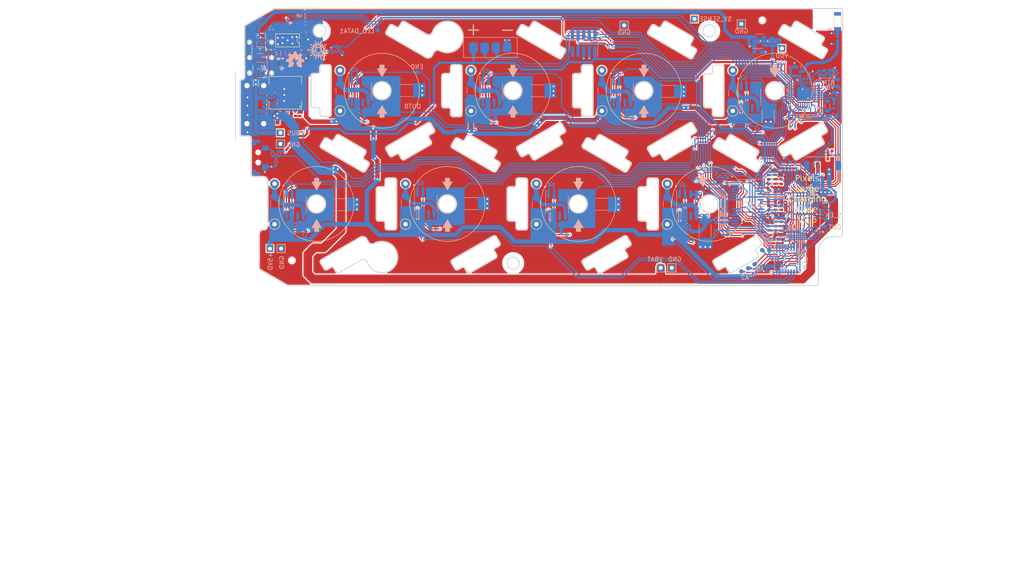
<source format=kicad_pcb>
(kicad_pcb (version 20221018) (generator pcbnew)
  (layers (0 "F.Cu" signal) (31 "B.Cu" signal) (34 "B.Paste" user) (35 "F.Paste" user) (36 "B.SilkS" user "B.Silkscreen") (37 "F.SilkS" user "F.Silkscreen") (38 "B.Mask" user) (39 "F.Mask" user) (44 "Edge.Cuts" user))
  (net 0 "")
  (net 1 "GND")
  (net 2 "VBUS")
  (net 4 "Net-(U1-DEC4)")
  (net 5 "VDD")
  (net 6 "Net-(U1-P0.28{slash}AIN4)")
  (net 7 "Net-(U1-DEC1)")
  (net 8 "Net-(U1-XC2)")
  (net 9 "Net-(U1-XC1)")
  (net 10 "+5V")
  (net 11 "/Multiplexed Chargers/Charger 2/XKT_OUT")
  (net 12 "/Multiplexed Chargers/Charger 3/XKT_OUT")
  (net 13 "/Multiplexed Chargers/Charger 4/XKT_OUT")
  (net 14 "/Multiplexed Chargers/Charger 1/XKT_OUT")
  (net 15 "/Multiplexed Chargers/Charger 6/XKT_OUT")
  (net 16 "/Multiplexed Chargers/Charger 7/XKT_OUT")
  (net 17 "/Multiplexed Chargers/Charger 8/XKT_OUT")
  (net 18 "+5VD")
  (net 19 "Net-(U1-DEC3)")
  (net 20 "Net-(U18B--)")
  (net 21 "Net-(U18B-+)")
  (net 22 "Net-(U22-CE)")
  (net 23 "RXI")
  (net 24 "SWDIO")
  (net 25 "SWDCLK")
  (net 26 "SWO")
  (net 27 "RESET")
  (net 28 "TXO")
  (net 29 "Net-(U18A--)")
  (net 30 "Net-(U18A-+)")
  (net 31 "+BATT")
  (net 32 "Net-(U18C--)")
  (net 33 "Net-(C46-Pad1)")
  (net 34 "/Multiplexed Chargers/ENABLE1")
  (net 35 "Net-(R5-Pad2)")
  (net 36 "/Multiplexed Chargers/ENABLE2")
  (net 37 "/Multiplexed Chargers/ENABLE3")
  (net 38 "Net-(R8-Pad2)")
  (net 39 "/Multiplexed Chargers/ENABLE0")
  (net 40 "/Multiplexed Chargers/ENABLE5")
  (net 41 "Net-(R11-Pad2)")
  (net 42 "/Multiplexed Chargers/ENABLE6")
  (net 43 "/Multiplexed Chargers/ENABLE7")
  (net 44 "/Multiplexed Chargers/ENABLE4")
  (net 45 "Net-(U18C-+)")
  (net 46 "/Multiplexed Chargers/SENSE_OUT")
  (net 47 "/Multiplexed Chargers/CHARGER_ENL_D")
  (net 48 "/Multiplexed Chargers/~{CHARGER_ENL_EN}")
  (net 49 "Net-(U18D--)")
  (net 50 "/Multiplexed Chargers/CHARGER_SELECT_A0")
  (net 51 "/Multiplexed Chargers/CHARGER_SELECT_A1")
  (net 52 "/Multiplexed Chargers/CHARGER_SELECT_A2")
  (net 53 "Net-(U18D-+)")
  (net 54 "/Multiplexed Chargers/SENSE0")
  (net 55 "/Multiplexed Chargers/SENSE1")
  (net 56 "/Multiplexed Chargers/SENSE2")
  (net 57 "/Multiplexed Chargers/SENSE3")
  (net 58 "/Multiplexed Chargers/SENSE5")
  (net 59 "/Multiplexed Chargers/SENSE7")
  (net 60 "/Multiplexed Chargers/SENSE6")
  (net 61 "/Multiplexed Chargers/SENSE4")
  (net 62 "/Power/5V_SENSE")
  (net 63 "/Multiplexed Chargers/Charger 5/XKT_OUT")
  (net 64 "Net-(R2-Pad1)")
  (net 65 "/Multiplexed Chargers/Charger 2/5V")
  (net 66 "/Multiplexed Chargers/Charger 2/RB")
  (net 67 "Net-(R14-Pad2)")
  (net 68 "Net-(U20A--)")
  (net 69 "Net-(U20A-+)")
  (net 70 "Net-(U20B--)")
  (net 71 "Net-(U20B-+)")
  (net 72 "Net-(R19-Pad2)")
  (net 73 "Net-(U20C--)")
  (net 74 "Net-(U20C-+)")
  (net 75 "/Multiplexed Chargers/Charger 3/5V")
  (net 76 "/Multiplexed Chargers/Charger 3/RB")
  (net 77 "Net-(U20D--)")
  (net 78 "/Multiplexed Chargers/Charger 2/CHARGER_GND")
  (net 79 "/Multiplexed Chargers/Charger 3/CHARGER_GND")
  (net 80 "/Multiplexed Chargers/Charger 4/CHARGER_GND")
  (net 81 "/Multiplexed Chargers/Charger 1/CHARGER_GND")
  (net 82 "/Multiplexed Chargers/Charger 6/CHARGER_GND")
  (net 83 "/Multiplexed Chargers/Charger 7/CHARGER_GND")
  (net 84 "/Multiplexed Chargers/Charger 8/CHARGER_GND")
  (net 85 "/Multiplexed Chargers/Charger 5/CHARGER_GND")
  (net 86 "Net-(L1-Pad2)")
  (net 87 "Net-(U20D-+)")
  (net 88 "Net-(D1-DIN)")
  (net 90 "Net-(D2-DIN)")
  (net 91 "Net-(D3-DIN)")
  (net 93 "Net-(J23-CC1)")
  (net 94 "Net-(J23-CC2)")
  (net 95 "Net-(J24-Pin_2)")
  (net 96 "Net-(U1-DCC)")
  (net 97 "/VBAT_SENSE")
  (net 98 "/Multiplexed Chargers/~{CHARGER_CLR}")
  (net 99 "Net-(U16-SW)")
  (net 100 "/ANT_NRF")
  (net 101 "/ANTENNA")
  (net 102 "Net-(U16-ISET)")
  (net 103 "/ANT_50")
  (net 105 "/BOOST_EN")
  (net 106 "/Multiplexed Chargers/~{SENSE_EN}")
  (net 108 "Net-(R35-Pad2)")
  (net 109 "/Multiplexed Chargers/Charger 4/5V")
  (net 110 "/Multiplexed Chargers/Charger 4/RB")
  (net 111 "Net-(R70-Pad2)")
  (net 112 "/Multiplexed Chargers/Charger 1/5V")
  (net 113 "/Multiplexed Chargers/Charger 1/RB")
  (net 114 "Net-(R75-Pad2)")
  (net 124 "/Multiplexed Chargers/Charger 6/5V")
  (net 125 "/Multiplexed Chargers/Charger 6/RB")
  (net 126 "/Multiplexed Chargers/Charger 7/5V")
  (net 127 "/Multiplexed Chargers/Charger 7/RB")
  (net 128 "/Multiplexed Chargers/Charger 8/5V")
  (net 129 "/Multiplexed Chargers/Charger 8/RB")
  (net 130 "/Multiplexed Chargers/Charger 5/5V")
  (net 131 "/Multiplexed Chargers/Charger 5/RB")
  (footprint "Capacitor_SMD:C_0402_1005Metric" (layer "F.Cu") (at 198.57 109.19 -90)
    (fp_text reference "C72" hide)
    (fp_text value "1nF 10V 20%")
  )
  (footprint "TestPoint:TestPoint_THTPad_D2.0mm_Drill1.0mm" (layer "F.Cu") (at 113.37 107.25)
    (fp_text reference "J17" hide)
    (fp_text value "Coil B")
  )
  (footprint "TestPoint:TestPoint_THTPad_D2.0mm_Drill1.0mm" (layer "F.Cu") (at 83.67 107.25)
    (fp_text reference "J20" hide)
    (fp_text value "Coil B")
  )
  (footprint "Pixels-dice:TestPoint_1.5x1.5_Drill0.9mm" (layer "F.Cu") (at 162.98 62.1)
    (fp_text reference "W3" hide)
    (fp_text value "GND")
  )
  (footprint "Pixels-dice:TestPoint_1.5x1.5_Drill0.9mm" (layer "F.Cu") (at 85 89.04)
    (fp_text reference "W45" hide)
    (fp_text value "GND")
  )
  (footprint "TestPoint:TestPoint_THTPad_D2.0mm_Drill1.0mm" (layer "F.Cu") (at 157.92 81.53)
    (fp_text reference "J5" hide)
    (fp_text value "Coil B")
  )
  (footprint "Pixels-dice:TX Coil" (layer "F.Cu") (at 152.575499 102.652904 90)
    (fp_text reference "J15" hide)
    (fp_text value "TX_Coil" hide)
  )
  (footprint "TestPoint:TestPoint_THTPad_D2.0mm_Drill1.0mm" (layer "F.Cu") (at 143.07 107.25)
    (fp_text reference "J14" hide)
    (fp_text value "Coil B")
  )
  (footprint "Capacitor_SMD:C_0402_1005Metric" (layer "F.Cu") (at 209.17 93 -90)
    (fp_text reference "C54" hide)
    (fp_text value "10nF 25V 10%")
  )
  (footprint "Capacitor_SMD:C_0402_1005Metric" (layer "F.Cu") (at 89.47 82.19 90)
    (fp_text reference "C46" hide)
    (fp_text value "3.3nF 50V 10%")
  )
  (footprint "Capacitor_SMD:C_0402_1005Metric" (layer "F.Cu") (at 197.28 104.47 -90)
    (fp_text reference "C60" hide)
    (fp_text value "1nF 10V 20%")
  )
  (footprint "Capacitor_SMD:C_0402_1005Metric" (layer "F.Cu") (at 206.39 94.91 180)
    (fp_text reference "C18" hide)
    (fp_text value "0.1uF 10V 20%")
  )
  (footprint "Package_TO_SOT_SMD:SOT-23" (layer "F.Cu") (at 80.1 67.3 90)
    (fp_text reference "D4" hide)
    (fp_text value "BAT54C")
  )
  (footprint "Pixels-dice:TestPoint_1.5x1.5_Drill0.9mm" (layer "F.Cu") (at 189.56 61.79 90)
    (fp_text reference "W7" hide)
    (fp_text value "GND")
  )
  (footprint "Pixels-dice:TX Coil" (layer "F.Cu") (at 93.175499 102.652904 90)
    (fp_text reference "J21" hide)
    (fp_text value "TX_Coil" hide)
  )
  (footprint "Pixels-dice:TX Coil" (layer "F.Cu") (at 182.275499 102.652904 90)
    (fp_text reference "J26" hide)
    (fp_text value "TX_Coil" hide)
  )
  (footprint "Pixels-dice:TestPoint_1.5x1.5_Drill0.9mm" (layer "F.Cu") (at 178.94 60.66)
    (fp_text reference "W5" hide)
    (fp_text value "5V_SENSE")
  )
  (footprint "TestPoint:TestPoint_THTPad_D2.0mm_Drill1.0mm" (layer "F.Cu") (at 98.52 72.33)
    (fp_text reference "J13" hide)
    (fp_text value "Coil A")
  )
  (footprint "TestPoint:TestPoint_THTPad_D2.0mm_Drill1.0mm" (layer "F.Cu") (at 98.52 81.53)
    (fp_text reference "J11" hide)
    (fp_text value "Coil B")
  )
  (footprint "Pixels-dice:TestPoint_1.5x1.5_Drill0.9mm" (layer "F.Cu") (at 171.26 117.16)
    (fp_text reference "W11" hide)
    (fp_text value "VBAT")
  )
  (footprint "Capacitor_SMD:C_0603_1608Metric" (layer "F.Cu") (at 90.32 63.68 -90)
    (fp_text reference "C44" hide)
    (fp_text value "10uF 10V 20%")
  )
  (footprint "Resistor_SMD:R_0402_1005Metric" (layer "F.Cu") (at 198.73 104.48 90)
    (fp_text reference "R32" hide)
    (fp_text value "100k 0.1%")
  )
  (footprint "TestPoint:TestPoint_THTPad_D2.0mm_Drill1.0mm" (layer "F.Cu") (at 187.62 72.33)
    (fp_text reference "J10" hide)
    (fp_text value "Coil A")
  )
  (footprint "Resistor_SMD:R_0402_1005Metric" (layer "F.Cu") (at 196.74 111.06 -90)
    (fp_text reference "R65" hide)
    (fp_text value "1k 0.1%")
  )
  (footprint "Capacitor_SMD:C_0402_1005Metric" (layer "F.Cu") (at 198.5 107.19 90)
    (fp_text reference "C63" hide)
    (fp_text value "1nF 10V 20%")
  )
  (footprint "Resistor_SMD:R_0402_1005Metric" (layer "F.Cu") (at 198.7 96.53 -90)
    (fp_text reference "R50" hide)
    (fp_text value "1k 0.1%")
  )
  (footprint "Resistor_SMD:R_0402_1005Metric" (layer "F.Cu") (at 195.67 98.59 90)
    (fp_text reference "R52" hide)
    (fp_text value "1k 0.1%")
  )
  (footprint "Resistor_SMD:R_0402_1005Metric" (layer "F.Cu") (at 195.75 104.5 90)
    (fp_text reference "R31" hide)
    (fp_text value "1k 0.1%")
  )
  (footprint "Capacitor_SMD:C_0805_2012Metric" (layer "F.Cu") (at 90.46 67.68 90)
    (fp_text reference "C48" hide)
    (fp_text value "22uF 10V 20%")
  )
  (footprint "Capacitor_SMD:C_0603_1608Metric" (layer "F.Cu") (at 85.13 84.16)
    (fp_text reference "C74" hide)
    (fp_text value "10uF 10V 20%")
  )
  (footprint "TestPoint:TestPoint_THTPad_D2.0mm_Drill1.0mm" (layer "F.Cu") (at 113.37 98.05)
    (fp_text reference "J19" hide)
    (fp_text value "Coil A")
  )
  (footprint "Resistor_SMD:R_0402_1005Metric" (layer "F.Cu") (at 197.34 96.53 -90)
    (fp_text reference "R49" hide)
    (fp_text value "100k 0.1%")
  )
  (footprint "Capacitor_SMD:C_0402_1005Metric" (layer "F.Cu") (at 195.7 102.61 90)
    (fp_text reference "C59" hide)
    (fp_text value "1nF 10V 20%")
  )
  (footprint "Capacitor_SMD:C_0402_1005Metric" (layer "F.Cu") (at 90.67 61.72)
    (fp_text reference "C43" hide)
    (fp_text value "0.1uF 10V 20%")
  )
  (footprint "Pixels-dice:SPM6530" (layer "F.Cu") (at 86.1 77.4 180)
    (fp_text reference "L4" hide)
    (fp_text value "2.2uH 1.5A 10%")
  )
  (footprint "Pixels-dice:TEST_PIN" (layer "F.Cu") (at 89.26 61.12)
    (fp_text reference "W62" hide)
    (fp_text value "5V")
  )
  (footprint "Resistor_SMD:R_0402_1005Metric" (layer "F.Cu") (at 197.41 107.18 -90)
    (fp_text reference "R44" hide)
    (fp_text value "100k 0.1%")
  )
  (footprint "Resistor_SMD:R_0402_1005Metric" (layer "F.Cu") (at 197.36 109.16 90)
    (fp_text reference "R68" hide)
    (fp_text value "100k 0.1%")
  )
  (footprint "Resistor_SMD:R_0402_1005Metric" (layer "F.Cu") (at 82.95 63.06 -90)
    (fp_text reference "R18" hide)
    (fp_text value "120k 1%")
  )
  (footprint "Capacitor_SMD:C_0402_1005Metric" (layer "F.Cu") (at 198.9 111.08 90)
    (fp_text reference "C71" hide)
    (fp_text value "1nF 10V 20%")
  )
  (footprint "TestPoint:TestPoint_THTPad_D2.0mm_Drill1.0mm" (layer "F.Cu") (at 143.07 98.05)
    (fp_text reference "J16" hide)
    (fp_text value "Coil A")
  )
  (footprint "TestPoint:TestPoint_THTPad_D2.0mm_Drill1.0mm" (layer "F.Cu") (at 172.77 98.05)
    (fp_text reference "J27" hide)
    (fp_text value "Coil A")
  )
  (footprint "TestPoint:TestPoint_THTPad_D2.0mm_Drill1.0mm" (layer "F.Cu") (at 157.92 72.33)
    (fp_text reference "J7" hide)
    (fp_text value "Coil A")
  )
  (footprint "Resistor_SMD:R_0402_1005Metric" (layer "F.Cu") (at 195.74 107.19 -90)
    (fp_text reference "R45" hide)
    (fp_text value "1k 0.1%")
  )
  (footprint "Resistor_SMD:R_0402_1005Metric" (layer "F.Cu") (at 209.68 90.57 180)
    (fp_text reference "R34" hide)
    (fp_text value "4.02M 1%")
  )
  (footprint "Capacitor_SMD:C_0402_1005Metric" (layer "F.Cu") (at 195.68 96.55 90)
    (fp_text reference "C65" hide)
    (fp_text value "1nF 10V 20%")
  )
  (footprint "Pixels-dice:ESSOP10" (layer "F.Cu") (at 86.61 65.51 -90)
    (fp_text reference "U16" hide)
    (fp_text value "ETA9882")
  )
  (footprint "Resistor_SMD:R_0402_1005Metric" (layer "F.Cu") (at 197.31 102.61 -90)
    (fp_text reference "R28" hide)
    (fp_text value "100k 0.1%")
  )
  (footprint "Resistor_SMD:R_0402_1005Metric" (layer "F.Cu") (at 208.65 91.55 180)
    (fp_text reference "R36" hide)
    (fp_text value "10M 1%")
  )
  (footprint "Capacitor_SMD:C_0402_1005Metric" (layer "F.Cu") (at 83.35 67.59 90)
    (fp_text reference "C75" hide)
    (fp_text value "0.1uF 10V 20%")
  )
  (footprint "Pixels-dice:TestPoint_1.5x1.5_Drill0.9mm" (layer "F.Cu") (at 198.77 67.34 90)
    (fp_text reference "W68" hide)
    (fp_text value "VDD")
  )
  (footprint "Pixels-dice:TX Coil" (layer "F.Cu") (at 137.725561 76.931985 90)
    (fp_text reference "J3" hide)
    (fp_text value "TX_Coil" hide)
  )
  (footprint "Pixels-dice:TX Coil" (layer "F.Cu") (at 167.425561 76.931985 90)
    (fp_text reference "J6" hide)
    (fp_text value "TX_Coil" hide)
  )
  (footprint "Pixels-dice:TestPoint_1.5x1.5_Drill0.9mm" (layer "F.Cu") (at 85 86.5)
    (fp_text reference "W61" hide)
    (fp_text value "VBUS")
  )
  (footprint "Fuse:Fuse_1210_3225Metric" (layer "F.Cu") (at 80.1 71.8 90)
    (fp_text reference "F1" hide)
    (fp_text value "2000mA <150mR")
  )
  (footprint "TestPoint:TestPoint_THTPad_D2.0mm_Drill1.0mm" (layer "F.Cu") (at 128.22 81.53)
    (fp_text reference "J2" hide)
    (fp_text value "Coil B")
  )
  (footprint "Resistor_SMD:R_0402_1005Metric" (layer "F.Cu") (at 197.85 111.06 -90)
    (fp_text reference "R64" hide)
    (fp_text value "100k 0.1%")
  )
  (footprint "TestPoint:TestPoint_THTPad_D2.0mm_Drill1.0mm" (layer "F.Cu") (at 128.22 72.33)
    (fp_text reference "J4" hide)
    (fp_text value "Coil A")
  )
  (footprint "Resistor_SMD:R_0402_1005Metric" (layer "F.Cu") (at 197.34 98.59 90)
    (fp_text reference "R53" hide)
    (fp_text value "100k 0.1%")
  )
  (footprint "Resistor_SMD:R_0402_1005Metric" (layer "F.Cu") (at 196.31 109.17 90)
    (fp_text reference "R67" hide)
    (fp_text value "1k 0.1%")
  )
  (footprint "Pixels-dice:TX Coil" (layer "F.Cu") (at 108.025561 76.931985 90)
    (fp_text reference "J12" hide)
    (fp_text value "TX_Coil" hide)
  )
  (footprint "TestPoint:TestPoint_THTPad_D2.0mm_Drill1.0mm" (layer "F.Cu") (at 83.67 98.05)
    (fp_text reference "J22" hide)
    (fp_text value "Coil A")
  )
  (footprint "Resistor_SMD:R_0402_1005Metric" (layer "F.Cu") (at 88.34 82.17 90)
    (fp_text reference "R69" hide)
    (fp_text value "1R 5%")
  )
  (footprint "Pixels-dice:TestPoint_1.5x1.5_Drill0.9mm" (layer "F.Cu") (at 82.62 112.78)
    (fp_text reference "W65" hide)
    (fp_text value "+5VD")
  )
  (footprint "Capacitor_SMD:C_0402_1005Metric" (layer "F.Cu") (at 198.71 98.61 -90)
    (fp_text reference "C66" hide)
    (fp_text value "1nF 10V 20%")
  )
  (footprint "TestPoint:TestPoint_THTPad_D2.0mm_Drill1.0mm" (layer "F.Cu") (at 187.62 81.53)
    (fp_text reference "J8" hide)
    (fp_text value "Coil B")
  )
  (footprint "Capacitor_SMD:C_0603_1608Metric" (layer "F.Cu") (at 82.3 67.75 90)
    (fp_text reference "C45" hide)
    (fp_text value "10uF 10V 20%")
  )
  (footprint "TestPoint:TestPoint_THTPad_D2.0mm_Drill1.0mm" (layer "F.Cu") (at 172.77 107.25)
    (fp_text reference "J25" hide)
    (fp_text value "Coil B")
  )
  (footprint "Capacitor_SMD:C_0603_1608Metric" (layer "F.Cu") (at 206.11 93.63 180)
    (fp_text reference "C14" hide)
    (fp_text value "10uF 10V 20%")
  )
  (footprint "Pixels-dice:TestPoint_1.5x1.5_Drill0.9mm" (layer "F.Cu") (at 85.16 112.78)
    (fp_text reference "W2" hide)
    (fp_text value "GND")
  )
  (footprint "Pixels-dice:TestPoint_1.5x1.5_Drill0.9mm" (layer "F.Cu") (at 173.8 117.16)
    (fp_text reference "W44" hide)
    (fp_text value "GND")
  )
  (footprint "Resistor_SMD:R_0402_1005Metric" (layer "F.Cu") (at 198.72 102.61 -90)
    (fp_text reference "R29" hide)
    (fp_text value "1k 0.1%")
  )
  (footprint "Pixels-dice:TX Coil" (layer "F.Cu") (at 197.125561 76.931985 90)
    (fp_text reference "J9" hide)
    (fp_text value "TX_Coil" hide)
  )
  (footprint "Pixels-dice:TX Coil" (layer "F.Cu") (at 122.875499 102.652904 90)
    (fp_text reference "J18" hide)
    (fp_text value "TX_Coil" hide)
  )
  (footprint "Capacitor_SMD:C_0402_1005Metric" (layer "B.Cu") (at 186.48 109.19 -90)
    (fp_text reference "C61" hide)
    (fp_text value "1nF 10V 20%")
  )
  (footprint "Capacitor_SMD:C_0402_1005Metric" (layer "B.Cu") (at 186.52 96.2 90)
    (fp_text reference "C70" hide)
    (fp_text value "1nF 10V 20%")
  )
  (footprint "Capacitor_SMD:C_0402_1005Metric" (layer "B.Cu") (at 195.7 108.17 -90)
    (fp_text reference "C49" hide)
    (fp_text value "1nF 10V 20%")
  )
  (footprint "Pixels-dice:SOIC-8_3.9x4.9mm_P1.27mm" (layer "B.Cu") (at 147.73 102.91)
    (fp_text reference "U11" hide)
    (fp_text value "XKT511")
  )
  (footprint "Resistor_SMD:R_0402_1005Metric" (layer "B.Cu") (at 197.3 100 -90)
    (fp_text reference "R58" hide)
    (fp_text value "100k 0.1%")
  )
  (footprint "Capacitor_SMD:C_0603_1608Metric" (layer "B.Cu") (at 177.49 108.9)
    (fp_text reference "C56" hide)
    (fp_text value "10uF 10V 20%")
  )
  (footprint "Resistor_SMD:R_0402_1005Metric" (layer "B.Cu") (at 185.86 102.05)
    (fp_text reference "R48" hide)
    (fp_text value "100k 0.1%")
  )
  (footprint "Pixels-dice:CHIP_ANT" (layer "B.Cu") (at 211.4 62.9 180)
    (fp_text reference "AE1" hide)
    (fp_text value "Antenna_Chip" hide)
  )
  (footprint "Resistor_SMD:R_0402_1005Metric" (layer "B.Cu") (at 86.98 97.79 180)
    (fp_text reference "R70" hide)
    (fp_text value "42.2K 1%")
  )
  (footprint "Pixels-dice:Battery_Socket_1.5mm_3PIN_V1.1" (layer "B.Cu") (at 208 94.93 180)
    (fp_text reference "J24" hide)
    (fp_text value "Conn_01x03")
  )
  (footprint "Resistor_SMD:R_0402_1005Metric" (layer "B.Cu") (at 90.53 109.6 90)
    (fp_text reference "R38" hide)
    (fp_text value "196K 1%")
  )
  (footprint "Resistor_SMD:R_0402_1005Metric" (layer "B.Cu") (at 84.6 91.24 90)
    (fp_text reference "R1" hide)
    (fp_text value "1M 5%")
  )
  (footprint "Resistor_SMD:R_0402_1005Metric" (layer "B.Cu") (at 198.7 108.19 90)
    (fp_text reference "R22" hide)
    (fp_text value "1k 0.1%")
  )
  (footprint "Pixels-dice:TEST_PIN" (layer "B.Cu") (at 115.99 72.76 180)
    (fp_text reference "W39" hide)
    (fp_text value "EN0")
  )
  (footprint "Capacitor_SMD:C_0603_1608Metric" (layer "B.Cu") (at 210.62 78.08 90)
    (fp_text reference "C1" hide)
    (fp_text value "10uF 10V 20%")
  )
  (footprint "Resistor_SMD:R_0402_1005Metric" (layer "B.Cu") (at 178.1 110.66)
    (fp_text reference "R74" hide)
    (fp_text value "196K 1%")
  )
  (footprint "Pixels-dice:TX1812Z_2020" (layer "B.Cu") (at 80.5 66 90)
    (fp_text reference "D3" hide)
    (fp_text value "TX1812Z_2020")
  )
  (footprint "Capacitor_SMD:C_0402_1005Metric" (layer "B.Cu") (at 88.28 107.45)
    (fp_text reference "C35" hide)
    (fp_text value "0.1uF 10V 20%")
  )
  (footprint "Pixels-dice:USB-C-SMD_10P-P1.00-L6.8-W8.9_V1.1" (layer "B.Cu") (at 81.355 80.6 180)
    (fp_text reference "J23" hide)
    (fp_text value "USB_C_Receptacle_USB2.0")
  )
  (footprint "Resistor_SMD:R_0402_1005Metric" (layer "B.Cu") (at 193.19 85.53 -90)
    (fp_text reference "R10" hide)
    (fp_text value "200K 1%")
  )
  (footprint "Capacitor_SMD:C_1206_3216Metric" (layer "B.Cu") (at 157.95 76.88 -90)
    (fp_text reference "C17" hide)
    (fp_text value "33nF 50V NP0")
  )
  (footprint "Capacitor_SMD:C_0603_1608Metric" (layer "B.Cu") (at 162.7 82.79)
    (fp_text reference "C16" hide)
    (fp_text value "10uF 10V 20%")
  )
  (footprint "Resistor_SMD:R_0402_1005Metric" (layer "B.Cu") (at 198.7 106.2 -90)
    (fp_text reference "R25" hide)
    (fp_text value "100k 0.1%")
  )
  (footprint "Pixels-dice:SOIC-8_3.9x4.9mm_P1.27mm" (layer "B.Cu") (at 88.29 102.84)
    (fp_text reference "U15" hide)
    (fp_text value "XKT511")
  )
  (footprint "Pixels-dice:TX1812Z_2020" (layer "B.Cu") (at 80.5 73 90)
    (fp_text reference "D1" hide)
    (fp_text value "TX1812Z_2020")
  )
  (footprint "Resistor_SMD:R_0402_1005Metric" (layer "B.Cu") (at 185.3 96.18 -90)
    (fp_text reference "R63" hide)
    (fp_text value "100k 0.1%")
  )
  (footprint "Pixels-dice:TEST_PIN" (layer "B.Cu") (at 195.9 113.1 180)
    (fp_text reference "W58" hide)
    (fp_text value "LCH")
  )
  (footprint "Resistor_SMD:R_0402_1005Metric" (layer "B.Cu") (at 176.16 98.19 180)
    (fp_text reference "R75" hide)
    (fp_text value "42.2K 1%")
  )
  (footprint "Pixels-dice:SOIC-8_3.9x4.9mm_P1.27mm" (layer "B.Cu") (at 162.5 77.21)
    (fp_text reference "U5" hide)
    (fp_text value "XKT511")
  )
  (footprint "Resistor_SMD:R_0402_1005Metric" (layer "B.Cu") (at 184.13 96.18 -90)
    (fp_text reference "R62" hide)
    (fp_text value "1k 0.1%")
  )
  (footprint "Package_DFN_QFN:QFN-32-1EP_5x5mm_P0.5mm_EP3.1x3.1mm" (layer "B.Cu") (at 203.72 77.71 90)
    (fp_text reference "U1" hide)
    (fp_text value "N52810_QFN32")
  )
  (footprint "Pixels-dice:DFN" (layer "B.Cu") (at 83.72 77.97 -90)
    (fp_text reference "D5" hide)
    (fp_text value "D_TVS")
  )
  (footprint "Resistor_SMD:R_0402_1005Metric" (layer "B.Cu") (at 183.78 109.21 90)
    (fp_text reference "R40" hide)
    (fp_text value "1k 0.1%")
  )
  (footprint "Resistor_SMD:R_0402_1005Metric" (layer "B.Cu") (at 146.45 98.09 180)
    (fp_text reference "R19" hide)
    (fp_text value "42.2K 1%")
  )
  (footprint "Resistor_SMD:R_0402_1005Metric" (layer "B.Cu") (at 101.75 72.16 180)
    (fp_text reference "R14" hide)
    (fp_text value "42.2K 1%")
  )
  (footprint "Resistor_SMD:R_0402_1005Metric" (layer "B.Cu") (at 131.61 72.39 180)
    (fp_text reference "R5" hide)
    (fp_text value "42.2K 1%")
  )
  (footprint "Pixels-dice:TEST_PIN" (layer "B.Cu") (at 145.23 108.27 -90)
    (fp_text reference "W24" hide)
    (fp_text value "R" hide)
  )
  (footprint "Resistor_SMD:R_0402_1005Metric" (layer "B.Cu") (at 161.18 72.41 180)
    (fp_text reference "R8" hide)
    (fp_text value "42.2K 1%")
  )
  (footprint "Capacitor_SMD:C_1206_3216Metric" (layer "B.Cu") (at 128.22 76.91 -90)
    (fp_text reference "C13" hide)
    (fp_text value "33nF 50V NP0")
  )
  (footprint "Inductor_SMD:L_0805_2012Metric" (layer "B.Cu") (at 209.11 80.36 -90)
    (fp_text reference "L1" hide)
    (fp_text value "10uH 100mA 10%")
  )
  (footprint "Capacitor_SMD:C_0402_1005Metric" (layer "B.Cu") (at 191.5 82.76)
    (fp_text reference "C19" hide)
    (fp_text value "0.1uF 10V 20%")
  )
  (footprint "Resistor_SMD:R_2010_5025Metric" (layer "B.Cu") (at 98.6225 102.82 180)
    (fp_text reference "R66" hide)
    (fp_text value "100mR 0.5W 1%")
  )
  (footprint "Resistor_SMD:R_0402_1005Metric" (layer "B.Cu") (at 201.23 93.18)
    (fp_text reference "R17" hide)
    (fp_text value "82K 1%")
  )
  (footprint "Pixels-dice:0402_RF" (layer "B.Cu") (at 202.95 73.05 90)
    (fp_text reference "L6" hide)
    (fp_text value "3.9nH 5%")
  )
  (footprint "Capacitor_SMD:C_0402_1005Metric" (layer "B.Cu") (at 196.95 104.72)
    (fp_text reference "C39" hide)
    (fp_text value "0.1uF 10V 20%")
  )
  (footprint "Resistor_SMD:R_0402_1005Metric" (layer "B.Cu") (at 84.25 80.78 180)
    (fp_text reference "R27" hide)
    (fp_text value "5.1k 1%")
  )
  (footprint "Capacitor_SMD:C_0603_1608Metric" (layer "B.Cu") (at 103.21 82.77)
    (fp_text reference "C24" hide)
    (fp_text value "10uF 10V 20%")
  )
  (footprint "Capacitor_SMD:C_0603_1608Metric" (layer "B.Cu") (at 88.44 108.78)
    (fp_text reference "C36" hide)
    (fp_text value "10uF 10V 20%")
  )
  (footprint "Resistor_SMD:R_2010_5025Metric" (layer "B.Cu") (at 128.31 102.57 180)
    (fp_text reference "R61" hide)
    (fp_text value "100mR 0.5W 1%")
  )
  (footprint "Pixels-dice:TEST_PIN" (layer "B.Cu") (at 130.2 83.09 -90)
    (fp_text reference "W4" hide)
    (fp_text value "R" hide)
  )
  (footprint "Resistor_SMD:R_0402_1005Metric" (layer "B.Cu") (at 185.86 104.24)
    (fp_text reference "R47" hide)
    (fp_text value "1k 0.1%")
  )
  (footprint "Resistor_SMD:R_0402_1005Metric" (layer "B.Cu") (at 196.14 106.17 -90)
    (fp_text reference "R24" hide)
    (fp_text value "1k 0.1%")
  )
  (footprint "Pixels-dice:TEST_PIN" (layer "B.Cu") (at 115.13 81.82 90)
    (fp_text reference "W40" hide)
    (fp_text value "OUT0")
  )
  (footprint "Pixels-dice:0402_RF" (layer "B.Cu") (at 211.4 65.1 90)
    (fp_text reference "L3" hide)
    (fp_text value "1.5nH 5%")
  )
  (footprint "Pixels-dice:TEST_PIN" (layer "B.Cu") (at 115.42 108.02 -90)
    (fp_text reference "W29" hide)
    (fp_text value "R" hide)
  )
  (footprint "Pixels-dice:TEST_PIN" (layer "B.Cu") (at 208.3 107.87 180)
    (fp_text reference "W47" hide)
    (fp_text value "OUT")
  )
  (footprint "Capacitor_SMD:C_0402_1005Metric" (layer "B.Cu") (at 197.3 106.19 90)
    (fp_text reference "C50" hide)
    (fp_text value "1nF 10V 20%")
  )
  (footprint "Pixels-dice:4x2.54mm_SMD" (layer "B.Cu") (at 132.61 67.11)
    (fp_text reference "P1" hide)
    (fp_text value "heard4")
  )
  (footprint "Capacitor_SMD:C_0402_1005Metric" (layer "B.Cu") (at 204.8 73.5 90)
    (fp_text reference "C7" hide)
    (fp_text value "100pF NP0 10V 5%")
  )
  (footprint "Resistor_SMD:R_2010_5025Metric" (layer "B.Cu") (at 172.87 77.11 180)
    (fp_text reference "R56" hide)
    (fp_text value "100mR 0.5W 1%")
  )
  (footprint "Pixels-dice:TEST_PIN" (layer "B.Cu") (at 194.29 113.13 180)
    (fp_text reference "W59" hide)
    (fp_text value "CLR")
  )
  (footprint "Pixels-dice:TEST_PIN" (layer "B.Cu") (at 191.12 117.26)
    (fp_text reference "W42" hide)
    (fp_text value "A1")
  )
  (footprint "Capacitor_SMD:C_1206_3216Metric" (layer "B.Cu") (at 172.74 102.68 -90)
    (fp_text reference "C57" hide)
    (fp_text value "33nF 50V NP0")
  )
  (footprint "Capacitor_SMD:C_0402_1005Metric" (layer "B.Cu") (at 132.79 81.7)
    (fp_text reference "C11" hide)
    (fp_text value "0.1uF 10V 20%")
  )
  (footprint "Capacitor_SMD:C_0402_1005Metric" (layer "B.Cu") (at 185.88 103.17 180)
    (fp_text reference "C64" hide)
    (fp_text value "1nF 10V 20%")
  )
  (footprint "Capacitor_SMD:C_0402_1005Metric" (layer "B.Cu") (at 195.67 117.42 -90)
    (fp_text reference "C42" hide)
    (fp_text value "0.1uF 10V 20%")
  )
  (footprint "Capacitor_SMD:C_0402_1005Metric" (layer "B.Cu") (at 83.95 93.14 -90)
    (fp_text reference "C3" hide)
    (fp_text value "0.1uF 10V 20%")
  )
  (footprint "Resistor_SMD:R_0402_1005Metric" (layer "B.Cu") (at 83.24 91.25 -90)
    (fp_text reference "R2" hide)
    (fp_text value "1k 1%")
  )
  (footprint "Capacitor_SMD:C_0603_1608Metric" (layer "B.Cu") (at 196.59 65.905 90)
    (fp_text reference "C52" hide)
    (fp_text value "10uF 10V 20%" hide)
  )
  (footprint "Capacitor_SMD:C_0402_1005Metric" (layer "B.Cu") (at 207.19 72.87 90)
    (fp_text reference "C6" hide)
    (fp_text value "8pF 10V 10%")
  )
  (footprint "Pixels-dice:TEST_PIN" (layer "B.Cu") (at 203.87 111.97 180)
    (fp_text reference "W57" hide)
    (fp_text value "CH_EN")
  )
  (footprint "Pixels-dice:SOIC-8_3.9x4.9mm_P1.27mm" (layer "B.Cu") (at 103.07 77.1)
    (fp_text reference "U9" hide)
    (fp_text value "XKT511")
  )
  (footprint "Pixels-dice:SOT-23-5" (layer "B.Cu") (at 193.67 65.7)
    (fp_text reference "U22" hide)
    (fp_text value "ME6215" hide)
  )
  (footprint "Capacitor_SMD:C_0402_1005Metric" (layer "B.Cu") (at 211.18 72.87 -90)
    (fp_text reference "C5" hide)
    (fp_text value "8pF 10V 10%")
  )
  (footprint "Resistor_SMD:R_0402_1005Metric" (layer "B.Cu") (at 183.8 98.6 90)
    (fp_text reference "R59" hide)
    (fp_text value "100k 0.1%")
  )
  (footprint "Resistor_SMD:R_0402_1005Metric" (layer "B.Cu") (at 185.17 106.33 -90)
    (fp_text reference "R43" hide)
    (fp_text value "100k 0.1%")
  )
  (footprint "Package_SO:TSSOP-14_4.4x5mm_P0.65mm" (layer "B.Cu") (at 191.05 99.72 180)
    (fp_text reference "U20" hide)
    (fp_text value "LM2902")
  )
  (footprint "Pixels-dice:TSB002" (layer "B.Cu") (at 79.5 92.1 -90)
    (fp_text reference "SW1" hide)
    (fp_text value "SW_Push")
  )
  (footprint "Pixels-dice:TEST_PIN" (layer "B.Cu") (at 211.38 76.04 180)
    (fp_text reference "W70" hide)
    (fp_text value "VB")
  )
  (footprint "Capacitor_SMD:C_1206_3216Metric" (layer "B.Cu") (at 143.05 102.81 -90)
    (fp_text reference "C29" hide)
    (fp_text value "33nF 50V NP0")
  )
  (footprint "Capacitor_SMD:C_0402_1005Metric" (layer "B.Cu") (at 200.55 81.22 -90)
    (fp_text reference "C10" hide)
    (fp_text value "0.1uF 10V 20%")
  )
  (footprint "Capacitor_SMD:C_0402_1005Metric" (layer "B.Cu") (at 186.47 106.33 90)
    (fp_text reference "C62" hide)
    (fp_text value "1nF 10V 20%")
  )
  (footprint "Capacitor_SMD:C_0603_1608Metric" (layer "B.Cu") (at 133.03 83.04)
    (fp_text reference "C12" hide)
    (fp_text value "10uF 10V 20%")
  )
  (footprint "Capacitor_SMD:C_0805_2012Metric" (layer "B.Cu") (at 90.47 67.69 90)
    (fp_text reference "C47" hide)
    (fp_text value "22uF 10V 20%")
  )
  (footprint "Resistor_SMD:R_0402_1005Metric" (layer "B.Cu") (at 98.65 68.095)
    (fp_text reference "R72" hide)
    (fp_text value "4.02M 1%")
  )
  (footprint "Capacitor_SMD:C_0603_1608Metric" (layer "B.Cu") (at 193.33 68.15)
    (fp_text reference "C53" hide)
    (fp_text value "10uF 10V 20%")
  )
  (footprint "Resistor_SMD:R_0402_1005Metric" (layer "B.Cu") (at 195.71 100.01 -90)
    (fp_text reference "R57" hide)
    (fp_text value "1k 0.1%")
  )
  (footprint "Capacitor_SMD:C_0402_1005Metric" (layer "B.Cu") (at 118 106.96)
    (fp_text reference "C31" hide)
    (fp_text value "0.1uF 10V 20%")
  )
  (footprint "Pixels-dice:TEST_PIN" (layer "B.Cu") (at 160.44 81.84 -90)
    (fp_text reference "W9" hide)
    (fp_text value "R" hide)
  )
  (footprint "Capacitor_SMD:C_1206_3216Metric" (layer "B.Cu") (at 113.35 102.42 -90)
    (fp_text reference "C33" hide)
    (fp_text value "33nF 50V NP0")
  )
  (footprint "Resistor_SMD:R_0402_1005Metric" (layer "B.Cu") (at 197.3 108.19 90)
    (fp_text reference "R21" hide)
    (fp_text value "100k 0.1%")
  )
  (footprint "LOGO" (layer "B.Cu") (at 88.35 69.9 180)
    (fp_text reference "G***" hide)
    (fp_text value "LOGO" hide)
  )
  (footprint "Resistor_SMD:R_0402_1005Metric" (layer "B.Cu") (at 149.87 110.16 90)
    (fp_text reference "R16" hide)
    (fp_text value "200K 1%")
  )
  (footprint "Capacitor_SMD:C_0603_1608Metric" (layer "B.Cu") (at 118.14 108.27)
    (fp_text reference "C32" hide)
    (fp_text value "10uF 10V 20%")
  )
  (footprint "Resistor_SMD:R_0402_1005Metric" (layer "B.Cu") (at 183.77 106.33 -90)
    (fp_text reference "R42" hide)
    (fp_text value "1k 0.1%")
  )
  (footprint "Capacitor_SMD:C_0402_1005Metric" (layer "B.Cu") (at 198.7 100 90)
    (fp_text reference "C68" hide)
    (fp_text value "1nF 10V 20%")
  )
  (footprint "Resistor_SMD:R_0402_1005Metric" (layer "B.Cu") (at 182.41 98.6 90)
    (fp_text reference "R60" hide)
    (fp_text value "1k 0.1%")
  )
  (footprint "Pixels-dice:SOIC-8_3.9x4.9mm_P1.27mm" (layer "B.Cu") (at 117.98 102.55)
    (fp_text reference "U13" hide)
    (fp_text value "XKT511")
  )
  (footprint "Resistor_SMD:R_2010_5025Metric" (layer "B.Cu") (at 143.31 76.97 180)
    (fp_text reference "R30" hide)
    (fp_text value "100mR 0.5W 1%")
  )
  (footprint "Capacitor_SMD:C_0402_1005Metric" (layer "B.Cu") (at 102.94 81.54)
    (fp_text reference "C23" hide)
    (fp_text value "0.1uF 10V 20%")
  )
  (footprint "Pixels-dice:TX1812Z_2020" (layer "B.Cu") (at 80.5 69.5 90)
    (fp_text reference "D2" hide)
    (fp_text value "TX1812Z_2020")
  )
  (footprint "Pixels-dice:TEST_PIN" (layer "B.Cu") (at 211.43 74.42 180)
    (fp_text reference "W76" hide)
    (fp_text value "BTN")
  )
  (footprint "Pixels-dice:SOIC-8_3.9x4.9mm_P1.27mm" (layer "B.Cu") (at 132.83 77.14)
    (fp_text reference "U3" hide)
    (fp_text value "XKT511")
  )
  (footprint "Pixels-dice:TEST_PIN" (layer "B.Cu") (at 188.77 83.9 -90)
    (fp_text reference "W14" hide)
    (fp_text value "R" hide)
  )
  (footprint "LOGO" (layer "B.Cu") (at 93.6 67.73 180)
    (fp_text reference "G***" hide)
    (fp_text value "LOGO" hide)
  )
  (footprint "Inductor_SMD:L_0402_1005Metric" (layer "B.Cu") (at 210.6 80.48 90)
    (fp_text reference "L2" hide)
    (fp_text value "15nH")
  )
  (footprint "Pixels-dice:0402_RF" (layer "B.Cu") (at 210.95 63.9 180)
    (fp_text reference "C73" hide)
    (fp_text value "DNP")
  )
  (footprint "Resistor_SMD:R_2010_5025Metric" (layer "B.Cu") (at 157.96 102.73 180)
    (fp_text reference "R46" hide)
    (fp_text value "100mR 0.5W 1%")
  )
  (footprint "Capacitor_SMD:C_0402_1005Metric" (layer "B.Cu") (at 193.4 96.45)
    (fp_text reference "C40" hide)
    (fp_text value "0.1uF 10V 20%")
  )
  (footprint "Resistor_SMD:R_0402_1005Metric" (layer "B.Cu") (at 198.69 102.1 90)
    (fp_text reference "R55" hide)
    (fp_text value "1k 0.1%")
  )
  (footprint "Resistor_SMD:R_0402_1005Metric" (layer "B.Cu") (at 116.71 97.81 180)
    (fp_text reference "R35" hide)
    (fp_text value "42.2K 1%")
  )
  (footprint "Capacitor_SMD:C_1206_3216Metric" (layer "B.Cu") (at 83.68 102.55 -90)
    (fp_text reference "C37" hide)
    (fp_text value "33nF 50V NP0")
  )
  (footprint "Capacitor_SMD:C_0402_1005Metric" (layer "B.Cu") (at 208.09 104.61 -90)
    (fp_text reference "C41" hide)
    (fp_text value "0.1uF 10V 20%")
  )
  (footprint "Resistor_SMD:R_0402_1005Metric" (layer "B.Cu") (at 132.79 84.28)
    (fp_text reference "R4" hide)
    (fp_text value "196K 1%")
  )
  (footprint "Package_SO:TSSOP-14_4.4x5mm_P0.65mm" (layer "B.Cu") (at 191.166463 105.82 180)
    (fp_text reference "U18" hide)
    (fp_text value "LM2902")
  )
  (footprint "Capacitor_SMD:C_1206_3216Metric" (layer "B.Cu") (at 98.52 76.96 -90)
    (fp_text reference "C25" hide)
    (fp_text value "33nF 50V NP0")
  )
  (footprint "Capacitor_SMD:C_1206_3216Metric" (layer "B.Cu") (at 187.59 77.53 -90)
    (fp_text reference "C21" hide)
    (fp_text value "33nF 50V NP0")
  )
  (footprint "Capacitor_SMD:C_0402_1005Metric" (layer "B.Cu") (at 162.42 81.43)
    (fp_text reference "C15" hide)
    (fp_text value "0.1uF 10V 20%")
  )
  (footprint "Capacitor_SMD:C_0603_1608Metric" (layer "B.Cu") (at 210.38 82.62)
    (fp_text reference "C2" hide)
    (fp_text value "10uF 10V 20%")
  )
  (footprint "Pixels-dice:TEST_PIN" (layer "B.Cu") (at 192.57 116.37)
    (fp_text reference "W43" hide)
    (fp_text value "A0")
  )
  (footprint "Resistor_SMD:R_0402_1005Metric" (layer "B.Cu") (at 190.1 73.91 180)
    (fp_text reference "R11" hide)
    (fp_text value "42.2K 1%")
  )
  (footprint "Pixels-dice:TEST_PIN" (layer "B.Cu") (at 175.06 108.26 -90)
    (fp_text reference "W71" hide)
    (fp_text value "R" hide)
  )
  (footprint "Resistor_SMD:R_0402_1005Metric" (layer "B.Cu") (at 84.26 79.49 180)
    (fp_text reference "R26" hide)
    (fp_text value "5.1k 1%")
  )
  (footprint "Pixels-dice:0402_RF" (layer "B.Cu") (at 210.95 66.3 180)
    (fp_text reference "C8" hide)
    (fp_text value "0.8pF 10V 5% NP0")
  )
  (footprint "Pixels-dice:Crystal_SMD_2016-4Pin_2.0x1.6mm" (layer "B.Cu") (at 209.1 72.9 180)
    (fp_text reference "Y1" hide)
    (fp_text value "32MHz 40ppm")
  )
  (footprint "Connector_PinHeader_1.27mm:PinHeader_2x05_P1.27mm_Vertical_SMD" (layer "B.Cu") (at 153.79 66.14 90)
    (fp_text reference "J1" hide)
    (fp_text value "Conn_02x05_Odd_Even")
  )
  (footprint "Capacitor_SMD:C_0402_1005Metric" (layer "B.Cu") (at 184.8 98.62 -90)
    (fp_text reference "C69" hide)
    (fp_text value "1nF 10V 20%")
  )
  (footprint "Capacitor_SMD:C_0402_1005Metric" (layer "B.Cu") (at 206.86 82.17)
    (fp_text reference "C4" hide)
    (fp_text value "0.1uF 10V 20%")
  )
  (footprint "Pixels-dice:TEST_PIN" (layer "B.Cu") (at 85.69 109.19 -90)
    (fp_text reference "W34" hide)
    (fp_text value "R" hide)
  )
  (footprint "Capacitor_SMD:C_0603_1608Metric" (layer "B.Cu") (at 147.96 108.95)
    (fp_text reference "C28" hide)
    (fp_text value "10uF 10V 20%")
  )
  (footprint "Resistor_SMD:R_0402_1005Metric" (layer "B.Cu") (at 197.3 102.1 90)
    (fp_text reference "R54" hide)
    (fp_text value "100k 0.1%")
  )
  (footprint "Capacitor_SMD:C_0402_1005Metric" (layer "B.Cu") (at 97.68 66.945 180)
    (fp_text reference "C51" hide)
    (fp_text value "10nF 25V 10%")
  )
  (footprint "Capacitor_SMD:C_0402_1005Metric" (layer "B.Cu") (at 195.7 102.12 -90)
    (fp_text reference "C67" hide)
    (fp_text value "1nF 10V 20%")
  )
  (footprint "RFFrontEnd:MFH3.RECE.20369.001E.01" (layer "B.Cu") (at 201.7959 72.6 90)
    (fp_text reference "J28" hide)
    (fp_text value "DNP" hide)
  )
  (footprint "Pixels-dice:SOIC-8_3.9x4.9mm_P1.27mm" (layer "B.Cu") (at 177.46 102.93)
    (fp_text reference "U23" hide)
    (fp_text value "XKT511")
  )
  (footprint "Resistor_SMD:R_2010_5025Metric" (layer "B.Cu") (at 181.33 108.79 90)
    (fp_text reference "R41" hide)
    (fp_text value "100mR 0.5W 1%")
  )
  (footprint "Resistor_SMD:R_2010_5025Metric" (layer "B.Cu") (at 113.58 76.89 180)
    (fp_text reference "R23" hide)
    (fp_text value "100mR 0.5W 1%")
  )
  (footprint "Resistor_SMD:R_0402_1005Metric" (layer "B.Cu") (at 120.2 108.79 90)
    (fp_text reference "R33" hide)
    (fp_text value "205K 1%")
  )
  (footprint "Package_SO:SSOP-16_4.4x5.2mm_P0.65mm" (layer "B.Cu") (at 199.89 115.12 -90)
    (fp_text reference "U19" hide)
    (fp_text value "74HCT259PW")
  )
  (footprint "Resistor_SMD:R_0402_1005Metric" (layer "B.Cu") (at 103.34 83.98)
    (fp_text reference "R13" hide)
    (fp_text value "200K 1%")
  )
  (footprint "Resistor_SMD:R_0402_1005Metric" (layer "B.Cu") (at 164.74 83.59 90)
    (fp_text reference "R7" hide)
    (fp_text value "205K 1%")
  )
  (footprint "Resistor_SMD:R_0402_1005Metric" (layer "B.Cu") (at 96.72 68.075)
    (fp_text reference "R71" hide)
    (fp_text value "4.02M 1%")
  )
  (footprint "Pixels-dice:TEST_PIN" (layer "B.Cu") (at 100.45 82.75 -90)
    (fp_text reference "W19" hide)
    (fp_text value "R" hide)
  )
  (footprint "Pixels-dice:TEST_PIN" (layer "B.Cu") (at 107.03 63.28 180)
    (fp_text reference "W1" hide)
    (fp_text value "LED_DATA1")
  )
  (footprint "Pixels-dice:SOIC-8_3.9x4.9mm_P1.27mm" (layer "B.Cu") (at 191.42 78.46)
    (fp_text reference "U7" hide)
    (fp_text value "XKT511")
  )
  (footprint "Pixels-dice:TEST_PIN" (layer "B.Cu") (at 208.8 106.4 180)
    (fp_text reference "W48" hide)
    (fp_text value "S_EN")
  )
  (footprint "Capacitor_SMD:C_0402_1005Metric" (layer "B.Cu") (at 147.7 107.53)
    (fp_text reference "C27" hide)
    (fp_text value "0.1uF 10V 20%")
  )
  (footprint "Resistor_SMD:R_2010_5025Metric" (layer "B.Cu") (at 195.66 82.91 90)
    (fp_text reference "R51" hide)
    (fp_text value "100mR 0.5W 1%")
  )
  (footprint "Pixels-dice:0402_RF" (layer "B.Cu") (at 203.4 74.2)
    (fp_text reference "C9" hide)
    (fp_text value "0.8pF 10V 5% NP0")
  )
  (footprint "Capacitor_SMD:C_0603_1608Metric" (layer "B.Cu") (at 191.58 83.94)
    (fp_text reference "C20" hide)
    (fp_text value "10uF 10V 20%")
  )
  (footprint "Package_SO:SSOP-16_4.4x5.2mm_P0.65mm" (layer "B.Cu") (at 204.61 106.1 90)
    (fp_text reference "U17" hide)
    (fp_text value "74HC4051PW")
  )
  (footprint "Capacitor_SMD:C_0402_1005Metric" (layer "B.Cu") (at 177.32 107.47)
    (fp_text reference "C55" hide)
    (fp_text value "0.1uF 10V 20%")
  )
  (footprint "Resistor_SMD:R_0402_1005Metric" (layer "B.Cu") (at 185.18 109.21 90)
    (fp_text reference "R39" hide)
    (fp_text value "100k 0.1%")
  )
  (footprint "Pixels-dice:TEST_PIN" (layer "B.Cu") (at 189.55 117.98)
    (fp_text reference "W41" hide)
    (fp_text value "A2")
  )
  (gr_circle (center 145.07 98.73) (end 145.27 98.73) (stroke (width 0.12)) (fill solid) (layer "B.SilkS"))
  (gr_poly (pts (xy 152.6 106.2) (xy 153.7 108.1) (xy 153.1 108) (xy 153.1 108.9) (xy 152.1 108.9) (xy 152.1 108) (xy 151.5 108.1)) (stroke (width 0.12)) (fill solid) (layer "B.SilkS"))
  (gr_circle (center 210.7 73.9) (end 210.9 73.9) (stroke (width 0.12)) (fill solid) (layer "B.SilkS"))
  (gr_poly (pts (xy 180.998837 98.709257) (xy 179.444563 97.158699) (xy 180.05 97.1) (xy 179.817063 96.230667) (xy 180.782989 95.971848) (xy 181.015926 96.841181) (xy 181.569599 96.589297)) (stroke (width 0.12)) (fill solid) (layer "B.SilkS"))
  (gr_poly (pts (xy 93.2 106.2) (xy 94.3 108.1) (xy 93.7 108) (xy 93.7 108.9) (xy 92.7 108.9) (xy 92.7 108) (xy 92.1 108.1)) (stroke (width 0.12)) (fill solid) (layer "B.SilkS"))
  (gr_circle (center 188.88 74.2) (end 189.08 74.2) (stroke (width 0.12)) (fill solid) (layer "B.SilkS"))
  (gr_poly (pts (xy 93.2 99.5) (xy 92.1 97.6) (xy 92.7 97.7) (xy 92.7 96.8) (xy 93.7 96.8) (xy 93.7 97.7) (xy 94.3 97.6)) (stroke (width 0.12)) (fill solid) (layer "B.SilkS"))
  (gr_circle (center 85.69 98.5) (end 85.89 98.5) (stroke (width 0.12)) (fill solid) (layer "B.SilkS"))
  (gr_poly (pts (xy 122.9 106.2) (xy 124 108.1) (xy 123.4 108) (xy 123.4 108.9) (xy 122.4 108.9) (xy 122.4 108) (xy 121.8 108.1)) (stroke (width 0.12)) (fill solid) (layer "B.SilkS"))
  (gr_circle (center 174.77 98.63) (end 174.97 98.63) (stroke (width 0.12)) (fill solid) (layer "B.SilkS"))
  (gr_poly (pts (xy 152.6 99.5) (xy 151.5 97.6) (xy 152.1 97.7) (xy 152.1 96.8) (xy 153.1 96.8) (xy 153.1 97.7) (xy 153.7 97.6)) (stroke (width 0.12)) (fill solid) (layer "B.SilkS"))
  (gr_poly (pts (xy 122.9 99.5) (xy 121.8 97.6) (xy 122.4 97.7) (xy 122.4 96.8) (xy 123.4 96.8) (xy 123.4 97.7) (xy 124 97.6)) (stroke (width 0.12)) (fill solid) (layer "B.SilkS"))
  (gr_poly (pts (xy 137.75 80.3) (xy 138.85 82.2) (xy 138.25 82.1) (xy 138.25 83) (xy 137.25 83) (xy 137.25 82.1) (xy 136.65 82.2)) (stroke (width 0.12)) (fill solid) (layer "B.SilkS"))
  (gr_rect (start 209.19 62.84) (end 209.99 63.19) (stroke (width 0.12)) (fill solid) (layer "B.SilkS"))
  (gr_poly (pts (xy 108.05 80.3) (xy 109.15 82.2) (xy 108.55 82.1) (xy 108.55 83) (xy 107.55 83) (xy 107.55 82.1) (xy 106.95 82.2)) (stroke (width 0.12)) (fill solid) (layer "B.SilkS"))
  (gr_circle (center 194.65 102.82) (end 194.85 102.82) (stroke (width 0.12)) (fill solid) (layer "B.SilkS"))
  (gr_circle (center 159.966475 73.03) (end 160.166475 73.03) (stroke (width 0.12)) (fill solid) (layer "B.SilkS"))
  (gr_circle (center 197.6 111.1) (end 197.8 111.1) (stroke (width 0.12)) (fill solid) (layer "B.SilkS"))
  (gr_poly (pts (xy 197.15 73.8) (xy 196.05 71.9) (xy 196.65 72) (xy 196.65 71.1) (xy 197.65 71.1) (xy 197.65 72) (xy 198.25 71.9)) (stroke (width 0.12)) (fill solid) (layer "B.SilkS"))
  (gr_poly (pts (xy 108.05 73.8) (xy 106.95 71.9) (xy 107.55 72) (xy 107.55 71.1) (xy 108.55 71.1) (xy 108.55 72) (xy 109.15 71.9)) (stroke (width 0.12)) (fill solid) (layer "B.SilkS"))
  (gr_circle (center 130.26 73.01) (end 130.46 73.01) (stroke (width 0.12)) (fill solid) (layer "B.SilkS"))
  (gr_circle (center 208.02 108.98) (end 208.22 108.98) (stroke (width 0.12)) (fill solid) (layer "B.SilkS"))
  (gr_circle (center 206.48 80.65) (end 206.68 80.65) (stroke (width 0.12)) (fill solid) (layer "B.SilkS"))
  (gr_circle (center 191.44 66.89) (end 191.64 66.89) (stroke (width 0.12)) (fill solid) (layer "B.SilkS"))
  (gr_poly (pts (xy 167.45 80.3) (xy 168.55 82.2) (xy 167.95 82.1) (xy 167.95 83) (xy 166.95 83) (xy 166.95 82.1) (xy 166.35 82.2)) (stroke (width 0.12)) (fill solid) (layer "B.SilkS"))
  (gr_line (start 206.03 101.43) (end 206.03 99.78) (stroke (width 0.3)) (layer "B.SilkS"))
  (gr_line (start 209.17 100.63) (end 210.61 100.63) (stroke (width 0.3)) (layer "B.SilkS"))
  (gr_poly (pts (xy 137.75 73.8) (xy 136.65 71.9) (xy 137.25 72) (xy 137.25 71.1) (xy 138.25 71.1) (xy 138.25 72) (xy 138.85 71.9)) (stroke (width 0.12)) (fill solid) (layer "B.SilkS"))
  (gr_line (start 128.775 64.2575) (end 128.775 62.0025) (stroke (width 0.3)) (layer "B.SilkS"))
  (gr_circle (center 100.49 72.96) (end 100.69 72.96) (stroke (width 0.12)) (fill solid) (layer "B.SilkS"))
  (gr_line (start 135.365 63.21) (end 137.62 63.21) (stroke (width 0.3)) (layer "B.SilkS"))
  (gr_circle (center 194.76 96.68) (end 194.96 96.68) (stroke (width 0.12)) (fill solid) (layer "B.SilkS"))
  (gr_line (start 205.215 100.59) (end 206.865 100.59) (stroke (width 0.3)) (layer "B.SilkS"))
  (gr_line (start 127.685 63.16) (end 129.94 63.16) (stroke (width 0.3)) (layer "B.SilkS"))
  (gr_circle (center 115.34 98.36) (end 115.54 98.36) (stroke (width 0.12)) (fill solid) (layer "B.SilkS"))
  (gr_poly (pts (xy 167.45 73.8) (xy 166.35 71.9) (xy 166.95 72) (xy 166.95 71.1) (xy 167.95 71.1) (xy 167.95 72) (xy 168.55 71.9)) (stroke (width 0.12)) (fill solid) (layer "B.SilkS"))
  (gr_arc (start 138.501105 97.313206) (mid 138.647555 96.959643) (end 139.001105 96.813206) (stroke (width 0.2)) (layer "Edge.Cuts"))
  (gr_arc (start 192.682657 110.003238) (mid 193.062074 109.95329) (end 193.365669 110.18625) (stroke (width 0.2)) (layer "Edge.Cuts"))
  (gr_circle (center 83.000441 65.921985) (end 83.000441 66.321985) (stroke (width 0.2)) (fill none) (layer "Edge.Cuts"))
  (gr_circle (center 197.123843 76.931982) (end 197.123843 78.931982) (stroke (width 0.2)) (fill none) (layer "Edge.Cuts"))
  (gr_arc (start 152.851105 80.767546) (mid 153.204626 80.914008) (end 153.351105 81.267546) (stroke (width 0.2)) (layer "Edge.Cuts"))
  (gr_line (start 193.396679 91.0597) (end 192.896683 91.925718) (stroke (width 0.2)) (layer "Edge.Cuts"))
  (gr_line (start 78.848294 96.482596) (end 81.101059 96.482494) (stroke (width 0.2)) (layer "Edge.Cuts"))
  (gr_line (start 153.567632 89.254158) (end 154.317632 87.95512) (stroke (width 0.2)) (layer "Edge.Cuts"))
  (gr_arc (start 104.278734 95.093852) (mid 103.975135 95.326773) (end 103.595721 95.276865) (stroke (width 0.2)) (layer "Edge.Cuts"))
  (gr_arc (start 122.151105 80.76857) (mid 121.797546 80.622134) (end 121.651105 80.26857) (stroke (width 0.2)) (layer "Edge.Cuts"))
  (gr_arc (start 126.151105 82.26857) (mid 126.004645 82.622108) (end 125.651105 82.76857) (stroke (width 0.2)) (layer "Edge.Cuts"))
  (gr_arc (start 179.095721 67.3888) (mid 179.328713 67.692402) (end 179.278734 68.071812) (stroke (width 0.2)) (layer "Edge.Cuts"))
  (gr_arc (start 138.001105 106.488501) (mid 138.354671 106.634931) (end 138.501105 106.988501) (stroke (width 0.2)) (layer "Edge.Cuts"))
  (gr_arc (start 123.651105 71.593275) (mid 123.797536 71.239703) (end 124.151105 71.093275) (stroke (width 0.2)) (layer "Edge.Cuts"))
  (gr_line (start 113.182701 61.321143) (end 118.10815 64.164868) (stroke (width 0.2)) (layer "Edge.Cuts"))
  (gr_line (start 93.951105 72.594299) (end 93.951105 71.594299) (stroke (width 0.2)) (layer "Edge.Cuts"))
  (gr_arc (start 126.849683 88.090118) (mid 126.54608 88.323087) (end 126.16667 88.273131) (stroke (width 0.2)) (layer "Edge.Cuts"))
  (gr_line (start 104.296679 91.06277) (end 103.796683 91.928789) (stroke (width 0.2)) (layer "Edge.Cuts"))
  (gr_arc (start 133.983627 114.2194) (mid 134.033611 114.598815) (end 133.800612 114.902414) (stroke (width 0.2)) (layer "Edge.Cuts"))
  (gr_line (start 119.11567 84.468367) (end 119.86567 85.767405) (stroke (width 0.2)) (layer "Edge.Cuts"))
  (gr_line (start 126.151105 71.593275) (end 126.151105 82.26857) (stroke (width 0.2)) (layer "Edge.Cuts"))
  (gr_line (start 181.551105 73.091228) (end 182.551105 73.091228) (stroke (width 0.2)) (layer "Edge.Cuts"))
  (gr_line (start 210.391766 110.073883) (end 212.022613 110.073636) (stroke (width 0.2)) (layer "Edge.Cuts"))
  (gr_arc (start 118.633619 87.63343) (mid 118.583669 87.254017) (end 118.816631 86.950418) (stroke (width 0.2)) (layer "Edge.Cuts"))
  (gr_arc (start 95.587581 117.509019) (mid 95.208161 117.55897) (end 94.904568 117.326007) (stroke (width 0.2)) (layer "Edge.Cuts"))
  (gr_line (start 109.301105 96.81423) (end 110.801105 96.81423) (stroke (width 0.2)) (layer "Edge.Cuts"))
  (gr_line (start 140.501105 108.488501) (end 139.001105 108.488501) (stroke (width 0.2)) (layer "Edge.Cuts"))
  (gr_arc (start 153.351105 71.592252) (mid 153.497544 71.238695) (end 153.851105 71.092252) (stroke (width 0.2)) (layer "Edge.Cuts"))
  (gr_line (start 155.851105 71.592252) (end 155.851105 82.267546) (stroke (width 0.2)) (layer "Edge.Cuts"))
  (gr_line (start 183.551105 71.091228) (end 185.051105 71.091228) (stroke (width 0.2)) (layer "Edge.Cuts"))
  (gr_arc (start 128.019621 118.240034) (mid 127.640186 118.290021) (end 127.336611 118.05702) (stroke (width 0.2)) (layer "Edge.Cuts"))
  (gr_line (start 142.882701 61.320119) (end 148.663667 64.65778) (stroke (width 0.2)) (layer "Edge.Cuts"))
  (gr_arc (start 111.999683 62.370187) (mid 111.696081 62.603171) (end 111.31667 62.5532) (stroke (width 0.2)) (layer "Edge.Cuts"))
  (gr_arc (start 207.733619 87.630359) (mid 207.683639 87.250937) (end 207.916631 86.947347) (stroke (width 0.2)) (layer "Edge.Cuts"))
  (gr_arc (start 199.53758 91.784994) (mid 199.158161 91.834947) (end 198.854568 91.601981) (stroke (width 0.2)) (layer "Edge.Cuts"))
  (gr_line (start 207.035166 120.678025) (end 207.034897 113.442957) (stroke (width 0.2)) (layer "Edge.Cuts"))
  (gr_line (start 96.453606 117.009019) (end 95.587581 117.509019) (stroke (width 0.2)) (layer "Edge.Cuts"))
  (gr_arc (start 80.399497 117.599941) (mid 80.216521 117.416944) (end 80.149503 117.166984) (stroke (width 0.2)) (layer "Edge.Cuts"))
  (gr_line (start 168.58758 89.620954) (end 177.832657 84.283307) (stroke (width 0.2)) (layer "Edge.Cuts"))
  (gr_arc (start 140.501105 96.813206) (mid 140.854669 96.959636) (end 141.001105 97.313206) (stroke (width 0.2)) (layer "Edge.Cuts"))
  (gr_arc (start 110.437581 91.788065) (mid 110.058163 91.838022) (end 109.754568 91.605052) (stroke (width 0.2)) (layer "Edge.Cuts"))
  (gr_arc (start 172.569621 92.518056) (mid 172.19019 92.568052) (end 171.886611 92.335042) (stroke (width 0.2)) (layer "Edge.Cuts"))
  (gr_arc (start 126.153606 117.007996) (mid 126.532997 116.958074) (end 126.836619 117.191008) (stroke (width 0.2)) (layer "Edge.Cuts"))
  (gr_arc (start 148.132657 84.28433) (mid 148.512075 84.234383) (end 148.815669 84.467343) (stroke (width 0.2)) (layer "Edge.Cuts"))
  (gr_arc (start 208.063667 64.655733) (mid 208.296663 64.959329) (end 208.246679 65.338745) (stroke (width 0.2)) (layer "Edge.Cuts"))
  (gr_arc (start 178.363667 64.656757) (mid 178.5966 64.960355) (end 178.546679 65.339769) (stroke (width 0.2)) (layer "Edge.Cuts"))
  (gr_line (start 157.036611 118.055996) (end 156.536619 117.189985) (stroke (width 0.2)) (layer "Edge.Cuts"))
  (gr_arc (start 76.348005 87.282691) (mid 75.994444 87.136262) (end 75.847983 86.782708) (stroke (width 0.2)) (layer "Edge.Cuts"))
  (gr_line (start 164.428734 93.792767) (end 163.678734 95.091805) (stroke (width 0.2)) (layer "Edge.Cuts"))
  (gr_line (start 167.701105 106.487477) (end 166.701105 106.487477) (stroke (width 0.2)) (layer "Edge.Cuts"))
  (gr_arc (start 168.701105 108.487477) (mid 168.347543 108.341041) (end 168.201105 107.987477) (stroke (width 0.2)) (layer "Edge.Cuts"))
  (gr_arc (start 91.951105 73.594299) (mid 92.097592 73.240805) (end 92.451105 73.094299) (stroke (width 0.2)) (layer "Edge.Cuts"))
  (gr_line (start 139.001105 96.813206) (end 140.501105 96.813206) (stroke (width 0.2)) (layer "Edge.Cuts"))
  (gr_line (start 134.728734 93.793791) (end 133.978734 95.092829) (stroke (width 0.2)) (layer "Edge.Cuts"))
  (gr_arc (start 78.848294 96.482596) (mid 78.494762 96.336127) (end 78.348272 95.982603) (stroke (width 0.2)) (layer "Edge.Cuts"))
  (gr_arc (start 119.556084 63.617319) (mid 126.136726 63.466057) (end 121.176031 67.792609) (stroke (width 0.2)) (layer "Edge.Cuts"))
  (gr_line (start 194.128734 93.791743) (end 193.378734 95.090781) (stroke (width 0.2)) (layer "Edge.Cuts"))
  (gr_arc (start 207.035166 120.678025) (mid 206.888726 121.031572) (end 206.535184 121.178043) (stroke (width 0.2)) (layer "Edge.Cuts"))
  (gr_line (start 198.117632 63.53218) (end 198.867632 62.233142) (stroke (width 0.2)) (layer "Edge.Cuts"))
  (gr_line (start 172.582701 61.319095) (end 178.363667 64.656757) (stroke (width 0.2)) (layer "Edge.Cuts"))
  (gr_arc (start 141.699683 62.369163) (mid 141.396077 62.602111) (end 141.01667 62.552176) (stroke (width 0.2)) (layer "Edge.Cuts"))
  (gr_line (start 155.853606 117.006972) (end 154.98758 117.506972) (stroke (width 0.2)) (layer "Edge.Cuts"))
  (gr_line (start 178.033619 87.631383) (end 178.533627 88.497422) (stroke (width 0.2)) (layer "Edge.Cuts"))
  (gr_arc (start 154.98758 117.506972) (mid 154.608162 117.556927) (end 154.304568 117.323959) (stroke (width 0.2)) (layer "Edge.Cuts"))
  (gr_line (start 108.301105 106.489524) (end 107.301105 106.489524) (stroke (width 0.2)) (layer "Edge.Cuts"))
  (gr_arc (start 155.851105 82.267546) (mid 155.704653 82.6211) (end 155.351105 82.767546) (stroke (width 0.2)) (layer "Edge.Cuts"))
  (gr_arc (start 178.528734 69.370851) (mid 178.225134 69.603772) (end 177.845721 69.553863) (stroke (width 0.2)) (layer "Edge.Cuts"))
  (gr_arc (start 181.551105 80.766523) (mid 181.197592 80.620055) (end 181.051105 80.266523) (stroke (width 0.2)) (layer "Edge.Cuts"))
  (gr_line (start 148.815669 84.467343) (end 149.565669 85.766381) (stroke (width 0.2)) (layer "Edge.Cuts"))
  (gr_arc (start 138.900645 64.21724) (mid 138.66769 63.913636) (end 138.717632 63.534227) (stroke (width 0.2)) (layer "Edge.Cuts"))
  (gr_line (start 109.017632 63.535251) (end 109.767632 62.236212) (stroke (width 0.2)) (layer "Edge.Cuts"))
  (gr_arc (start 185.553606 117.005948) (mid 185.932995 116.95602) (end 186.236619 117.188961) (stroke (width 0.2)) (layer "Edge.Cuts"))
  (gr_circle (center 83.000441 69.421985) (end 83.000441 69.821985) (stroke (width 0.2)) (fill none) (layer "Edge.Cuts"))
  (gr_line (start 121.651105 80.26857) (end 121.651105 73.593275) (stroke (width 0.2)) (layer "Edge.Cuts"))
  (gr_arc (start 164.415669 111.486312) (mid 164.465641 111.865722) (end 164.232657 112.169325) (stroke (width 0.2)) (layer "Edge.Cuts"))
  (gr_arc (start 183.450645 89.936147) (mid 183.217639 89.632546) (end 183.267632 89.253134) (stroke (width 0.2)) (layer "Edge.Cuts"))
  (gr_arc (start 109.200645 64.218263) (mid 108.967628 63.914661) (end 109.017632 63.535251) (stroke (width 0.2)) (layer "Edge.Cuts"))
  (gr_line (start 207.545721 69.55284) (end 198.300645 64.215192) (stroke (width 0.2)) (layer "Edge.Cuts"))
  (gr_line (start 186.249683 88.088071) (end 186.749687 87.222038) (stroke (width 0.2)) (layer "Edge.Cuts"))
  (gr_line (start 181.051105 80.266523) (end 181.051105 73.591228) (stroke (width 0.2)) (layer "Edge.Cuts"))
  (gr_line (start 123.151105 80.76857) (end 122.151105 80.76857) (stroke (width 0.2)) (layer "Edge.Cuts"))
  (gr_line (start 183.051105 82.266523) (end 183.051105 81.266523) (stroke (width 0.2)) (layer "Edge.Cuts"))
  (gr_arc (start 148.833627 88.498446) (mid 148.883557 88.877849) (end 148.650612 89.18146) (stroke (width 0.2)) (layer "Edge.Cuts"))
  (gr_line (start 148.650612 89.18146) (end 142.869621 92.519079) (stroke (width 0.2)) (layer "Edge.Cuts"))
  (gr_arc (start 207.532657 84.282283) (mid 207.912077 84.232342) (end 208.215669 84.465296) (stroke (width 0.2)) (layer "Edge.Cuts"))
  (gr_line (start 138.501105 98.313206) (end 138.501105 97.313206) (stroke (width 0.2)) (layer "Edge.Cuts"))
  (gr_arc (start 80.148691 109.490088) (mid 80.433166 108.791348) (end 81.124898 108.490265) (stroke (width 0.2)) (layer "Edge.Cuts"))
  (gr_arc (start 106.285074 111.694436) (mid 105.527667 111.792018) (end 104.922258 111.326566) (stroke (width 0.2)) (layer "Edge.Cuts"))
  (gr_arc (start 202.269621 92.517032) (mid 201.890186 92.567019) (end 201.58661 92.334018) (stroke (width 0.2)) (layer "Edge.Cuts"))
  (gr_line (start 112.486611 92.337089) (end 111.986619 91.471078) (stroke (width 0.2)) (layer "Edge.Cuts"))
  (gr_line (start 106.801105 105.989524) (end 106.801105 99.31423) (stroke (width 0.2)) (layer "Edge.Cuts"))
  (gr_line (start 118.633619 87.63343) (end 119.133627 88.49947) (stroke (width 0.2)) (layer "Edge.Cuts"))
  (gr_arc (start 193.378734 95.090781) (mid 193.075122 95.323754) (end 192.695721 95.273794) (stroke (width 0.2)) (layer "Edge.Cuts"))
  (gr_line (start 128.032701 87.041073) (end 133.813667 90.378735) (stroke (width 0.2)) (layer "Edge.Cuts"))
  (gr_line (start 193.932657 112.168301) (end 193.066631 112.668301) (stroke (width 0.2)) (layer "Edge.Cuts"))
  (gr_circle (center 182.273843 63.331982) (end 182.273843 64.731982) (stroke (width 0.2)) (fill none) (layer "Edge.Cuts"))
  (gr_arc (start 183.051105 71.591228) (mid 183.197547 71.237651) (end 183.551105 71.091228) (stroke (width 0.2)) (layer "Edge.Cuts"))
  (gr_arc (start 208.233627 88.496399) (mid 208.283612 88.875815) (end 208.050612 89.179413) (stroke (width 0.2)) (layer "Edge.Cuts"))
  (gr_arc (start 178.229696 66.8888) (mid 177.996744 66.585203) (end 178.046683 66.205787) (stroke (width 0.2)) (layer "Edge.Cuts"))
  (gr_line (start 123.651105 72.593275) (end 123.651105 71.593275) (stroke (width 0.2)) (layer "Edge.Cuts"))
  (gr_circle (center 122.873781 102.652901) (end 122.873781 104.652901) (stroke (width 0.2)) (fill none) (layer "Edge.Cuts"))
  (gr_line (start 105.028734 93.794814) (end 104.278734 95.093852) (stroke (width 0.2)) (layer "Edge.Cuts"))
  (gr_circle (center 108.023843 76.931982) (end 108.023843 78.931982) (stroke (width 0.2)) (fill none) (layer "Edge.Cuts"))
  (gr_arc (start 163.183619 113.352337) (mid 163.133665 112.972921) (end 163.366631 112.669325) (stroke (width 0.2)) (layer "Edge.Cuts"))
  (gr_line (start 198.854568 91.601981) (end 198.104568 90.302943) (stroke (width 0.2)) (layer "Edge.Cuts"))
  (gr_line (start 208.215669 84.465296) (end 208.965669 85.764334) (stroke (width 0.2)) (layer "Edge.Cuts"))
  (gr_circle (center 78.000441 72.923301) (end 78.000441 73.323301) (stroke (width 0.2)) (fill none) (layer "Edge.Cuts"))
  (gr_line (start 93.951105 82.269594) (end 93.951105 81.269594) (stroke (width 0.2)) (layer "Edge.Cuts"))
  (gr_line (start 80.399497 117.599941) (end 86.488144 121.115324) (stroke (width 0.2)) (layer "Edge.Cuts"))
  (gr_line (start 108.801105 107.989524) (end 108.801105 106.989524) (stroke (width 0.2)) (layer "Edge.Cuts"))
  (gr_line (start 111.301105 97.31423) (end 111.301105 107.989524) (stroke (width 0.2)) (layer "Edge.Cuts"))
  (gr_line (start 179.278734 68.071812) (end 178.528734 69.370851) (stroke (width 0.2)) (layer "Edge.Cuts"))
  (gr_line (start 170.703606 91.286018) (end 169.83758 91.786018) (stroke (width 0.2)) (layer "Edge.Cuts"))
  (gr_arc (start 109.004568 90.306014) (mid 108.954635 89.926605) (end 109.187581 89.623001) (stroke (width 0.2)) (layer "Edge.Cuts"))
  (gr_circle (center 93.173781 102.652901) (end 93.173781 104.652901) (stroke (width 0.2)) (fill none) (layer "Edge.Cuts"))
  (gr_arc (start 82.101105 107.490548) (mid 81.816569 108.189191) (end 81.124898 108.490265) (stroke (width 0.2)) (layer "Edge.Cuts"))
  (gr_line (start 118.950612 89.182484) (end 113.169621 92.520103) (stroke (width 0.2)) (layer "Edge.Cuts"))
  (gr_circle (center 87.606923 115.48034) (end 87.606923 116.18034) (stroke (width 0.2)) (fill none) (layer "Edge.Cuts"))
  (gr_line (start 192.695721 95.273794) (end 183.450645 89.936147) (stroke (width 0.2)) (layer "Edge.Cuts"))
  (gr_line (start 126.849683 88.090118) (end 127.349687 87.224086) (stroke (width 0.2)) (layer "Edge.Cuts"))
  (gr_line (start 133.679696 92.610778) (end 134.545721 93.110778) (stroke (width 0.2)) (layer "Edge.Cuts"))
  (gr_arc (start 81.101059 96.482494) (mid 81.808194 96.775372) (end 82.101105 97.482494) (stroke (width 0.2)) (layer "Edge.Cuts"))
  (gr_line (start 122.151105 73.093275) (end 123.151105 73.093275) (stroke (width 0.2)) (layer "Edge.Cuts"))
  (gr_line (start 141.699683 62.369163) (end 142.199687 61.503131) (stroke (width 0.2)) (layer "Edge.Cuts"))
  (gr_line (start 109.187581 89.623001) (end 118.432657 84.285354) (stroke (width 0.2)) (layer "Edge.Cuts"))
  (gr_arc (start 156.549683 88.089094) (mid 156.246071 88.32198) (end 155.86667 88.272107) (stroke (width 0.2)) (layer "Edge.Cuts"))
  (gr_line (start 110.801105 108.489524) (end 109.301105 108.489524) (stroke (width 0.2)) (layer "Edge.Cuts"))
  (gr_arc (start 104.113667 90.379758) (mid 104.346599 90.683356) (end 104.296679 91.06277) (stroke (width 0.2)) (layer "Edge.Cuts"))
  (gr_arc (start 142.869621 92.519079) (mid 142.490189 92.569072) (end 142.186611 92.336065) (stroke (width 0.2)) (layer "Edge.Cuts"))
  (gr_line (start 148.846679 65.340792) (end 148.346683 66.206811) (stroke (width 0.2)) (layer "Edge.Cuts"))
  (gr_line (start 138.88758 89.621978) (end 148.132657 84.28433) (stroke (width 0.2)) (layer "Edge.Cuts"))
  (gr_arc (start 112.499687 61.504155) (mid 112.803286 61.2712) (end 113.182701 61.321143) (stroke (width 0.2)) (layer "Edge.Cuts"))
  (gr_line (start 169.154568 91.603005) (end 168.404568 90.303967) (stroke (width 0.2)) (layer "Edge.Cuts"))
  (gr_line (start 184.700645 87.771083) (end 185.56667 88.271083) (stroke (width 0.2)) (layer "Edge.Cuts"))
  (gr_arc (start 109.301105 108.489524) (mid 108.947591 108.343056) (end 108.801105 107.989524) (stroke (width 0.2)) (layer "Edge.Cuts"))
  (gr_line (start 153.351105 82.267546) (end 153.351105 81.267546) (stroke (width 0.2)) (layer "Edge.Cuts"))
  (gr_arc (start 83.491746 58.334817) (mid 83.612403 58.284771) (end 83.741911 58.267719) (stroke (width 0.2)) (layer "Edge.Cuts"))
  (gr_line (start 155.000645 87.772107) (end 155.86667 88.272107) (stroke (width 0.2)) (layer "Edge.Cuts"))
  (gr_line (start 94.337581 115.343956) (end 103.149644 110.256309) (stroke (width 0.2)) (layer "Edge.Cuts"))
  (gr_line (start 92.451105 73.094299) (end 93.451105 73.094299) (stroke (width 0.2)) (layer "Edge.Cuts"))
  (gr_arc (start 181.051105 73.591228) (mid 181.197547 73.237651) (end 181.551105 73.091228) (stroke (width 0.2)) (layer "Edge.Cuts"))
  (gr_arc (start 97.149683 88.091142) (mid 96.846073 88.324053) (end 96.46667 88.274154) (stroke (width 0.2)) (layer "Edge.Cuts"))
  (gr_line (start 193.079696 92.608731) (end 193.945721 93.108731) (stroke (width 0.2)) (layer "Edge.Cuts"))
  (gr_arc (start 148.529696 66.889823) (mid 148.296776 66.586219) (end 148.346683 66.206811) (stroke (width 0.2)) (layer "Edge.Cuts"))
  (gr_arc (start 108.801105 97.31423) (mid 108.947546 96.960652) (end 109.301105 96.81423) (stroke (width 0.2)) (layer "Edge.Cuts"))
  (gr_line (start 178.515669 84.466319) (end 179.265669 85.765358) (stroke (width 0.2)) (layer "Edge.Cuts"))
  (gr_arc (start 149.395721 67.389823) (mid 149.628698 67.693423) (end 149.578734 68.072836) (stroke (width 0.2)) (layer "Edge.Cuts"))
  (gr_arc (start 111.301105 107.989524) (mid 111.154655 108.343056) (end 110.801105 108.489524) (stroke (width 0.2)) (layer "Edge.Cuts"))
  (gr_arc (start 124.151105 82.76857) (mid 123.797546 82.622134) (end 123.651105 82.26857) (stroke (width 0.2)) (layer "Edge.Cuts"))
  (gr_line (start 168.201105 107.987477) (end 168.201105 106.987477) (stroke (width 0.2)) (layer "Edge.Cuts"))
  (gr_arc (start 93.451105 80.769594) (mid 93.804644 80.916053) (end 93.951105 81.269594) (stroke (width 0.2)) (layer "Edge.Cuts"))
  (gr_line (start 166.701105 98.812183) (end 167.701105 98.812183) (stroke (width 0.2)) (layer "Edge.Cuts"))
  (gr_line (start 123.867632 89.255181) (end 124.617632 87.956143) (stroke (width 0.2)) (layer "Edge.Cuts"))
  (gr_line (start 142.186611 92.336065) (end 141.686619 91.470054) (stroke (width 0.2)) (layer "Edge.Cuts"))
  (gr_arc (start 185.051105 71.091228) (mid 185.404697 71.237653) (end 185.551105 71.591228) (stroke (width 0.2)) (layer "Edge.Cuts"))
  (gr_arc (start 119.556084 63.617319) (mid 118.961865 64.234177) (end 118.10815 64.164868) (stroke (width 0.2)) (layer "Edge.Cuts"))
  (gr_line (start 141.003606 91.287041) (end 140.13758 91.787041) (stroke (width 0.2)) (layer "Edge.Cuts"))
  (gr_line (start 98.332701 87.042097) (end 104.113667 90.379758) (stroke (width 0.2)) (layer "Edge.Cuts"))
  (gr_arc (start 198.300645 64.215192) (mid 198.067675 63.911598) (end 198.117632 63.53218) (stroke (width 0.2)) (layer "Edge.Cuts"))
  (gr_arc (start 171.899687 61.502107) (mid 172.203288 61.269175) (end 172.582701 61.319095) (stroke (width 0.2)) (layer "Edge.Cuts"))
  (gr_arc (start 194.115669 111.485288) (mid 194.165567 111.864672) (end 193.932657 112.168301) (stroke (width 0.2)) (layer "Edge.Cuts"))
  (gr_line (start 111.999683 62.370187) (end 112.499687 61.504155) (stroke (width 0.2)) (layer "Edge.Cuts"))
  (gr_line (start 124.03758 115.342932) (end 133.282657 110.005285) (stroke (width 0.2)) (layer "Edge.Cuts"))
  (gr_line (start 119.682657 86.450418) (end 118.816631 86.950418) (stroke (width 0.2)) (layer "Edge.Cuts"))
  (gr_arc (start 77.848139 87.282626) (mid 78.201736 87.429031) (end 78.348161 87.782619) (stroke (width 0.2)) (layer "Edge.Cuts"))
  (gr_arc (start 93.951105 72.594299) (mid 93.804699 72.947912) (end 93.451105 73.094299) (stroke (width 0.2)) (layer "Edge.Cuts"))
  (gr_line (start 170.201105 108.487477) (end 168.701105 108.487477) (stroke (width 0.2)) (layer "Edge.Cuts"))
  (gr_line (start 200.403606 91.284994) (end 199.53758 91.784994) (stroke (width 0.2)) (layer "Edge.Cuts"))
  (gr_arc (start 136.501105 99.313206) (mid 136.647555 98.959643) (end 137.001105 98.813206) (stroke (width 0.2)) (layer "Edge.Cuts"))
  (gr_line (start 166.201105 105.987477) (end 166.201105 99.312183) (stroke (width 0.2)) (layer "Edge.Cuts"))
  (gr_line (start 111.303606 91.288065) (end 110.437581 91.788065) (stroke (width 0.2)) (layer "Edge.Cuts"))
  (gr_line (start 187.432701 87.039026) (end 193.213667 90.376687) (stroke (width 0.2)) (layer "Edge.Cuts"))
  (gr_arc (start 92.451105 80.769594) (mid 92.097537 80.623159) (end 91.951105 80.269594) (stroke (width 0.2)) (layer "Edge.Cuts"))
  (gr_arc (start 155.351105 71.092252) (mid 155.704624 71.238714) (end 155.851105 71.592252) (stroke (width 0.2)) (layer "Edge.Cuts"))
  (gr_arc (start 193.945721 93.108731) (mid 194.178646 93.412334) (end 194.128734 93.791743) (stroke (width 0.2)) (layer "Edge.Cuts"))
  (gr_arc (start 178.533627 88.497422) (mid 178.583585 88.876832) (end 178.350612 89.180436) (stroke (width 0.2)) (layer "Edge.Cuts"))
  (gr_arc (start 166.201105 99.312183) (mid 166.347533 98.958606) (end 166.701105 98.812183) (stroke (width 0.2)) (layer "Edge.Cuts"))
  (gr_circle (center 83.000441 72.921985) (end 83.000441 73.321985) (stroke (width 0.2)) (fill none) (layer "Edge.Cuts"))
  (gr_line (start 178.229696 66.8888) (end 179.095721 67.3888) (stroke (width 0.2)) (layer "Edge.Cuts"))
  (gr_arc (start 76.847529 73.820713) (mid 76.701136 74.174251) (end 76.347658 74.320841) (stroke (width 0.2)) (layer "Edge.Cuts"))
  (gr_arc (start 164.245721 93.109754) (mid 164.478697 93.413367) (end 164.428734 93.792767) (stroke (width 0.2)) (layer "Edge.Cuts"))
  (gr_line (start 154.304568 117.323959) (end 153.554568 116.024921) (stroke (width 0.2)) (layer "Edge.Cuts"))
  (gr_arc (start 94.154568 116.026969) (mid 94.104587 115.647539) (end 94.337581 115.343956) (stroke (width 0.2)) (layer "Edge.Cuts"))
  (gr_line (start 119.824917 68.167074) (end 119.378734 68.939885) (stroke (width 0.2)) (layer "Edge.Cuts"))
  (gr_arc (start 169.83758 91.786018) (mid 169.45816 91.835968) (end 169.154568 91.603005) (stroke (width 0.2)) (layer "Edge.Cuts"))
  (gr_arc (start 148.663667 64.65778) (mid 148.896651 64.961387) (end 148.846679 65.340792) (stroke (width 0.2)) (layer "Edge.Cuts"))
  (gr_line (start 136.501105 105.988501) (end 136.501105 99.313206) (stroke (width 0.2)) (layer "Edge.Cuts"))
  (gr_line (start 95.600645 87.774154) (end 96.46667 88.274154) (stroke (width 0.2)) (layer "Edge.Cuts"))
  (gr_line (start 133.800612 114.902414) (end 128.019621 118.240034) (stroke (width 0.2)) (layer "Edge.Cuts"))
  (gr_arc (start 104.845721 93.111802) (mid 105.078712 93.415404) (end 105.028734 93.794814) (stroke (width 0.2)) (layer "Edge.Cuts"))
  (gr_arc (start 193.213667 90.376687) (mid 193.446674 90.680272) (end 193.396679 91.0597) (stroke (width 0.2)) (layer "Edge.Cuts"))
  (gr_line (start 179.082657 86.44837) (end 178.216631 86.94837) (stroke (width 0.2)) (layer "Edge.Cuts"))
  (gr_circle (center 167.423843 76.931982) (end 167.423843 78.931982) (stroke (width 0.2)) (fill none) (layer "Edge.Cuts"))
  (gr_line (start 96.451105 71.594299) (end 96.451105 82.269594) (stroke (width 0.2)) (layer "Edge.Cuts"))
  (gr_line (start 151.851105 73.092252) (end 152.851105 73.092252) (stroke (width 0.2)) (layer "Edge.Cuts"))
  (gr_line (start 126.153606 117.007996) (end 125.28758 117.507996) (stroke (width 0.2)) (layer "Edge.Cuts"))
  (gr_line (start 103.284316 115.374721) (end 98.319621 118.241057) (stroke (width 0.2)) (layer "Edge.Cuts"))
  (gr_arc (start 108.801105 98.31423) (mid 108.654653 98.667759) (end 108.301105 98.81423) (stroke (width 0.2)) (layer "Edge.Cuts"))
  (gr_arc (start 75.847568 74.819159) (mid 75.99464 74.466685) (end 76.347658 74.320841) (stroke (width 0.2)) (layer "Edge.Cuts"))
  (gr_arc (start 133.978734 95.092829) (mid 133.67514 95.325808) (end 133.295721 95.275841) (stroke (width 0.2)) (layer "Edge.Cuts"))
  (gr_arc (start 96.451105 82.269594) (mid 96.304636 82.623117) (end 95.951105 82.769594) (stroke (width 0.2)) (layer "Edge.Cuts"))
  (gr_arc (start 198.867632 62.233142) (mid 199.171242 62.000204) (end 199.550645 62.050129) (stroke (width 0.2)) (layer "Edge.Cuts"))
  (gr_arc (start 201.599687 61.501084) (mid 201.903284 61.268115) (end 202.282701 61.318072) (stroke (width 0.2)) (layer "Edge.Cuts"))
  (gr_arc (start 134.545721 93.110778) (mid 134.778634 93.414393) (end 134.728734 93.793791) (stroke (width 0.2)) (layer "Edge.Cuts"))
  (gr_arc (start 153.351105 72.592252) (mid 153.204651 72.945802) (end 152.851105 73.092252) (stroke (width 0.2)) (layer "Edge.Cuts"))
  (gr_arc (start 163.678734 95.091805) (mid 163.375142 95.324795) (end 162.995721 95.274818) (stroke (width 0.2)) (layer "Edge.Cuts"))
  (gr_line (start 192.883619 113.351314) (end 193.383627 114.217353) (stroke (width 0.2)) (layer "Edge.Cuts"))
  (gr_arc (start 119.86567 85.767405) (mid 119.915646 86.146819) (end 119.682657 86.450418) (stroke (width 0.2)) (layer "Edge.Cuts"))
  (gr_line (start 133.483619 113.353361) (end 133.983627 114.2194) (stroke (width 0.2)) (layer "Edge.Cuts"))
  (gr_line (start 103.595721 95.276865) (end 94.350645 89.939218) (stroke (width 0.2)) (layer "Edge.Cuts"))
  (gr_arc (start 103.979696 92.611802) (mid 103.746743 92.308204) (end 103.796683 91.928789) (stroke (width 0.2)) (layer "Edge.Cuts"))
  (gr_arc (start 168.404568 90.303967) (mid 168.354588 89.924539) (end 168.58758 89.620954) (stroke (width 0.2)) (layer "Edge.Cuts"))
  (gr_line (start 97.636611 118.058043) (end 97.136619 117.192032) (stroke (width 0.2)) (layer "Edge.Cuts"))
  (gr_line (start 94.451105 71.094299) (end 95.951105 71.094299) (stroke (width 0.2)) (layer "Edge.Cuts"))
  (gr_line (start 168.201105 98.312183) (end 168.201105 97.312183) (stroke (width 0.2)) (layer "Edge.Cuts"))
  (gr_arc (start 178.033619 87.631383) (mid 177.983623 87.25195) (end 178.216631 86.94837) (stroke (width 0.2)) (layer "Edge.Cuts"))
  (gr_line (start 153.851105 71.092252) (end 155.351105 71.092252) (stroke (width 0.2)) (layer "Edge.Cuts"))
  (gr_arc (start 163.683627 114.218377) (mid 163.733537 114.597766) (end 163.500612 114.901391) (stroke (width 0.2)) (layer "Edge.Cuts"))
  (gr_line (start 137.001105 98.813206) (end 138.001105 98.813206) (stroke (width 0.2)) (layer "Edge.Cuts"))
  (gr_line (start 140.150645 62.052176) (end 141.01667 62.552176) (stroke (width 0.2)) (layer "Edge.Cuts"))
  (gr_arc (start 119.824917 68.167074) (mid 120.423863 67.703409) (end 121.176031 67.792609) (stroke (width 0.2)) (layer "Edge.Cuts"))
  (gr_arc (start 123.854568 116.025945) (mid 123.804603 115.646527) (end 124.03758 115.342932) (stroke (width 0.2)) (layer "Edge.Cuts"))
  (gr_arc (start 168.600645 64.216216) (mid 168.367706 63.912614) (end 168.417632 63.533203) (stroke (width 0.2)) (layer "Edge.Cuts"))
  (gr_line (start 157.732701 87.04005) (end 163.513667 90.377711) (stroke (width 0.2)) (layer "Edge.Cuts"))
  (gr_line (start 138.501105 107.988501) (end 138.501105 106.988501) (stroke (width 0.2)) (layer "Edge.Cuts"))
  (gr_arc (start 127.349687 87.224086) (mid 127.653284 86.991117) (end 128.032701 87.041073) (stroke (width 0.2)) (layer "Edge.Cuts"))
  (gr_line (start 170.701105 97.312183) (end 170.701105 107.987477) (stroke (width 0.2)) (layer "Edge.Cuts"))
  (gr_line (start 124.151105 71.093275) (end 125.651105 71.093275) (stroke (width 0.2)) (layer "Edge.Cuts"))
  (gr_arc (start 170.703606 91.286018) (mid 171.082996 91.236093) (end 171.386619 91.46903) (stroke (width 0.2)) (layer "Edge.Cuts"))
  (gr_line (start 156.549683 88.089094) (end 157.049687 87.223062) (stroke (width 0.2)) (layer "Edge.Cuts"))
  (gr_line (start 207.929696 66.887776) (end 208.795721 67.387776) (stroke (width 0.2)) (layer "Edge.Cuts"))
  (gr_arc (start 134.715669 111.487336) (mid 134.765613 111.866739) (end 134.532657 112.170348) (stroke (width 0.2)) (layer "Edge.Cuts"))
  (gr_line (start 153.351105 72.592252) (end 153.351105 71.592252) (stroke (width 0.2)) (layer "Edge.Cuts"))
  (gr_line (start 151.351105 80.267546) (end 151.351105 73.592252) (stroke (width 0.2)) (layer "Edge.Cuts"))
  (gr_arc (start 119.378734 68.939885) (mid 118.77152 69.405811) (end 118.012708 69.305911) (stroke (width 0.2)) (layer "Edge.Cuts"))
  (gr_line (start 212.022588 58.262995) (end 83.741911 58.267719) (stroke (width 0.2)) (layer "Edge.Cuts"))
  (gr_arc (start 192.883619 113.351314) (mid 192.83368 112.971908) (end 193.066631 112.668301) (stroke (width 0.2)) (layer "Edge.Cuts"))
  (gr_arc (start 170.201105 96.812183) (mid 170.554648 96.958641) (end 170.701105 97.312183) (stroke (width 0.2)) (layer "Edge.Cuts"))
  (gr_arc (start 170.701105 107.987477) (mid 170.554642 108.341011) (end 170.201105 108.487477) (stroke (width 0.2)) (layer "Edge.Cuts"))
  (gr_line (start 178.350612 89.180436) (end 172.569621 92.518056) (stroke (width 0.2)) (layer "Edge.Cuts"))
  (gr_arc (start 186.749687 87.222038) (mid 187.053286 86.989091) (end 187.432701 87.039026) (stroke (width 0.2)) (layer "Edge.Cuts"))
  (gr_line (start 193.365669 110.18625) (end 194.115669 111.485288) (stroke (width 0.2)) (layer "Edge.Cuts"))
  (gr_line (start 184.004568 117.322936) (end 183.254568 116.023898) (stroke (width 0.2)) (layer "Edge.Cuts"))
  (gr_arc (start 200.403606 91.284994) (mid 200.782998 91.235072) (end 201.086619 91.468007) (stroke (width 0.2)) (layer "Edge.Cuts"))
  (gr_arc (start 208.965669 85.764334) (mid 209.015614 86.143739) (end 208.782657 86.447347) (stroke (width 0.2)) (layer "Edge.Cuts"))
  (gr_arc (start 94.451105 82.769594) (mid 94.097537 82.623159) (end 93.951105 82.269594) (stroke (width 0.2)) (layer "Edge.Cuts"))
  (gr_line (start 202.282701 61.318072) (end 208.063667 64.655733) (stroke (width 0.2)) (layer "Edge.Cuts"))
  (gr_arc (start 119.133627 88.49947) (mid 119.183542 88.878862) (end 118.950612 89.182484) (stroke (width 0.2)) (layer "Edge.Cuts"))
  (gr_arc (start 133.483619 113.353361) (mid 133.433637 112.973938) (end 133.666631 112.670348) (stroke (width 0.2)) (layer "Edge.Cuts"))
  (gr_arc (start 207.034897 113.442957) (mid 208.017324 111.064933) (end 210.391766 110.073883) (stroke (width 0.2)) (layer "Edge.Cuts"))
  (gr_arc (start 106.801105 99.31423) (mid 106.947546 98.960652) (end 107.301105 98.81423) (stroke (width 0.2)) (layer "Edge.Cuts"))
  (gr_line (start 124.604568 117.324983) (end 123.854568 116.025945) (stroke (width 0.2)) (layer "Edge.Cuts"))
  (gr_line (start 141.001105 97.313206) (end 141.001105 107.988501) (stroke (width 0.2)) (layer "Edge.Cuts"))
  (gr_line (start 110.450645 62.0532) (end 111.31667 62.5532) (stroke (width 0.2)) (layer "Edge.Cuts"))
  (gr_arc (start 169.167632 62.234165) (mid 169.471241 62.001216) (end 169.850645 62.051152) (stroke (width 0.2)) (layer "Edge.Cuts"))
  (gr_arc (start 185.551105 82.266523) (mid 185.404655 82.620056) (end 185.051105 82.766523) (stroke (width 0.2)) (layer "Edge.Cuts"))
  (gr_circle (center 78.000441 65.923301) (end 78.000441 66.323301) (stroke (width 0.2)) (fill none) (layer "Edge.Cuts"))
  (gr_line (start 208.782657 86.447347) (end 207.916631 86.947347) (stroke (width 0.2)) (layer "Edge.Cuts"))
  (gr_line (start 91.951105 80.269594) (end 91.951105 73.594299) (stroke (width 0.2)) (layer "Edge.Cuts"))
  (gr_arc (start 212.522531 109.573617) (mid 212.376114 109.927134) (end 212.022613 110.073636) (stroke (width 0.2)) (layer "Edge.Cuts"))
  (gr_line (start 149.578734 68.072836) (end 148.828734 69.371874) (stroke (width 0.2)) (layer "Edge.Cuts"))
  (gr_line (start 86.738167 121.182315) (end 206.535184 121.178043) (stroke (width 0.2)) (layer "Edge.Cuts"))
  (gr_arc (start 111.303606 91.288065) (mid 111.682994 91.238135) (end 111.986619 91.471078) (stroke (width 0.2)) (layer "Edge.Cuts"))
  (gr_arc (start 125.28758 117.507996) (mid 124.908161 117.557949) (end 124.604568 117.324983) (stroke (width 0.2)) (layer "Edge.Cuts"))
  (gr_arc (start 96.453606 117.009019) (mid 96.832997 116.959094) (end 97.136619 117.192032) (stroke (width 0.2)) (layer "Edge.Cuts"))
  (gr_arc (start 151.851105 80.767546) (mid 151.497519 80.621114) (end 151.351105 80.267546) (stroke (width 0.2)) (layer "Edge.Cuts"))
  (gr_arc (start 171.399683 62.36814) (mid 171.096078 62.601099) (end 170.71667 62.551152) (stroke (width 0.2)) (layer "Edge.Cuts"))
  (gr_arc (start 137.001105 106.488501) (mid 136.647564 106.342037) (end 136.501105 105.988501) (stroke (width 0.2)) (layer "Edge.Cuts"))
  (gr_arc (start 183.254568 116.023898) (mid 183.204645 115.644497) (end 183.43758 115.340885) (stroke (width 0.2)) (layer "Edge.Cuts"))
  (gr_arc (start 157.049687 87.223062) (mid 157.353285 86.990104) (end 157.732701 87.04005) (stroke (width 0.2)) (layer "Edge.Cuts"))
  (gr_line (start 133.996679 91.061747) (end 133.496683 91.927765) (stroke (width 0.2)) (layer "Edge.Cuts"))
  (gr_line (start 212.522531 109.573617) (end 212.520649 58.762754) (stroke (width 0.2)) (layer "Edge.Cuts"))
  (gr_line (start 123.651105 82.26857) (end 123.651105 81.26857) (stroke (width 0.2)) (layer "Edge.Cuts"))
  (gr_circle (center 182.273781 102.652901) (end 182.273781 104.652901) (stroke (width 0.2)) (fill none) (layer "Edge.Cuts"))
  (gr_line (start 138.717632 63.534227) (end 139.467632 62.235189) (stroke (width 0.2)) (layer "Edge.Cuts"))
  (gr_arc (start 212.022588 58.262995) (mid 212.374914 58.409945) (end 212.520649 58.762754) (stroke (width 0.2)) (layer "Edge.Cuts"))
  (gr_arc (start 125.651105 71.093275) (mid 126.004651 71.239732) (end 126.151105 71.593275) (stroke (width 0.2)) (layer "Edge.Cuts"))
  (gr_line (start 118.012708 69.305911) (end 109.200645 64.218263) (stroke (width 0.2)) (layer "Edge.Cuts"))
  (gr_line (start 193.200612 114.900367) (end 187.419621 118.237986) (stroke (width 0.2)) (layer "Edge.Cuts"))
  (gr_arc (start 184.68758 117.505948) (mid 184.308159 117.555895) (end 184.004568 117.322936) (stroke (width 0.2)) (layer "Edge.Cuts"))
  (gr_arc (start 153.554568 116.024921) (mid 153.50463 115.64551) (end 153.73758 115.341909) (stroke (width 0.2)) (layer "Edge.Cuts"))
  (gr_arc (start 167.701105 106.487477) (mid 168.05465 106.633934) (end 168.201105 106.987477) (stroke (width 0.2)) (layer "Edge.Cuts"))
  (gr_arc (start 141.003606 91.287041) (mid 141.382996 91.237114) (end 141.686619 91.470054) (stroke (width 0.2)) (layer "Edge.Cuts"))
  (gr_arc (start 184.017632 87.954096) (mid 184.321244 87.72118) (end 184.700645 87.771083) (stroke (width 0.2)) (layer "Edge.Cuts"))
  (gr_line (start 207.733619 87.630359) (end 208.233627 88.496399) (stroke (width 0.2)) (layer "Edge.Cuts"))
  (gr_arc (start 153.851105 82.767546) (mid 153.497519 82.621114) (end 153.351105 82.267546) (stroke (width 0.2)) (layer "Edge.Cuts"))
  (gr_line (start 168.701105 96.812183) (end 170.201105 96.812183) (stroke (width 0.2)) (layer "Edge.Cuts"))
  (gr_arc (start 113.169621 92.520103) (mid 112.790234 92.570028) (end 112.486611 92.337089) (stroke (width 0.2)) (layer "Edge.Cuts"))
  (gr_arc (start 177.832657 84.283307) (mid 178.212075 84.233363) (end 178.515669 84.466319) (stroke (width 0.2)) (layer "Edge.Cuts"))
  (gr_line (start 171.399683 62.36814) (end 171.899687 61.502107) (stroke (width 0.2)) (layer "Edge.Cuts"))
  (gr_arc (start 98.319621 118.241057) (mid 97.94019 118.291053) (end 97.636611 118.058043) (stroke (width 0.2)) (layer "Edge.Cuts"))
  (gr_line (start 134.532657 112.170348) (end 133.666631 112.670348) (stroke (width 0.2)) (layer "Edge.Cuts"))
  (gr_line (start 125.300645 87.773131) (end 126.16667 88.273131) (stroke (width 0.2)) (layer "Edge.Cuts"))
  (gr_line (start 133.965669 110.188298) (end 134.715669 111.487336) (stroke (width 0.2)) (layer "Edge.Cuts"))
  (gr_arc (start 179.265669 85.765358) (mid 179.315587 86.144756) (end 179.082657 86.44837) (stroke (width 0.2)) (layer "Edge.Cuts"))
  (gr_line (start 201.099683 62.367116) (end 201.599687 61.501084) (stroke (width 0.2)) (layer "Edge.Cuts"))
  (gr_arc (start 168.201105 97.312183) (mid 168.347533 96.958606) (end 168.701105 96.812183) (stroke (width 0.2)) (layer "Edge.Cuts"))
  (gr_circle (center 137.823843 116.131982) (end 137.823843 117.531982) (stroke (width 0.2)) (fill none) (layer "Edge.Cuts"))
  (gr_line (start 186.73661 118.054973) (end 186.236619 117.188961) (stroke (width 0.2)) (layer "Edge.Cuts"))
  (gr_line (start 177.845721 69.553863) (end 168.600645 64.216216) (stroke (width 0.2)) (layer "Edge.Cuts"))
  (gr_arc (start 109.767632 62.236212) (mid 110.071243 62.003288) (end 110.450645 62.0532) (stroke (width 0.2)) (layer "Edge.Cuts"))
  (gr_arc (start 163.513667 90.377711) (mid 163.746677 90.68131) (end 163.696679 91.060723) (stroke (width 0.2)) (layer "Edge.Cuts"))
  (gr_line (start 103.979696 92.611802) (end 104.845721 93.111802) (stroke (width 0.2)) (layer "Edge.Cuts"))
  (gr_line (start 76.348005 87.282691) (end 77.848139 87.282626) (stroke (width 0.2)) (layer "Edge.Cuts"))
  (gr_arc (start 133.282657 110.005285) (mid 133.662077 109.955344) (end 133.965669 110.188298) (stroke (width 0.2)) (layer "Edge.Cuts"))
  (gr_line (start 169.850645 62.051152) (end 170.71667 62.551152) (stroke (width 0.2)) (layer "Edge.Cuts"))
  (gr_line (start 183.051105 72.591228) (end 183.051105 71.591228) (stroke (width 0.2)) (layer "Edge.Cuts"))
  (gr_arc (start 149.565669 85.766381) (mid 149.615572 86.145768) (end 149.382657 86.449394) (stroke (width 0.2)) (layer "Edge.Cuts"))
  (gr_arc (start 166.701105 106.487477) (mid 166.347543 106.341041) (end 166.201105 105.987477) (stroke (width 0.2)) (layer "Edge.Cuts"))
  (gr_arc (start 121.651105 73.593275) (mid 121.797536 73.239703) (end 122.151105 73.093275) (stroke (width 0.2)) (layer "Edge.Cuts"))
  (gr_line (start 133.295721 95.275841) (end 124.050645 89.938194) (stroke (width 0.2)) (layer "Edge.Cuts"))
  (gr_line (start 125.651105 82.76857) (end 124.151105 82.76857) (stroke (width 0.2)) (layer "Edge.Cuts"))
  (gr_line (start 208.978734 68.070789) (end 208.228734 69.369827) (stroke (width 0.2)) (layer "Edge.Cuts"))
  (gr_arc (start 138.501105 98.313206) (mid 138.354661 98.66675) (end 138.001105 98.813206) (stroke (width 0.2)) (layer "Edge.Cuts"))
  (gr_line (start 163.379696 92.609754) (end 164.245721 93.109754) (stroke (width 0.2)) (layer "Edge.Cuts"))
  (gr_arc (start 207.929696 66.887776) (mid 207.696694 66.58417) (end 207.746683 66.204763) (stroke (width 0.2)) (layer "Edge.Cuts"))
  (gr_line (start 75.847568 74.819159) (end 75.847983 86.782708) (stroke (width 0.2)) (layer "Edge.Cuts"))
  (gr_arc (start 182.551105 80.766523) (mid 182.904699 80.912948) (end 183.051105 81.266523) (stroke (width 0.2)) (layer "Edge.Cuts"))
  (gr_arc (start 163.379696 92.609754) (mid 163.146755 92.306146) (end 163.196683 91.926742) (stroke (width 0.2)) (layer "Edge.Cuts"))
  (gr_arc (start 208.228734 69.369827) (mid 207.925141 69.602806) (end 207.545721 69.55284) (stroke (width 0.2)) (layer "Edge.Cuts"))
  (gr_line (start 183.267632 89.253134) (end 184.017632 87.954096) (stroke (width 0.2)) (layer "Edge.Cuts"))
  (gr_line (start 163.183619 113.352337) (end 163.683627 114.218377) (stroke (width 0.2)) (layer "Edge.Cuts"))
  (gr_line (start 108.801105 98.31423) (end 108.801105 97.31423) (stroke (width 0.2)) (layer "Edge.Cuts"))
  (gr_arc (start 124.617632 87.956143) (mid 124.921242 87.723204) (end 125.300645 87.773131) (stroke (width 0.2)) (layer "Edge.Cuts"))
  (gr_arc (start 155.853606 117.006972) (mid 156.232994 116.957041) (end 156.536619 117.189985) (stroke (width 0.2)) (layer "Edge.Cuts"))
  (gr_arc (start 93.951105 71.594299) (mid 94.097592 71.240805) (end 94.451105 71.094299) (stroke (width 0.2)) (layer "Edge.Cuts"))
  (gr_line (start 148.529696 66.889823) (end 149.395721 67.389823) (stroke (width 0.2)) (layer "Edge.Cuts"))
  (gr_arc (start 103.149644 110.256309) (mid 103.908478 110.156405) (end 104.51567 110.622334) (stroke (width 0.2)) (layer "Edge.Cuts"))
  (gr_line (start 185.051105 82.766523) (end 183.551105 82.766523) (stroke (width 0.2)) (layer "Edge.Cuts"))
  (gr_arc (start 94.350645 89.939218) (mid 94.117705 89.635616) (end 94.167632 89.256205) (stroke (width 0.2)) (layer "Edge.Cuts"))
  (gr_arc (start 193.383627 114.217353) (mid 193.433553 114.596753) (end 193.200612 114.900367) (stroke (width 0.2)) (layer "Edge.Cuts"))
  (gr_arc (start 76.847117 62.464774) (mid 76.914019 62.214886) (end 77.096864 62.03189) (stroke (width 0.2)) (layer "Edge.Cuts"))
  (gr_line (start 82.101105 97.482494) (end 82.101105 107.490548) (stroke (width 0.2)) (layer "Edge.Cuts"))
  (gr_arc (start 168.201105 98.312183) (mid 168.05464 98.665713) (end 167.701105 98.812183) (stroke (width 0.2)) (layer "Edge.Cuts"))
  (gr_line (start 168.417632 63.533203) (end 169.167632 62.234165) (stroke (width 0.2)) (layer "Edge.Cuts"))
  (gr_line (start 94.167632 89.256205) (end 94.917632 87.957167) (stroke (width 0.2)) (layer "Edge.Cuts"))
  (gr_line (start 182.551105 80.766523) (end 181.551105 80.766523) (stroke (width 0.2)) (layer "Edge.Cuts"))
  (gr_line (start 208.050612 89.179413) (end 202.269621 92.517032) (stroke (width 0.2)) (layer "Edge.Cuts"))
  (gr_arc (start 86.738167 121.182315) (mid 86.608742 121.16529) (end 86.488144 121.115324) (stroke (width 0.2)) (layer "Edge.Cuts"))
  (gr_line (start 139.454568 91.604028) (end 138.704568 90.30499) (stroke (width 0.2)) (layer "Edge.Cuts"))
  (gr_arc (start 151.351105 73.592252) (mid 151.497544 73.238695) (end 151.851105 73.092252) (stroke (width 0.2)) (layer "Edge.Cuts"))
  (gr_arc (start 139.467632 62.235189) (mid 139.771239 62.002229) (end 140.150645 62.052176) (stroke (width 0.2)) (layer "Edge.Cuts"))
  (gr_arc (start 142.199687 61.503131) (mid 142.503287 61.270187) (end 142.882701 61.320119) (stroke (width 0.2)) (layer "Edge.Cuts"))
  (gr_arc (start 133.679696 92.610778) (mid 133.446692 92.307172) (end 133.496683 91.927765) (stroke (width 0.2)) (layer "Edge.Cuts"))
  (gr_line (start 199.550645 62.050129) (end 200.41667 62.550129) (stroke (width 0.2)) (layer "Edge.Cuts"))
  (gr_line (start 104.51567 110.622334) (end 104.922258 111.326566) (stroke (width 0.2)) (layer "Edge.Cuts"))
  (gr_arc (start 123.651105 72.593275) (mid 123.504643 72.94681) (end 123.151105 73.093275) (stroke (width 0.2)) (layer "Edge.Cuts"))
  (gr_arc (start 141.001105 107.988501) (mid 140.854663 108.342048) (end 140.501105 108.488501) (stroke (width 0.2)) (layer "Edge.Cuts"))
  (gr_arc (start 162.982657 110.004261) (mid 163.362078 109.954322) (end 163.665669 110.187274) (stroke (width 0.2)) (layer "Edge.Cuts"))
  (gr_arc (start 133.813667 90.378735) (mid 134.046661 90.682331) (end 133.996679 91.061747) (stroke (width 0.2)) (layer "Edge.Cuts"))
  (gr_line (start 152.851105 80.767546) (end 151.851105 80.767546) (stroke (width 0.2)) (layer "Edge.Cuts"))
  (gr_line (start 201.58661 92.334018) (end 201.086619 91.468007) (stroke (width 0.2)) (layer "Edge.Cuts"))
  (gr_line (start 78.348161 87.782619) (end 78.348272 95.982603) (stroke (width 0.2)) (layer "Edge.Cuts"))
  (gr_line (start 94.904568 117.326007) (end 94.154568 116.026969) (stroke (width 0.2)) (layer "Edge.Cuts"))
  (gr_arc (start 148.828734 69.371874) (mid 148.525134 69.604784) (end 148.145721 69.554887) (stroke (width 0.2)) (layer "Edge.Cuts"))
  (gr_arc (start 183.051105 72.591228) (mid 182.904654 72.944758) (end 182.551105 73.091228) (stroke (width 0.2)) (layer "Edge.Cuts"))
  (gr_line (start 208.246679 65.338745) (end 207.746683 66.204763) (stroke (width 0.2)) (layer "Edge.Cuts"))
  (gr_line (start 148.145721 69.554887) (end 138.900645 64.21724) (stroke (width 0.2)) (layer "Edge.Cuts"))
  (gr_circle (center 78.000441 69.423301) (end 78.000441 69.823301) (stroke (width 0.2)) (fill none) (layer "Edge.Cuts"))
  (gr_arc (start 208.795721 67.387776) (mid 209.028635 67.691391) (end 208.978734 68.070789) (stroke (width 0.2)) (layer "Edge.Cuts"))
  (gr_line (start 185.553606 117.005948) (end 184.68758 117.505948) (stroke (width 0.2)) (layer "Edge.Cuts"))
  (gr_line (start 83.491748 58.334821) (end 77.096864 62.03189) (stroke (width 0.2)) (layer "Edge.Cuts"))
  (gr_line (start 76.847117 62.464774) (end 76.847529 73.820713) (stroke (width 0.2)) (layer "Edge.Cuts"))
  (gr_line (start 93.451105 80.769594) (end 92.451105 80.769594) (stroke (width 0.2)) (layer "Edge.Cuts"))
  (gr_circle (center 152.573781 102.652901) (end 152.573781 104.652901) (stroke (width 0.2)) (fill none) (layer "Edge.Cuts"))
  (gr_line (start 153.73758 115.341909) (end 162.982657 110.004261) (stroke (width 0.2)) (layer "Edge.Cuts"))
  (gr_circle (center 194.324944 60.966468) (end 194.324944 61.666468) (stroke (width 0.2)) (fill none) (layer "Edge.Cuts"))
  (gr_arc (start 106.285074 111.694436) (mid 111.306277 115.946982) (end 104.72643 115.905468) (stroke (width 0.2)) (layer "Edge.Cuts"))
  (gr_line (start 178.546679 65.339769) (end 178.046683 66.205787) (stroke (width 0.2)) (layer "Edge.Cuts"))
  (gr_line (start 155.351105 82.767546) (end 153.851105 82.767546) (stroke (width 0.2)) (layer "Edge.Cuts"))
  (gr_arc (start 103.284316 115.374721) (mid 104.129667 115.302316) (end 104.72643 115.905468) (stroke (width 0.2)) (layer "Edge.Cuts"))
  (gr_line (start 185.551105 71.591228) (end 185.551105 82.266523) (stroke (width 0.2)) (layer "Edge.Cuts"))
  (gr_arc (start 95.951105 71.094299) (mid 96.304672 71.240729) (end 96.451105 71.594299) (stroke (width 0.2)) (layer "Edge.Cuts"))
  (gr_line (start 171.886611 92.335042) (end 171.386619 91.46903) (stroke (width 0.2)) (layer "Edge.Cuts"))
  (gr_arc (start 193.079696 92.608731) (mid 192.84677 92.305125) (end 192.896683 91.925718) (stroke (width 0.2)) (layer "Edge.Cuts"))
  (gr_arc (start 139.001105 108.488501) (mid 138.647564 108.342037) (end 138.501105 107.988501) (stroke (width 0.2)) (layer "Edge.Cuts"))
  (gr_line (start 107.301105 98.81423) (end 108.301105 98.81423) (stroke (width 0.2)) (layer "Edge.Cuts"))
  (gr_arc (start 183.551105 82.766523) (mid 183.197592 82.620055) (end 183.051105 82.266523) (stroke (width 0.2)) (layer "Edge.Cuts"))
  (gr_arc (start 118.432657 84.285354) (mid 118.812078 84.235416) (end 119.11567 84.468367) (stroke (width 0.2)) (layer "Edge.Cuts"))
  (gr_arc (start 153.750645 89.93717) (mid 153.51769 89.633579) (end 153.567632 89.254158) (stroke (width 0.2)) (layer "Edge.Cuts"))
  (gr_arc (start 97.649687 87.225109) (mid 97.953288 86.992176) (end 98.332701 87.042097) (stroke (width 0.2)) (layer "Edge.Cuts"))
  (gr_line (start 149.382657 86.449394) (end 148.516631 86.949394) (stroke (width 0.2)) (layer "Edge.Cuts"))
  (gr_arc (start 154.317632 87.95512) (mid 154.621243 87.722192) (end 155.000645 87.772107) (stroke (width 0.2)) (layer "Edge.Cuts"))
  (gr_arc (start 108.301105 106.489524) (mid 108.654698 106.635949) (end 108.801105 106.989524) (stroke (width 0.2)) (layer "Edge.Cuts"))
  (gr_arc (start 201.099683 62.367116) (mid 200.79608 62.600086) (end 200.41667 62.550129) (stroke (width 0.2)) (layer "Edge.Cuts"))
  (gr_line (start 97.149683 88.091142) (end 97.649687 87.225109) (stroke (width 0.2)) (layer "Edge.Cuts"))
  (gr_line (start 148.333619 87.632407) (end 148.833627 88.498446) (stroke (width 0.2)) (layer "Edge.Cuts"))
  (gr_arc (start 138.704568 90.30499) (mid 138.654561 89.925556) (end 138.88758 89.621978) (stroke (width 0.2)) (layer "Edge.Cuts"))
  (gr_arc (start 198.104568 90.302943) (mid 198.054604 89.923526) (end 198.28758 89.61993) (stroke (width 0.2)) (layer "Edge.Cuts"))
  (gr_arc (start 186.249683 88.088071) (mid 185.946072 88.320968) (end 185.56667 88.271083) (stroke (width 0.2)) (layer "Edge.Cuts"))
  (gr_arc (start 110.801105 96.81423) (mid 111.154696 96.960655) (end 111.301105 97.31423) (stroke (width 0.2)) (layer "Edge.Cuts"))
  (gr_arc (start 157.719621 118.23901) (mid 157.340187 118.289) (end 157.036611 118.055996) (stroke (width 0.2)) (layer "Edge.Cuts"))
  (gr_line (start 198.28758 89.61993) (end 207.532657 84.282283) (stroke (width 0.2)) (layer "Edge.Cuts"))
  (gr_line (start 163.696679 91.060723) (end 163.196683 91.926742) (stroke (width 0.2)) (layer "Edge.Cuts"))
  (gr_line (start 109.754568 91.605052) (end 109.004568 90.306014) (stroke (width 0.2)) (layer "Edge.Cuts"))
  (gr_arc (start 140.13758 91.787041) (mid 139.758159 91.836988) (end 139.454568 91.604028) (stroke (width 0.2)) (layer "Edge.Cuts"))
  (gr_arc (start 123.151105 80.76857) (mid 123.504653 80.915027) (end 123.651105 81.26857) (stroke (width 0.2)) (layer "Edge.Cuts"))
  (gr_line (start 127.336611 118.05702) (end 126.836619 117.191008) (stroke (width 0.2)) (layer "Edge.Cuts"))
  (gr_arc (start 94.917632 87.957167) (mid 95.22124 87.724217) (end 95.600645 87.774154) (stroke (width 0.2)) (layer "Edge.Cuts"))
  (gr_line (start 80.148691 109.490088) (end 80.149503 117.166984) (stroke (width 0.2)) (layer "Edge.Cuts"))
  (gr_circle (center 93.923843 63.331982) (end 93.923843 64.731982) (stroke (width 0.2)) (fill none) (layer "Edge.Cuts"))
  (gr_line (start 164.232657 112.169325) (end 163.366631 112.669325) (stroke (width 0.2)) (layer "Edge.Cuts"))
  (gr_arc (start 148.333619 87.632407) (mid 148.283696 87.253) (end 148.516631 86.949394) (stroke (width 0.2)) (layer "Edge.Cuts"))
  (gr_line (start 163.665669 110.187274) (end 164.415669 111.486312) (stroke (width 0.2)) (layer "Edge.Cuts"))
  (gr_line (start 162.995721 95.274818) (end 153.750645 89.93717) (stroke (width 0.2)) (layer "Edge.Cuts"))
  (gr_arc (start 187.419621 118.237986) (mid 187.040188 118.287979) (end 186.73661 118.054973) (stroke (width 0.2)) (layer "Edge.Cuts"))
  (gr_line (start 138.001105 106.488501) (end 137.001105 106.488501) (stroke (width 0.2)) (layer "Edge.Cuts"))
  (gr_line (start 95.951105 82.769594) (end 94.451105 82.769594) (stroke (width 0.2)) (layer "Edge.Cuts"))
  (gr_line (start 163.500612 114.901391) (end 157.719621 118.23901) (stroke (width 0.2)) (layer "Edge.Cuts"))
  (gr_circle (center 137.723843 76.931982) (end 137.723843 78.931982) (stroke (width 0.2)) (fill none) (layer "Edge.Cuts"))
  (gr_arc (start 124.050645 89.938194) (mid 123.817674 89.6346) (end 123.867632 89.255181) (stroke (width 0.2)) (layer "Edge.Cuts"))
  (gr_arc (start 107.301105 106.489524) (mid 106.947591 106.343056) (end 106.801105 105.989524) (stroke (width 0.2)) (layer "Edge.Cuts"))
  (gr_line (start 183.43758 115.340885) (end 192.682657 110.003238) (stroke (width 0.2)) (layer "Edge.Cuts"))
  (gr_text "Pixels\nLarge\nCharging\nCase\nV3.6" (at 204.5 101.6) (layer "F.SilkS") (effects (font (size 1.4 1.4) (thickness 0.2))))
  (segment (start 195.74 106.68) (end 196.27 106.68) (width 0.25) (layer "F.Cu") (net 1))
  (segment (start 198.7 99.1) (end 198.71 99.09) (width 0.4) (layer "F.Cu") (net 1))
  (segment (start 85.61 69.59) (end 85.55 69.65) (width 0.4) (layer "F.Cu") (net 1))
  (segment (start 84.41 64.95) (end 84.35 65.01) (width 0.4) (layer "F.Cu") (net 1))
  (segment (start 82.95 63.57) (end 83.03 63.57) (width 0.4) (layer "F.Cu") (net 1))
  (segment (start 197.913278 105.12) (end 198.01 105.12) (width 0.25) (layer "F.Cu") (net 1))
  (segment (start 83.03 63.57) (end 84.41 64.95) (width 0.4) (layer "F.Cu") (net 1))
  (segment (start 83.855 66.975) (end 82.3 66.975) (width 0.4) (layer "F.Cu") (net 1))
  (segment (start 84.44 66.39) (end 83.855 66.975) (width 0.4) (layer "F.Cu") (net 1))
  (segment (start 196.74 110.55) (end 196.74 110.29) (width 0.25) (layer "F.Cu") (net 1))
  (segment (start 197.83 105.12) (end 198.01 105.12) (width 0.25) (layer "F.Cu") (net 1))
  (segment (start 89.47 80.55) (end 89.47 81.71) (width 0.4) (layer "F.Cu") (net 1))
  (segment (start 197.34 99.1) (end 198.7 99.1) (width 0.4) (layer "F.Cu") (net 1))
  (segment (start 199.21 96.02) (end 198.7 96.02) (width 0.4) (layer "F.Cu") (net 1))
  (segment (start 85.61 68.45) (end 85.61 69.59) (width 0.4) (layer "F.Cu") (net 1))
  (segment (start 198.69 104.95) (end 198.73 104.99) (width 0.4) (layer "F.Cu") (net 1))
  (segment (start 196.27 106.68) (end 197.83 105.12) (width 0.25) (layer "F.Cu") (net 1))
  (segment (start 85.4 69.5) (end 85.55 69.65) (width 0.4) (layer "F.Cu") (net 1))
  (segment (start 197.28 104.95) (end 198.69 104.95) (width 0.4) (layer "F.Cu") (net 1))
  (segment (start 196.74 110.29) (end 197.36 109.67) (width 0.25) (layer "F.Cu") (net 1))
  (segment (start 197.36 109.67) (end 198.57 109.67) (width 0.25) (layer "F.Cu") (net 1))
  (via locked (at 189.68 106.33) (size 0.5) (drill 0.3) (layers "F.Cu" "B.Cu") (net 1))
  (via locked (at 203.45 76.61) (size 0.5) (drill 0.3) (layers "F.Cu" "B.Cu") (net 1))
  (via locked (at 181.41 99.15) (size 0.5) (drill 0.3) (layers "F.Cu" "B.Cu") (net 1))
  (via locked (at 195.54 65.68) (size 0.5) (drill 0.3) (layers "F.Cu" "B.Cu") (net 1))
  (via locked (at 131.91 102.59) (size 0.8) (drill 0.4) (layers "F.Cu" "B.Cu") (net 1))
  (via locked (at 209.5 95.9) (size 0.8) (drill 0.4) (layers "F.Cu" "B.Cu") (net 1))
  (via locked (at 96.54 67.185) (size 0.5) (drill 0.3) (layers "F.Cu" "B.Cu") (net 1))
  (via locked (at 199.47 104.52) (size 0.5) (drill 0.3) (layers "F.Cu" "B.Cu") (net 1))
  (via locked (at 209.47 94.82) (size 0.8) (drill 0.4) (layers "F.Cu" "B.Cu") (net 1))
  (via locked (at 200.03 82.15) (size 0.5) (drill 0.3) (layers "F.Cu" "B.Cu") (net 1))
  (via locked (at 189.7 106.99) (size 0.5) (drill 0.3) (layers "F.Cu" "B.Cu") (net 1))
  (via locked (at 135.95 65.45) (size 0.5) (drill 0.3) (layers "F.Cu" "B.Cu") (net 1))
  (via locked (at 199.19 92.31) (size 0.5) (drill 0.3) (layers "F.Cu" "B.Cu") (net 1))
  (via locked (at 176.47 77.14) (size 0.8) (drill 0.4) (layers "F.Cu" "B.Cu") (net 1))
  (via locked (at 208.93 102.34) (size 0.5) (drill 0.3) (layers "F.Cu" "B.Cu") (net 1))
  (via locked (at 198.01 99.3) (size 0.5) (drill 0.3) (layers "F.Cu" "B.Cu") (net 1))
  (via locked (at 194.65 117.94) (size 0.5) (drill 0.3) (layers "F.Cu" "B.Cu") (net 1))
  (via locked (at 195.05 68.15) (size 0.5) (drill 0.3) (layers "F.Cu" "B.Cu") (net 1))
  (via locked (at 181.39 112.4) (size 0.8) (drill 0.4) (layers "F.Cu" "B.Cu") (net 1))
  (via locked (at 199.72 106.26) (size 0.5) (drill 0.3) (layers "F.Cu" "B.Cu") (net 1))
  (via locked (at 206.63 104.97) (size 0.5) (drill 0.3) (layers "F.Cu" "B.Cu") (net 1))
  (via locked (at 161.65 101.5) (size 0.8) (drill 0.4) (layers "F.Cu" "B.Cu") (net 1))
  (via locked (at 200.37 83.81) (size 0.5) (drill 0.3) (layers "F.Cu" "B.Cu") (net 1))
  (via locked (at 131.89 103.61) (size 0.8) (drill 0.4) (layers "F.Cu" "B.Cu") (net 1))
  (via locked (at 210 63.9) (size 0.5) (drill 0.3) (layers "F.Cu" "B.Cu") (net 1))
  (via locked (at 84.44 66.39) (size 0.8) (drill 0.4) (layers "F.Cu" "B.Cu") (net 1))
  (via locked (at 207.44 74.06) (size 0.5) (drill 0.3) (layers "F.Cu" "B.Cu") (net 1))
  (via locked (at 82.96 94.21) (size 0.5) (drill 0.3) (layers "F.Cu" "B.Cu") (net 1))
  (via locked (at 201.4 111.25) (size 0.5) (drill 0.3) (layers "F.Cu" "B.Cu") (net 1))
  (via locked (at 81.43 95.44) (size 0.5) (drill 0.3) (layers "F.Cu" "B.Cu") (net 1))
  (via locked (at 155.06 69.63) (size 0.5) (drill 0.3) (layers "F.Cu" "B.Cu") (net 1))
  (via locked (at 205.83 95.94) (size 0.5) (drill 0.3) (layers "F.Cu" "B.Cu") (net 1))
  (via locked (at 85.87 76.57) (size 0.8) (drill 0.4) (layers "F.Cu" "B.Cu") (net 1))
  (via locked (at 86.64 65.49) (size 0.8) (drill 0.4) (layers "F.Cu" "B.Cu") (net 1))
  (via locked (at 117.18 77.94) (size 0.8) (drill 0.4) (layers "F.Cu" "B.Cu") (net 1))
  (via locked (at 153.82 69.69) (size 0.5) (drill 0.3) (layers "F.Cu" "B.Cu") (net 1))
  (via locked (at 77.53 78.47) (size 0.8) (drill 0.4) (layers "F.Cu" "B.Cu") (net 1))
  (via locked (at 176.49 76.15) (size 0.8) (drill 0.4) (layers "F.Cu" "B.Cu") (net 1))
  (via locked (at 85.87 77.94) (size 0.8) (drill 0.4) (layers "F.Cu" "B.Cu") (net 1))
  (via locked (at 87.72 66.23) (size 0.8) (drill 0.4) (layers "F.Cu" "B.Cu") (net 1))
  (via locked (at 211.44 77.4) (size 0.5) (drill 0.3) (layers "F.Cu" "B.Cu") (net 1))
  (via locked (at 199.21 96.02) (size 0.5) (drill 0.3) (layers "F.Cu" "B.Cu") (net 1))
  (via locked (at 187.47 96.42) (size 0.5) (drill 0.3) (layers "F.Cu" "B.Cu") (net 1))
  (via locked (at 205.01 97.25) (size 0.5) (drill 0.3) (layers "F.Cu" "B.Cu") (net 1))
  (via locked (at 131.93 101.52) (size 0.8) (drill 0.4) (layers "F.Cu" "B.Cu") (net 1))
  (via locked (at 205.76 72.54) (size 0.5) (drill 0.3) (layers "F.Cu" "B.Cu") (net 1))
  (via locked (at 146.94 77.01) (size 0.8) (drill 0.4) (layers "F.Cu" "B.Cu") (net 1))
  (via locked (at 210 66.3) (size 0.5) (drill 0.3) (layers "F.Cu" "B.Cu") (net 1))
  (via locked (at 87.69 64.79) (size 0.8) (drill 0.4) (layers "F.Cu" "B.Cu") (net 1))
  (via locked (at 186.9 98.53) (size 0.5) (drill 0.3) (layers "F.Cu" "B.Cu") (net 1))
  (via locked (at 77.51 80.33) (size 0.8) (drill 0.4) (layers "F.Cu" "B.Cu") (net 1))
  (via locked (at 204.69 78.63) (size 0.5) (drill 0.3) (layers "F.Cu" "B.Cu") (net 1))
  (via locked (at 89.47 80.55) (size 0.5) (drill 0.3) (layers "F.Cu" "B.Cu") (net 1))
  (via locked (at 117.15 75.89) (size 0.8) (drill 0.4) (layers "F.Cu" "B.Cu") (net 1))
  (via locked (at 199.51 102.37) (size 0.5) (drill 0.3) (layers "F.Cu" "B.Cu") (net 1))
  (via locked (at 208.49 101.84) (size 0.5) (drill 0.3) (layers "F.Cu" "B.Cu") (net 1))
  (via locked (at 117.16 76.94) (size 0.8) (drill 0.4) (layers "F.Cu" "B.Cu") (net 1))
  (via locked (at 91.26 65.3) (size 0.8) (drill 0.4) (layers "F.Cu" "B.Cu") (net 1))
  (via locked (at 176.47 78.08) (size 0.8) (drill 0.4) (layers "F.Cu" "B.Cu") (net 1))
  (via locked (at 193.89 65.68) (size 0.5) (drill 0.3) (layers "F.Cu" "B.Cu") (net 1))
  (via locked (at 198.01 105.12) (size 0.5) (drill 0.3) (layers "F.Cu" "B.Cu") (net 1))
  (via locked (at 146.95 78.05) (size 0.8) (drill 0.4) (layers "F.Cu" "B.Cu") (net 1))
  (via locked (at 84.41 64.95) (size 0.8) (drill 0.4) (layers "F.Cu" "B.Cu") (net 1))
  (via locked (at 182.48 112.42) (size 0.8) (drill 0.4) (layers "F.Cu" "B.Cu") (net 1))
  (via locked (at 187.15 105.82) (size 0.5) (drill 0.3) (layers "F.Cu" "B.Cu") (net 1))
  (via locked (at 199.6 108.7) (size 0.5) (drill 0.3) (layers "F.Cu" "B.Cu") (net 1))
  (via locked (at 88.69 64.73) (size 0.8) (drill 0.4) (layers "F.Cu" "B.Cu") (net 1))
  (via locked (at 161.64 102.75) (size 0.8) (drill 0.4) (layers "F.Cu" "B.Cu") (net 1))
  (via locked (at 201.56 108.38) (size 0.5) (drill 0.3) (layers "F.Cu" "B.Cu") (net 1))
  (via locked (at 136.93 65.45) (size 0.5) (drill 0.3) (layers "F.Cu" "B.Cu") (net 1))
  (via locked (at 98.99 68.925) (size 0.5) (drill 0.3) (layers "F.Cu" "B.Cu") (net 1))
  (via locked (at 85.55 69.65) (size 0.8) (drill 0.4) (layers "F.Cu" "B.Cu") (net 1))
  (via locked (at 210.81 71.69) (size 0.5) (drill 0.3) (layers "F.Cu" "B.Cu") (net 1))
  (via locked (at 85.85 79.25) (size 0.8) (drill 0.4) (layers "F.Cu" "B.Cu") (net 1))
  (via locked (at 209.66 77.58) (size 0.5) (drill 0.3) (layers "F.Cu" "B.Cu") (net 1))
  (via locked (at 102.33 102.8) (size 0.8) (drill 0.4) (layers "F.Cu" "B.Cu") (net 1))
  (via locked (at 196.27 83.98) (size 0.8) (drill 0.4) (layers "F.Cu" "B.Cu") (net 1))
  (via locked (at 102.33 101.69) (size 0.8) (drill 0.4) (layers "F.Cu" "B.Cu") (net 1))
  (via locked (at 77.52 86.37) (size 0.8) (drill 0.4) (layers "F.Cu" "B.Cu") (net 1))
  (via locked (at 195.13 83.98) (size 0.8) (drill 0.4) (layers "F.Cu" "B.Cu") (net 1))
  (via locked (at 102.32 103.89) (size 0.8) (drill 0.4) (layers "F.Cu" "B.Cu") (net 1))
  (via locked (at 85.51 64.88) (size 0.8) (drill 0.4) (layers "F.Cu" "B.Cu") (net 1))
  (via locked (at 180.27 112.4) (size 0.8) (drill 0.4) (layers "F.Cu" "B.Cu") (net 1))
  (via locked (at 146.97 75.96) (size 0.8) (drill 0.4) (layers "F.Cu" "B.Cu") (net 1))
  (via locked (at 199.12 115.75) (size 0.5) (drill 0.3) (layers "F.Cu" "B.Cu") (net 1))
  (via locked (at 85.45 66.14) (size 0.8) (drill 0.4) (layers "F.Cu" "B.Cu") (net 1))
  (via locked (at 201.61 70.64) (size 0.5) (drill 0.3) (layers "F.Cu" "B.Cu") (net 1))
  (via locked (at 77.54 82.46) (size 0.8) (drill 0.4) (layers "F.Cu" "B.Cu") (net 1))
  (via locked (at 161.62 103.97) (size 0.8) (drill 0.4) (layers "F.Cu" "B.Cu") (net 1))
  (segment (start 189.68 106.97) (end 189.7 106.99) (width 0.25) (layer "B.Cu") (net 1))
  (segment (start 136.42 65.54) (end 136.51 65.45) (width 0.5) (layer "B.Cu") (net 1))
  (segment (start 202.165 113.65174) (end 200.05674 115.76) (width 0.25) (layer "B.Cu") (net 1))
  (segment (start 185.3 95.67) (end 186.47 95.67) (width 0.25) (layer "B.Cu") (net 1))
  (segment (start 211.14 72.35) (end 211.18 72.39) (width 0.4) (layer "B.Cu") (net 1))
  (segment (start 200.72 93.18) (end 199.85 92.31) (width 0.25) (layer "B.Cu") (net 1))
  (segment (start 181.33 111.1025) (end 182.3975 111.1025) (width 0.4) (layer "B.Cu") (net 1))
  (segment (start 186.9 98.53) (end 186.9 99.007904) (width 0.25) (layer "B.Cu") (net 1))
  (segment (start 203.47 75.2725) (end 203.47 74.57) (width 0.25) (layer "B.Cu") (net 1))
  (segment (start 211.48 82.295) (end 211.155 82.62) (width 0.25) (layer "B.Cu") (net 1))
  (segment (start 210.95 100.01) (end 209.5 98.56) (width 0.5) (layer "B.Cu") (net 1))
  (segment (start 211.48 78.165) (end 211.48 82.295) (width 0.25) (layer "B.Cu") (net 1))
  (segment (start 208.49 101.9) (end 208.93 102.34) (width 0.5) (layer "B.Cu") (net 1))
  (segment (start 207.19 73.81) (end 207.44 74.06) (width 0.4) (layer "B.Cu") (net 1))
  (segment (start 136.42 67.11) (end 136.42 65.54) (width 0.5) (layer "B.Cu") (net 1))
  (segment (start 188.303963 105.82) (end 185.85 105.82) (width 0.25) (layer "B.Cu") (net 1))
  (segment (start 199.18 102.7) (end 199.51 102.37) (width 0.4) (layer "B.Cu") (net 1))
  (segment (start 182.37 99.15) (end 182.41 99.11) (width 0.25) (layer "B.Cu") (net 1))
  (segment (start 198.01 99.3) (end 198.01 99.49) (width 0.4) (layer "B.Cu") (net 1))
  (segment (start 185.35 101.67) (end 182.79 99.11) (width 0.25) (layer "B.Cu") (net 1))
  (segment (start 198.01 105.12) (end 198.01 105.61) (width 0.4) (layer "B.Cu") (net 1))
  (segment (start 201.56 108.38) (end 201.56 108.94) (width 0.4) (layer "B.Cu") (net 1))
  (segment (start 201.7959 73.600001) (end 201.050001 73.600001) (width 0.25) (layer "B.Cu") (net 1))
  (segment (start 189.68 106.33) (end 189.68 106.97) (width 0.25) (layer "B.Cu") (net 1))
  (segment (start 207.19 73.35) (end 208.3 73.35) (width 0.4) (layer "B.Cu") (net 1))
  (segment (start 189.68 106.33) (end 189.17 105.82) (width 0.25) (layer "B.Cu") (net 1))
  (segment (start 187.612096 99.72) (end 188.1875 99.72) (width 0.25) (layer "B.Cu") (net 1))
  (segment (start 200.08 82.15) (end 200.53 81.7) (width 0.4) (layer "B.Cu") (net 1))
  (segment (start 195.56 95.38) (end 194.49 96.45) (width 0.4) (layer "B.Cu") (net 1))
  (segment (start 99.16 68.095) (end 99.16 68.755) (width 0.4) (layer "B.Cu") (net 1))
  (segment (start 204.8 73.02) (end 205.28 73.02) (width 0.4) (layer "B.Cu") (net 1))
  (segment (start 81.45 94.2) (end 81.45 95.42) (width 0.4) (layer "B.Cu") (net 1))
  (segment (start 185.85 105.82) (end 185.17 105.82) (width 0.25) (layer "B.Cu") (net 1))
  (segment (start 198.01 99.49) (end 198.06 99.54) (width 0.4) (layer "B.Cu") (net 1))
  (segment (start 81.45 95.42) (end 81.43 95.44) (width 0.4) (layer "B.Cu") (net 1))
  (segment (start 210.345 77.58) (end 210.62 77.305) (width 0.25) (layer "B.Cu") (net 1))
  (segment (start 81.4 94.2) (end 83.77 94.2) (width 0.4) (layer "B.Cu") (net 1))
  (segment (start 189.17 105.82) (end 188.303963 105.82) (width 0.25) (layer "B.Cu") (net 1))
  (segment (start 203.47 74.57) (end 203.84 74.2) (width 0.25) (layer "B.Cu") (net 1))
  (segment (start 201.62 109) (end 202.985 109) (width 0.4) (layer "B.Cu") (net 1))
  (segment (start 198.72 105.71) (end 197.91 105.71) (width 0.4) (layer "B.Cu") (net 1))
  (segment (start 197.3 99.54) (end 198.06 99.54) (width 0.4) (layer "B.Cu") (net 1))
  (segment (start 210.81 71.69) (end 210.81 72.02) (width 0.4) (layer "B.Cu") (net 1))
  (segment (start 185.35 102.05) (end 185.35 103.12) (width 0.25) (layer "B.Cu") (net 1))
  (segment (start 210.13 102.34) (end 210.95 101.52) (width 0.5) (layer "B.Cu") (net 1))
  (segment (start 199.15 105.69) (end 199.72 106.26) (width 0.5) (layer "B.Cu") (net 1))
  (segment (start 208.3 73.35) (end 208.4 73.45) (width 0.4) (layer "B.Cu") (net 1))
  (segment (start 199.85 92.31) (end 199.19 92.31) (width 0.25) (layer "B.Cu") (net 1))
  (segment (start 210.81 72.02) (end 211.18 72.39) (width 0.4) (layer "B.Cu") (net 1))
  (segment (start 207.34 82.17) (end 207.79 82.62) (width 0.25) (layer "B.Cu") (net 1))
  (segment (start 198.76 105.23) (end 198.76 105.67) (width 0.4) (layer "B.Cu") (net 1))
  (segment (start 208.17674 82.62) (end 208.99674 83.44) (width 0.25) (layer "B.Cu") (net 1))
  (segment (start 209.66 77.58) (end 210.345 77.58) (width 0.25) (layer "B.Cu") (net 1))
  (segment (start 198.7 105.69) (end 199.15 105.69) (width 0.5) (layer "B.Cu") (net 1))
  (segment (start 209.5 98.56) (end 209.5 97.83) (width 0.5) (layer "B.Cu") (net 1))
  (segment (start 200.7418 73.2918) (end 200.7418 72.6) (width 0.25) (layer "B.Cu") (net 1))
  (segment (start 200.03 82.15) (end 200.37 82.49) (width 0.4) (layer "B.Cu") (net 1))
  (segment (start 198.06 99.54) (end 198.67 99.54) (width 0.4) (layer "B.Cu") (net 1))
  (segment (start 83.95 94.02) (end 83.95 93.62) (width 0.4) (layer "B.Cu") (net 1))
  (segment (start 205.01 96.28) (end 205.35 95.94) (width 0.5) (layer "B.Cu") (net 1))
  (segment (start 79.66 65.49) (end 79.65 65.5) (width 0.4) (layer "B.Cu") (net 1))
  (segment (start 182.3975 111.1025) (end 183.78 109.72) (width 0.4) (layer "B.Cu") (net 1))
  (segment (start 203.97 77.96) (end 203.72 77.71) (width 0.25) (layer "B.Cu") (net 1))
  (segment (start 207.39 104.97) (end 201.61 104.97) (width 0.4) (layer "B.Cu") (net 1))
  (segment (start 195.67 117.9) (end 194.69 117.9) (width 0.4) (layer "B.Cu") (net 1))
  (segment (start 194.69 117.9) (end 194.65 117.94) (width 0.4) (layer "B.Cu") (net 1))
  (segment (start 153.79 69.66) (end 153.79 68.09) (width 0.4) (layer "B.Cu") (net 1))
  (segment (start 199.47 104.52) (end 198.76 105.23) (width 0.4) (layer "B.Cu") (net 1))
  (segment (start 199.9 109) (end 201.62 109) (width 0.4) (layer "B.Cu") (net 1))
  (segment (start 201.884022 111.25) (end 202.165 111.530978) (width 0.4) (layer "B.Cu") (net 1))
  (segment (start 153.82 69.69) (end 153.79 69.66) (width 0.4) (layer "B.Cu") (net 1))
  (segment (start 200.03 82.15) (end 200.08 82.15) (width 0.4) (layer "B.Cu") (net 1))
  (segment (start 198.57 95.38) (end 195.56 95.38) (width 0.4) (layer "B.Cu") (net 1))
  (segment (start 202.165 112.22) (end 202.165 113.65174) (width 0.25) (layer "B.Cu") (net 1))
  (segment (start 185.35 102.05) (end 185.35 101.67) (width 0.25) (layer "B.Cu") (net 1))
  (segment (start 181.41 99.15) (end 182.37 99.15) (width 0.25) (layer "B.Cu") (net 1))
  (segment (start 155.06 69.63) (end 155.06 68.09) (width 0.4) (layer "B.Cu") (net 1))
  (segment (start 194.49 96.45) (end 193.88 96.45) (width 0.4) (layer "B.Cu") (net 1))
  (segment (start 206.1575 77.96) (end 203.97 77.96) (width 0.25) (layer "B.Cu") (net 1))
  (segment (start 186.77 95.72) (end 187.47 96.42) (width 0.25) (layer "B.Cu") (net 1))
  (segment (start 201.61 70.64) (end 201.61 71.414099) (width 0.4) (layer "B.Cu") (net 1))
  (segment (start 200.7418 71.9082) (end 200.7418 72.6) (width 0.25) (layer "B.Cu") (net 1))
  (segment (start 209.47 94.82) (end 209.47 97.8) (width 1) (layer "B.Cu") (net 1))
  (segment (start 97.2 66.945) (end 96.78 66.945) (width 0.4) (layer "B.Cu") (net 1))
  (segment (start 201.61 71.414099) (end 201.7959 71.599999) (width 0.4) (layer "B.Cu") (net 1))
  (segment (start 200.37 82.49) (end 200.37 83.81) (width 0.4) (layer "B.Cu") (net 1))
  (segment (start 194.105 68.15) (end 195.05 68.15) (width 0.8) (layer "B.Cu") (net 1))
  (segment (start 197.33 105.71) (end 197.91 105.71) (width 0.4) (layer "B.Cu") (net 1))
  (segment (start 203.47 75.2725) (end 203.47 77.46) (width 0.25) (layer "B.Cu") (net 1))
  (segment (start 201.61 104.97) (end 201.16 104.52) (width 0.4) (layer "B.Cu") (net 1))
  (segment (start 136.51 65.45) (end 136.93 65.45) (width 0.5) (layer "B.Cu") (net 1))
  (segment (start 208.49 101.84) (end 208.49 101.9) (width 0.5) (layer "B.Cu") (net 1))
  (segment (start 200.05674 115.76) (end 199.21 115.76) (width 0.25) (layer "B.Cu") (net 1))
  (segment (start 199.6 108.7) (end 198.83 108.7) (width 0.4) (layer "B.Cu") (net 1))
  (segment (start 210.95 101.52) (end 210.95 100.01) (width 0.5) (layer "B.Cu") (net 1))
  (segment (start 198.69 102.7) (end 199.18 102.7) (width 0.4) (layer "B.Cu") (net 1))
  (segment (start 99.16 68.755) (end 98.99 68.925) (width 0.4) (layer "B.Cu") (net 1))
  (segment (start 186.52 95.72) (end 186.77 95.72) (width 0.25) (layer "B.Cu") (net 1))
  (segment (start 197.43 104.72) (end 197.61 104.72) (width 0.4) (layer "B.Cu") (net 1))
  (segment (start 207.97 104.97) (end 208.09 105.09) (width 0.4) (layer "B.Cu") (net 1))
  (segment (start 208.57 73.45) (end 209.67 72.35) (width 0.4) (layer "B.Cu") (net 1))
  (segment (start 209.47 97.8) (end 209.5 97.83) (width 1) (layer "B.Cu") (net 1))
  (segment (start 201.050001 73.600001) (end 200.7418 73.2918) (width 0.25) (layer "B.Cu") (net 1))
  (segment (start 211.345 77.305) (end 211.44 77.4) (width 0.4) (layer "B.Cu") (net 1))
  (segment (start 209.67 72.35) (end 209.8 72.35) (width 0.4) (layer "B.Cu") (net 1))
  (segment (start 201.56 108.94) (end 201.62 109) (width 0.4) (layer "B.Cu") (net 1))
  (segment (start 207.79 82.62) (end 208.17674 82.62) (width 0.25) (layer "B.Cu") (net 1))
  (segment (start 197.61 104.72) (end 198.01 105.12) (width 0.4) (layer "B.Cu") (net 1))
  (segment (start 199.72 108.58) (end 199.6 108.7) (width 0.5) (layer "B.Cu") (net 1))
  (segment (start 208.99674 83.44) (end 210.335 83.44) (width 0.25) (layer "B.Cu") (net 1))
  (segment (start 199.21 96.02) (end 198.57 95.38) (width 0.4) (layer "B.Cu") (net 1))
  (segment (start 202.165 111.530978) (end 202.165 112.22) (width 0.4) (layer "B.Cu") (net 1))
  (segment (start 207.19 73.35) (end 207.19 73.81) (width 0.4) (layer "B.Cu") (net 1))
  (segment (start 206.63 104.97) (end 207.97 104.97) (width 0.4) (layer "B.Cu") (net 1))
  (segment (start 96.78 66.945) (end 96.54 67.185) (width 0.4) (layer "B.Cu") (net 1))
  (segment (start 210.62 77.305) (end 211.345 77.305) (width 0.4) (layer "B.Cu") (net 1))
  (segment (start 203.47 77.46) (end 203.72 77.71) (width 0.25) (layer "B.Cu") (net 1))
  (segment (start 209.8 72.35) (end 211.14 72.35) (width 0.4) (layer "B.Cu") (net 1))
  (segment (start 210.51 66.3) (end 210 66.3) (width 0.25) (layer "B.Cu") (net 1))
  (segment (start 201.7959 71.599999) (end 201.050001 71.599999) (width 0.25) (layer "B.Cu") (net 1))
  (segment (start 83.77 94.2) (end 83.95 94.02) (width 0.4) (layer "B.Cu") (net 1))
  (segment (start 208.4 73.45) (end 208.57 73.45) (width 0.4) (layer "B.Cu") (net 1))
  (segment (start 186.47 95.67) (end 186.52 95.72) (width 0.25) (layer "B.Cu") (net 1))
  (segment (start 208.93 102.34) (end 210.13 102.34) (width 0.5) (layer "B.Cu") (net 1))
  (segment (start 210.51 63.9) (end 210 63.9) (width 0.25) (layer "B.Cu") (net 1))
  (segment (start 201.4 111.25) (end 201.884022 111.25) (width 0.4) (layer "B.Cu") (net 1))
  (segment (start 201.050001 71.599999) (end 200.7418 71.9082) (width 0.25) (layer "B.Cu") (net 1))
  (segment (start 182.79 99.11) (end 182.41 99.11) (width 0.25) (layer "B.Cu") (net 1))
  (segment (start 210.62 77.305) (end 211.48 78.165) (width 0.25) (layer "B.Cu") (net 1))
  (segment (start 199.72 106.26) (end 199.72 108.58) (width 0.5) (layer "B.Cu") (net 1))
  (segment (start 206.1575 77.96) (end 209.28 77.96) (width 0.25) (layer "B.Cu") (net 1))
  (segment (start 185.35 103.12) (end 185.4 103.17) (width 0.25) (layer "B.Cu") (net 1))
  (segment (start 135.95 65.45) (end 136.51 65.45) (width 0.5) (layer "B.Cu") (net 1))
  (segment (start 198.76 105.67) (end 198.72 105.71) (width 0.4) (layer "B.Cu") (net 1))
  (segment (start 210.335 83.44) (end 211.155 82.62) (width 0.25) (layer "B.Cu") (net 1))
  (segment (start 198.01 105.61) (end 197.91 105.71) (width 0.4) (layer "B.Cu") (net 1))
  (segment (start 205.28 73.02) (end 205.76 72.54) (width 0.4) (layer "B.Cu") (net 1))
  (segment (start 186.9 99.007904) (end 187.612096 99.72) (width 0.25) (layer "B.Cu") (net 1))
  (segment (start 199.6 108.7) (end 199.9 109) (width 0.4) (layer "B.Cu") (net 1))
  (segment (start 205.35 95.94) (end 205.83 95.94) (width 0.5) (layer "B.Cu") (net 1))
  (segment (start 205.01 97.25) (end 205.01 96.28) (width 0.5) (layer "B.Cu") (net 1))
  (segment (start 209.28 77.96) (end 209.66 77.58) (width 0.25) (layer "B.Cu") (net 1))
  (segment (start 201.16 104.52) (end 199.47 104.52) (width 0.4) (layer "B.Cu") (net 1))
  (segment (start 79.9 73.2) (end 80.1 73.2) (width 0.8) (layer "F.Cu") (net 2))
  (segment (start 79.42 73.88) (end 80.1 73.2) (width 1) (layer "F.Cu") (net 2))
  (segment (start 79.42 75.48) (end 79.42 73.88) (width 1) (layer "F.Cu") (net 2))
  (via locked (at 79.42 75.48) (size 0.8) (drill 0.4) (layers "F.Cu" "B.Cu") (net 2))
  (via locked (at 79.41 74.52) (size 0.8) (drill 0.4) (layers "F.Cu" "B.Cu") (net 2))
  (segment (start 81.8 78.58) (end 83.68 78.58) (width 0.5) (layer "B.Cu") (net 2))
  (segment (start 85 86.5) (end 80.05 86.5) (width 1) (layer "B.Cu") (net 2))
  (segment (start 80.05 86.5) (end 79.42 85.87) (width 1) (layer "B.Cu") (net 2))
  (segment (start 79.42 85.87) (end 79.42 74.56) (width 1) (layer "B.Cu") (net 2))
  (segment (start 81.8 81.62) (end 79.86 81.62) (width 1) (layer "B.Cu") (net 2))
  (segment (start 81.8 78.58) (end 79.87 78.58) (width 1) (layer "B.Cu") (net 2))
  (segment (start 83.68 78.58) (end 83.78 78.48) (width 0.5) (layer "B.Cu") (net 2))
  (segment (start 210.62 79.975) (end 210.6 79.995) (width 0.25) (layer "B.Cu") (net 4))
  (segment (start 206.1575 78.46) (end 210.225 78.46) (width 0.25) (layer "B.Cu") (net 4))
  (segment (start 210.62 78.855) (end 210.62 79.975) (width 0.25) (layer "B.Cu") (net 4))
  (segment (start 210.225 78.46) (end 210.62 78.855) (width 0.25) (layer "B.Cu") (net 4))
  (segment (start 196.61 72.42) (end 199.63 75.44) (width 0.5) (layer "F.Cu") (net 5))
  (segment (start 196.87 93.36) (end 194.82 93.36) (width 0.5) (layer "F.Cu") (net 5))
  (segment (start 88.64 87.25) (end 90.47 87.25) (width 0.5) (layer "F.Cu") (net 5))
  (segment (start 196.5 70.45) (end 196.61 70.56) (width 0.5) (layer "F.Cu") (net 5))
  (segment (start 91.1 86.62) (end 91.1 85.58) (width 0.5) (layer "F.Cu") (net 5))
  (segment (start 206.625 82.025) (end 207.11 81.54) (width 0.5) (layer "F.Cu") (net 5))
  (segment (start 179.6 73.72) (end 182.87 70.45) (width 0.5) (layer "F.Cu") (net 5))
  (segment (start 200.58 80.96) (end 201.645 82.025) (width 0.5) (layer "F.Cu") (net 5))
  (segment (start 115.845 84.275) (end 115.695 84.275) (width 0.5) (layer "F.Cu") (net 5))
  (segment (start 196.61 69.84) (end 196.61 70.56) (width 0.5) (layer "F.Cu") (net 5))
  (segment (start 86.1 90.73) (end 88.64 87.25) (width 0.5) (layer "F.Cu") (net 5))
  (segment (start 199.63 75.44) (end 199.63 79.21) (width 0.5) (layer "F.Cu") (net 5))
  (segment (start 200.58 80.16) (end 200.58 80.96) (width 0.5) (layer "F.Cu") (net 5))
  (segment (start 119.85 80.27) (end 115.845 84.275) (width 0.5) (layer "F.Cu") (net 5))
  (segment (start 199.63 79.21) (end 200.58 80.16) (width 0.5) (layer "F.Cu") (net 5))
  (segment (start 196.61 70.56) (end 196.61 72.42) (width 0.5) (layer "F.Cu") (net 5))
  (segment (start 201.645 82.025) (end 206.625 82.025) (width 0.5) (layer "F.Cu") (net 5))
  (segment (start 90.47 87.25) (end 91.1 86.62) (width 0.5) (layer "F.Cu") (net 5))
  (segment (start 179.6 74.45) (end 179.6 73.72) (width 0.5) (layer "F.Cu") (net 5))
  (segment (start 202.37 94.59) (end 198.1 94.59) (width 0.5) (layer "F.Cu") (net 5))
  (segment (start 207.11 81.54) (end 207.11 75.38) (width 0.5) (layer "F.Cu") (net 5))
  (segment (start 198.1 94.59) (end 196.87 93.36) (width 0.5) (layer "F.Cu") (net 5))
  (segment (start 182.87 70.45) (end 196.5 70.45) (width 0.5) (layer "F.Cu") (net 5))
  (via locked (at 115.695 84.275) (size 0.5) (drill 0.3) (layers "F.Cu" "B.Cu") (net 5))
  (via locked (at 200.58 80.16) (size 0.5) (drill 0.3) (layers "F.Cu" "B.Cu") (net 5))
  (via locked (at 202.37 94.59) (size 0.5) (drill 0.3) (layers "F.Cu" "B.Cu") (net 5))
  (via locked (at 194.82 93.36) (size 0.5) (drill 0.3) (layers "F.Cu" "B.Cu") (net 5))
  (via locked (at 207.12 80.85) (size 0.5) (drill 0.3) (layers "F.Cu" "B.Cu") (net 5))
  (via locked (at 196.61 69.84) (size 0.5) (drill 0.3) (layers "F.Cu" "B.Cu") (net 5))
  (via locked (at 91.1 85.58) (size 0.5) (drill 0.3) (layers "F.Cu" "B.Cu") (net 5))
  (via locked (at 119.85 80.27) (size 0.5) (drill 0.3) (layers "F.Cu" "B.Cu") (net 5))
  (via locked (at 179.6 74.45) (size 0.5) (drill 0.3) (layers "F.Cu" "B.Cu") (net 5))
  (via locked (at 86.1 90.73) (size 0.5) (drill 0.3) (layers "F.Cu" "B.Cu") (net 5))
  (via locked (at 207.11 75.38) (size 0.5) (drill 0.3) (layers "F.Cu" "B.Cu") (net 5))
  (segment (start 196.61 66.7) (end 196.59 66.68) (width 0.5) (layer "B.Cu") (net 5))
  (segment (start 119.85 71.81) (end 121.06 70.6) (width 0.5) (layer "B.Cu") (net 5))
  (segment (start 111.53865 86.7) (end 99.72 86.7) (width 0.5) (layer "B.Cu") (net 5))
  (segment (start 194.028963 105.82) (end 194.972599 105.82) (width 0.25) (layer "B.Cu") (net 5))
  (segment (start 156.33 69.73) (end 155.61 70.45) (width 0.5) (layer "B.Cu") (net 5))
  (segment (start 192.97 105.82) (end 194.028963 105.82) (width 0.25) (layer "B.Cu") (net 5))
  (segment (start 155.61 70.45) (end 150.43 70.45) (width 0.5) (layer "B.Cu") (net 5))
  (segment (start 208.85 82.64) (end 209.105 82.64) (width 0.25) (layer "B.Cu") (net 5))
  (segment (start 190.56 85.53) (end 192.58 87.55) (width 0.5) (layer "B.Cu") (net 5))
  (segment (start 208.09 104.13) (end 207.12 104.13) (width 0.4) (layer "B.Cu") (net 5))
  (segment (start 128.8 70.49) (end 128.69 70.6) (width 0.5) (layer "B.Cu") (net 5))
  (segment (start 202.24 97.269964) (end 202.24 94.72) (width 0.5) (layer "B.Cu") (net 5))
  (segment (start 98.6 85.58) (end 91.1 85.58) (width 0.5) (layer "B.Cu") (net 5))
  (segment (start 119.85 80.27) (end 119.85 71.81) (width 0.5) (layer "B.Cu") (net 5))
  (segment (start 200.58 80.16) (end 200.58 80.71) (width 0.25) (layer "B.Cu") (net 5))
  (segment (start 200.58 79.74) (end 200.86 79.46) (width 0.25) (layer "B.Cu") (net 5))
  (segment (start 192.7 99.72) (end 192.68 99.74) (width 0.25) (layer "B.Cu") (net 5))
  (segment (start 156.33 68.09) (end 156.33 69.73) (width 0.5) (layer "B.Cu") (net 5))
  (segment (start 207.86 80.85) (end 208.1 81.09) (width 0.25) (layer "B.Cu") (net 5))
  (segment (start 192.92 96.45) (end 192.68 96.69) (width 0.25) (layer "B.Cu") (net 5))
  (segment (start 150.43 70.45) (end 148.73 72.15) (width 0.5) (layer "B.Cu") (net 5))
  (segment (start 200.58 80.16) (end 200.58 79.74) (width 0.25) (layer "B.Cu") (net 5))
  (segment (start 202.605 97.634964) (end 202.24 97.269964) (width 0.5) (layer "B.Cu") (net 5))
  (segment (start 196.59 66.68) (end 194.8 66.68) (width 0.5) (layer "B.Cu") (net 5))
  (segment (start 196.61 69.84) (end 196.61 68.8) (width 0.5) (layer "B.Cu") (net 5))
  (segment (start 113.96365 84.275) (end 111.53865 86.7) (width 0.5) (layer "B.Cu") (net 5))
  (segment (start 200.86 79.46) (end 201.2825 79.46) (width 0.25) (layer "B.Cu") (net 5))
  (segment (start 128.8 67.11) (end 128.8 70.49) (width 0.5) (layer "B.Cu") (net 5))
  (segment (start 202.605 97.695) (end 202.605 97.634964) (width 0.5) (layer "B.Cu") (net 5))
  (segment (start 184.280018 84.739982) (end 185.070036 85.53) (width 0.5) (layer "B.Cu") (net 5))
  (segment (start 206.53 75.96) (end 207.11 75.38) (width 0.25) (layer "B.Cu") (net 5))
  (segment (start 207.12 79.74) (end 207.12 80.85) (width 0.25) (layer "B.Cu") (net 5))
  (segment (start 208.1 81.89) (end 208.85 82.64) (width 0.25) (layer "B.Cu") (net 5))
  (segment (start 192.68 105.53) (end 192.97 105.82) (width 0.25) (layer "B.Cu") (net 5))
  (segment (start 198.06 66.68) (end 198.59 67.21) (width 0.5) (layer "B.Cu") (net 5))
  (segment (start 196.072599 104.72) (end 196.47 104.72) (width 0.25) (layer "B.Cu") (net 5))
  (segment (start 196.59 66.68) (end 198.06 66.68) (width 0.5) (layer "B.Cu") (net 5))
  (segment (start 156.33 69.73) (end 166.9 69.73) (width 0.5) (layer "B.Cu") (net 5))
  (segment (start 192.68 99.74) (end 192.68 105.53) (width 0.25) (layer "B.Cu") (net 5))
  (segment (start 207.12 80.85) (end 207.86 80.85) (width 0.25) (layer "B.Cu") (net 5))
  (segment (start 194.39 87.55) (end 194.89 88.05) (width 0.5) (layer "B.Cu") (net 5))
  (segment (start 115.695 84.275) (end 113.96365 84.275) (width 0.5) (layer "B.Cu") (net 5))
  (segment (start 206.1575 75.96) (end 206.53 75.96) (width 0.25) (layer "B.Cu") (net 5))
  (segment (start 139.77 72.15) (end 138.22 70.6) (width 0.5) (layer "B.Cu") (net 5))
  (segment (start 206.885 103.895) (end 206.885 103.2) (width 0.4) (layer "B.Cu") (net 5))
  (segment (start 206.84 79.46) (end 207.12 79.74) (width 0.25) (layer "B.Cu") (net 5))
  (segment (start 206.885 103.2) (end 206.885 101.975) (width 0.5) (layer "B.Cu") (net 5))
  (segment (start 208.1 81.09) (end 208.1 81.89) (width 0.25) (layer "B.Cu") (net 5))
  (segment (start 86.1 90.73) (end 84.6 90.73) (width 0.5) (layer "B.Cu") (net 5))
  (segment (start 200.58 80.71) (end 200.55 80.74) (width 0.25) (layer "B.Cu") (net 5))
  (segment (start 166.9 69.73) (end 171.2 74.03) (width 0.5) (layer "B.Cu") (net 5))
  (segment (start 180.29 80.749964) (end 184.280018 84.739982) (width 0.5) (layer "B.Cu") (net 5))
  (segment (start 192.92 96.23) (end 192.92 96.45) (width 0.5) (layer "B.Cu") (net 5))
  (segment (start 192.68 96.69) (end 192.68 99.74) (width 0.25) (layer "B.Cu") (net 5))
  (segment (start 171.2 74.03) (end 179.16 74.03) (width 0.5) (layer "B.Cu") (net 5))
  (segment (start 194.8 66.68) (end 194.77 66.65) (width 0.5) (layer "B.Cu") (net 5))
  (segment (start 194.972599 105.82) (end 196.072599 104.72) (width 0.25) (layer "B.Cu") (net 5))
  (segment (start 185.070036 85.53) (end 190.56 85.53) (width 0.5) (layer "B.Cu") (net 5))
  (segment (start 194.89 94.26) (end 192.92 96.23) (width 0.5) (layer "B.Cu") (net 5))
  (segment (start 121.06 70.6) (end 128.69 70.6) (width 0.5) (layer "B.Cu") (net 5))
  (segment (start 180.29 75.16) (end 180.29 80.749964) (width 0.5) (layer "B.Cu") (net 5))
  (segment (start 179.16 74.03) (end 180.29 75.16) (width 0.5) (layer "B.Cu") (net 5))
  (segment (start 206.885 101.975) (end 202.605 97.695) (width 0.5) (layer "B.Cu") (net 5))
  (segment (start 207.12 104.13) (end 206.885 103.895) (width 0.4) (layer "B.Cu") (net 5))
  (segment (start 202.24 94.72) (end 202.37 94.59) (width 0.5) (layer "B.Cu") (net 5))
  (segment (start 196.61 68.8) (end 196.61 66.7) (width 0.5) (layer "B.Cu") (net 5))
  (segment (start 148.73 72.15) (end 139.77 72.15) (width 0.5) (layer "B.Cu") (net 5))
  (segment (start 206.1575 79.46) (end 206.84 79.46) (width 0.25) (layer "B.Cu") (net 5))
  (segment (start 192.58 87.55) (end 194.39 87.55) (width 0.5) (layer "B.Cu") (net 5))
  (segment (start 194.89 88.05) (end 194.89 94.26) (width 0.5) (layer "B.Cu") (net 5))
  (segment (start 138.22 70.6) (end 128.69 70.6) (width 0.5) (layer "B.Cu") (net 5))
  (segment (start 193.9125 99.72) (end 192.7 99.72) (width 0.25) (layer "B.Cu") (net 5))
  (segment (start 99.72 86.7) (end 98.6 85.58) (width 0.5) (layer "B.Cu") (net 5))
  (segment (start 197.69 89.02) (end 198.82 87.89) (width 0.25) (layer "F.Cu") (net 6))
  (segment (start 193.64 88.84) (end 193.82 89.02) (width 0.25) (layer "F.Cu") (net 6))
  (segment (start 193.82 89.02) (end 197.69 89.02) (width 0.25) (layer "F.Cu") (net 6))
  (segment (start 199.64 83.14) (end 199.782463 83.14) (width 0.25) (layer "F.Cu") (net 6))
  (segment (start 207.73 77.32) (end 208.64 76.41) (width 0.25) (layer "F.Cu") (net 6))
  (segment (start 207.11 82.52) (end 207.73 81.9) (width 0.25) (layer "F.Cu") (net 6))
  (segment (start 179.12 90.12) (end 179.12 89.34) (width 0.25) (layer "F.Cu") (net 6))
  (segment (start 199.782463 83.14) (end 200.402463 82.52) (width 0.25) (layer "F.Cu") (net 6))
  (segment (start 179.83 88.63) (end 181.69 88.63) (width 0.25) (layer "F.Cu") (net 6))
  (segment (start 181.69 88.63) (end 183.19 87.13) (width 0.25) (layer "F.Cu") (net 6))
  (segment (start 207.73 81.9) (end 207.73 77.32) (width 0.25) (layer "F.Cu") (net 6))
  (segment (start 208.64 76.41) (end 208.66 76.41) (width 0.25) (layer "F.Cu") (net 6))
  (segment (start 179.12 89.34) (end 179.83 88.63) (width 0.25) (layer "F.Cu") (net 6))
  (segment (start 200.402463 82.52) (end 207.11 82.52) (width 0.25) (layer "F.Cu") (net 6))
  (via locked (at 183.19 87.13) (size 0.5) (drill 0.3) (layers "F.Cu" "B.Cu") (net 6))
  (via locked (at 208.66 76.41) (size 0.5) (drill 0.3) (layers "F.Cu" "B.Cu") (net 6))
  (via locked (at 179.12 90.12) (size 0.5) (drill 0.3) (layers "F.Cu" "B.Cu") (net 6))
  (via locked (at 193.64 88.84) (size 0.5) (drill 0.3) (layers "F.Cu" "B.Cu") (net 6))
  (via locked (at 199.64 83.14) (size 0.5) (drill 0.3) (layers "F.Cu" "B.Cu") (net 6))
  (via locked (at 198.82 87.89) (size 0.5) (drill 0.3) (layers "F.Cu" "B.Cu") (net 6))
  (segment (start 192.02 88.84) (end 189.7 86.52) (width 0.25) (layer "B.Cu") (net 6))
  (segment (start 94.2 97.55) (end 88.41 91.76) (width 0.25) (layer "B.Cu") (net 6))
  (segment (start 179.12 92.39) (end 177.65 93.86) (width 0.25) (layer "B.Cu") (net 6))
  (segment (start 183.81 86.52) (end 183.19 87.14) (width 0.25) (layer "B.Cu") (net 6))
  (segment (start 134.25 96.61) (end 129.5 96.61) (width 0.25) (layer "B.Cu") (net 6))
  (segment (start 88.41 91.76) (end 83.93 91.76) (width 0.25) (layer "B.Cu") (net 6))
  (segment (start 179.12 90.12) (end 179.12 92.39) (width 0.25) (layer "B.Cu") (net 6))
  (segment (start 189.7 86.52) (end 183.81 86.52) (width 0.25) (layer "B.Cu") (net 6))
  (segment (start 164.07 96.69) (end 159.87 96.69) (width 0.25) (layer "B.Cu") (net 6))
  (segment (start 193.64 88.84) (end 192.02 88.84) (width 0.25) (layer "B.Cu") (net 6))
  (segment (start 103.56 97.55) (end 94.2 97.55) (width 0.25) (layer "B.Cu") (net 6))
  (segment (start 125.43 92.54) (end 116.02 92.54) (width 0.25) (layer "B.Cu") (net 6))
  (segment (start 208.11 76.96) (end 208.66 76.41) (width 0.25) (layer "B.Cu") (net 6))
  (segment (start 116.02 92.54) (end 114.33 94.23) (width 0.25) (layer "B.Cu") (net 6))
  (segment (start 136.84 94.02) (end 134.25 96.61) (width 0.25) (layer "B.Cu") (net 6))
  (segment (start 159.87 96.69) (end 157.2 94.02) (width 0.25) (layer "B.Cu") (net 6))
  (segment (start 157.2 94.02) (end 136.84 94.02) (width 0.25) (layer "B.Cu") (net 6))
  (segment (start 199.64 87.07) (end 199.64 83.14) (width 0.25) (layer "B.Cu") (net 6))
  (segment (start 207.42 76.96) (end 208.11 76.96) (width 0.25) (layer "B.Cu") (net 6))
  (segment (start 106.88 94.23) (end 103.56 97.55) (width 0.25) (layer "B.Cu") (net 6))
  (segment (start 83.95 92.66) (end 83.95 91.78) (width 0.25) (layer "B.Cu") (net 6))
  (segment (start 129.5 96.61) (end 125.43 92.54) (width 0.25) (layer "B.Cu") (net 6))
  (segment (start 83.24 91.76) (end 83.93 91.76) (width 0.25) (layer "B.Cu") (net 6))
  (segment (start 177.65 93.86) (end 166.9 93.86) (width 0.25) (layer "B.Cu") (net 6))
  (segment (start 210.58 74.49) (end 211.32 74.49) (width 0.25) (layer "B.Cu") (net 6))
  (segment (start 208.11 76.96) (end 210.58 74.49) (width 0.25) (layer "B.Cu") (net 6))
  (segment (start 198.82 87.89) (end 199.64 87.07) (width 0.25) (layer "B.Cu") (net 6))
  (segment (start 206.1575 76.96) (end 207.42 76.96) (width 0.25) (layer "B.Cu") (net 6))
  (segment (start 83.95 91.78) (end 83.93 91.76) (width 0.25) (layer "B.Cu") (net 6))
  (segment (start 166.9 93.86) (end 164.07 96.69) (width 0.25) (layer "B.Cu") (net 6))
  (segment (start 114.33 94.23) (end 106.88 94.23) (width 0.25) (layer "B.Cu") (net 6))
  (segment (start 206.33 80.58) (end 206.33 82.06) (width 0.25) (layer "B.Cu") (net 7))
  (segment (start 205.47 80.1475) (end 205.8975 80.1475) (width 0.25) (layer "B.Cu") (net 7))
  (segment (start 205.8975 80.1475) (end 206.33 80.58) (width 0.25) (layer "B.Cu") (net 7))
  (segment (start 205.47 75.2725) (end 205.8675 75.2725) (width 0.25) (layer "B.Cu") (net 8))
  (segment (start 209.8 73.45) (end 211.08 73.45) (width 0.25) (layer "B.Cu") (net 8))
  (segment (start 211.08 73.45) (end 211.18 73.35) (width 0.25) (layer "B.Cu") (net 8))
  (segment (start 206.49 74.65) (end 209.43 74.65) (width 0.25) (layer "B.Cu") (net 8))
  (segment (start 205.8675 75.2725) (end 206.49 74.65) (width 0.25) (layer "B.Cu") (net 8))
  (segment (start 209.8 74.28) (end 209.8 73.45) (width 0.25) (layer "B.Cu") (net 8))
  (segment (start 209.43 74.65) (end 209.8 74.28) (width 0.25) (layer "B.Cu") (net 8))
  (segment (start 205.76 74.07) (end 205.76 73.64) (width 0.25) (layer "B.Cu") (net 9))
  (segment (start 204.97 75.2725) (end 204.97 74.86) (width 0.25) (layer "B.Cu") (net 9))
  (segment (start 204.97 74.86) (end 205.76 74.07) (width 0.25) (layer "B.Cu") (net 9))
  (segment (start 208.4 72.35) (end 207.23 72.35) (width 0.25) (layer "B.Cu") (net 9))
  (segment (start 207.01 72.39) (end 207.19 72.39) (width 0.25) (layer "B.Cu") (net 9))
  (segment (start 205.76 73.64) (end 207.01 72.39) (width 0.25) (layer "B.Cu") (net 9))
  (segment (start 207.23 72.35) (end 207.19 72.39) (width 0.25) (layer "B.Cu") (net 9))
  (segment (start 128.585 75.435) (end 130.1 76.95) (width 1) (layer "B.Cu") (net 11))
  (segment (start 134.735 77.905) (end 134.735 79.615) (width 1) (layer "B.Cu") (net 11))
  (segment (start 128.22 72.33) (end 128.22 75.435) (width 1) (layer "B.Cu") (net 11))
  (segment (start 130.1 76.95) (end 133.78 76.95) (width 1) (layer "B.Cu") (net 11))
  (segment (start 133.78 76.95) (end 134.735 77.905) (width 1) (layer "B.Cu") (net 11))
  (segment (start 157.95 75.405) (end 159.655 77.11) (width 1) (layer "B.Cu") (net 12))
  (segment (start 164.405 77.885) (end 164.405 79.685) (width 1) (layer "B.Cu") (net 12))
  (segment (start 163.63 77.11) (end 164.405 77.885) (width 1) (layer "B.Cu") (net 12))
  (segment (start 159.655 77.11) (end 163.63 77.11) (width 1) (layer "B.Cu") (net 12))
  (segment (start 157.92 72.33) (end 157.92 75.375) (width 1) (layer "B.Cu") (net 12))
  (segment (start 187.59 76.055) (end 187.59 76.47) (width 1) (layer "B.Cu") (net 13))
  (segment (start 189.6 78.48) (end 192.29 78.48) (width 1) (layer "B.Cu") (net 13))
  (segment (start 193.325 79.515) (end 193.325 80.935) (width 1) (layer "B.Cu") (net 13))
  (segment (start 187.62 75.675) (end 187.59 75.705) (width 1) (layer "B.Cu") (net 13))
  (segment (start 187.62 72.33) (end 187.62 75.675) (width 1) (layer "B.Cu") (net 13))
  (segment (start 192.29 78.48) (end 193.325 79.515) (width 1) (layer "B.Cu") (net 13))
  (segment (start 187.59 76.47) (end 189.6 78.48) (width 1) (layer "B.Cu") (net 13))
  (segment (start 98.52 72.33) (end 98.52 75.485) (width 1) (layer "B.Cu") (net 14))
  (segment (start 103.99 76.82) (end 104.975 77.805) (width 1) (layer "B.Cu") (net 14))
  (segment (start 104.975 77.805) (end 104.975 79.575) (width 1) (layer "B.Cu") (net 14))
  (segment (start 99.855 76.82) (end 103.99 76.82) (width 1) (layer "B.Cu") (net 14))
  (segment (start 98.52 75.485) (end 99.855 76.82) (width 1) (layer "B.Cu") (net 14))
  (segment (start 149.635 103.515) (end 149.635 105.385) (width 0.8) (layer "B.Cu") (net 15))
  (segment (start 143.07 98.05) (end 143.07 101.315) (width 1) (layer "B.Cu") (net 15))
  (segment (start 143.07 101.315) (end 143.05 101.335) (width 1) (layer "B.Cu") (net 15))
  (segment (start 143.05 101.335) (end 144.545 102.83) (width 0.8) (layer "B.Cu") (net 15))
  (segment (start 148.95 102.83) (end 149.635 103.515) (width 0.8) (layer "B.Cu") (net 15))
  (segment (start 144.545 102.83) (end 148.95 102.83) (width 0.8) (layer "B.Cu") (net 15))
  (segment (start 113.37 100.925) (end 113.35 100.945) (width 0.8) (layer "B.Cu") (net 16))
  (segment (start 113.37 98.05) (end 113.37 100.925) (width 0.8) (layer "B.Cu") (net 16))
  (segment (start 114.965 102.56) (end 119.02 102.56) (width 0.8) (layer "B.Cu") (net 16))
  (segment (start 119.885 103.425) (end 119.885 105.025) (width 0.8) (layer "B.Cu") (net 16))
  (segment (start 119.02 102.56) (end 119.885 103.425) (width 0.8) (layer "B.Cu") (net 16))
  (segment (start 113.35 100.945) (end 114.965 102.56) (width 0.8) (layer "B.Cu") (net 16))
  (segment (start 83.67 101.065) (end 83.68 101.075) (width 1) (layer "B.Cu") (net 17))
  (segment (start 89.53 102.91) (end 90.195 103.575) (width 1) (layer "B.Cu") (net 17))
  (segment (start 83.955 101.075) (end 85.79 102.91) (width 1) (layer "B.Cu") (net 17))
  (segment (start 90.195 103.575) (end 90.195 105.315) (width 1) (layer "B.Cu") (net 17))
  (segment (start 85.79 102.91) (end 89.53 102.91) (width 1) (layer "B.Cu") (net 17))
  (segment (start 83.67 98.05) (end 83.67 101.065) (width 1) (layer "B.Cu") (net 17))
  (segment (start 83.68 101.075) (end 83.955 101.075) (width 1) (layer "B.Cu") (net 17))
  (segment (start 91.95 83.97) (end 90.84 82.86) (width 1) (layer "F.Cu") (net 18))
  (segment (start 150.35 83.62) (end 156.32 83.62) (width 1) (layer "F.Cu") (net 18))
  (segment (start 187.51 82.73) (end 187.51 81.64) (width 1) (layer "F.Cu") (net 18))
  (segment (start 88.57 68.49) (end 88.61 68.45) (width 0.4) (layer "F.Cu") (net 18))
  (segment (start 179.46 80.81) (end 182.72 84.07) (width 1) (layer "F.Cu") (net 18))
  (segment (start 96.64 83.97) (end 97.66 83.97) (width 1) (layer "F.Cu") (net 18))
  (segment (start 106.1 85.6) (end 106.05 85.55) (width 0.8) (layer "F.Cu") (net 18))
  (segment (start 143.86 84.12) (end 143.13 84.85) (width 1) (layer "F.Cu") (net 18))
  (segment (start 149.79 83.06) (end 150.35 83.62) (width 1) (layer "F.Cu") (net 18))
  (segment (start 144.91 83.06) (end 149.79 83.06) (width 1) (layer "F.Cu") (net 18))
  (segment (start 156.32 83.62) (end 157.98 81.96) (width 0.8) (layer "F.Cu") (net 18))
  (segment (start 143.86 84.11) (end 144.91 83.06) (width 1) (layer "F.Cu") (net 18))
  (segment (start 107 92.9) (end 107 97.04) (width 1) (layer "F.Cu") (net 18))
  (segment (start 186.17 84.07) (end 187.51 82.73) (width 1) (layer "F.Cu") (net 18))
  (segment (start 182.72 84.07) (end 186.17 84.07) (width 1) (layer "F.Cu") (net 18))
  (segment (start 157.92 82.02) (end 156.32 83.62) (width 1) (layer "F.Cu") (net 18))
  (segment (start 96.56 83.97) (end 91.95 83.97) (width 1) (layer "F.Cu") (net 18))
  (segment (start 88.57 69.64) (end 88.57 68.49) (width 0.4) (layer "F.Cu") (net 18))
  (segment (start 157.92 81.53) (end 157.92 82.02) (width 1) (layer "F.Cu") (net 18))
  (segment (start 90.84 82.86) (end 90.84 68.88) (width 1) (layer "F.Cu") (net 18))
  (segment (start 106.46 92.36) (end 107 92.9) (width 1) (layer "F.Cu") (net 18))
  (segment (start 187.51 82.73) (end 187.51 81.53) (width 0.8) (layer "F.Cu") (net 18))
  (segment (start 143.86 84.11) (end 143.86 84.12) (width 1) (layer "F.Cu") (net 18))
  (segment (start 128.22 85.96) (end 128.3 86.04) (width 1) (layer "F.Cu") (net 18))
  (segment (start 128.22 81.53) (end 128.22 85.96) (width 1) (layer "F.Cu") (net 18))
  (segment (start 157.98 81.96) (end 157.98 81.37) (width 0.8) (layer "F.Cu") (net 18))
  (segment (start 176.53 80.81) (end 179.46 80.81) (width 1) (layer "F.Cu") (net 18))
  (segment (start 106.1 87.82) (end 106.1 85.6) (width 1) (layer "F.Cu") (net 18))
  (segment (start 95.46 68.08) (end 94.27 68.08) (width 0.4) (layer "F.Cu") (net 18))
  (segment (start 128.3 86.04) (end 128.94 86.04) (width 1) (layer "F.Cu") (net 18))
  (segment (start 127.8 86.04) (end 128.3 86.04) (width 1) (layer "F.Cu") (net 18))
  (via locked (at 177.49 80.82) (size 0.8) (drill 0.4) (layers "F.Cu" "B.Cu") (net 18))
  (via locked (at 97.7 83.93) (size 0.8) (drill 0.4) (layers "F.Cu" "B.Cu") (net 18))
  (via locked (at 106.1 87.82) (size 0.8) (drill 0.4) (layers "F.Cu" "B.Cu") (net 18))
  (via locked (at 95.46 68.08) (size 0.5) (drill 0.3) (layers "F.Cu" "B.Cu") (net 18))
  (via locked (at 176.53 80.81) (size 0.8) (drill 0.4) (layers "F.Cu" "B.Cu") (net 18))
  (via locked (at 143.13 84.85) (size 0.8) (drill 0.4) (layers "F.Cu" "B.Cu") (net 18))
  (via locked (at 96.6 83.93) (size 0.8) (drill 0.4) (layers "F.Cu" "B.Cu") (net 18))
  (via locked (at 143.86 84.11) (size 0.8) (drill 0.4) (layers "F.Cu" "B.Cu") (net 18))
  (via locked (at 106.05 85.55) (size 0.8) (drill 0.4) (layers "F.Cu" "B.Cu") (net 18))
  (via locked (at 106.46 92.36) (size 0.8) (drill 0.4) (layers "F.Cu" "B.Cu") (net 18))
  (via locked (at 127.8 86.04) (size 0.8) (drill 0.4) (layers "F.Cu" "B.Cu") (net 18))
  (via locked (at 88.57 69.64) (size 0.5) (drill 0.3) (layers "F.Cu" "B.Cu") (net 18))
  (via locked (at 128.94 86.04) (size 0.8) (drill 0.4) (layers "F.Cu" "B.Cu") (net 18))
  (via (at 90.84 69.6) (size 0.8) (drill 0.4) (layers "F.Cu" "B.Cu") (net 18))
  (via locked (at 107 97.04) (size 0.8) (drill 0.4) (layers "F.Cu" "B.Cu") (net 18))
  (segment (start 117.345 105.025) (end 117.345 109.64) (width 0.8) (layer "B.Cu") (net 18))
  (segment (start 106.05 85.55) (end 103.7 85.55) (width 1) (layer "B.Cu") (net 18))
  (segment (start 187.59 81.5) (end 187.62 81.53) (width 1) (layer "B.Cu") (net 18))
  (segment (start 83.68 104.025) (end 83.68 107.24) (width 1) (layer "B.Cu") (net 18))
  (segment (start 82.267395 67.507395) (end 81.35 66.59) (width 0.4) (layer "B.Cu") (net 18))
  (segment (start 82.62 111.13) (end 83.02 110.73) (width 1) (layer "B.Cu") (net 18))
  (segment (start 183.86 119.03) (end 184.43 119.03) (width 1) (layer "B.Cu") (net 18))
  (segment (start 113.35 109.665) (end 113.36 109.675) (width 0.8) (layer "B.Cu") (net 18))
  (segment (start 150.42 111.18) (end 155.94 111.18) (width 1) (layer "B.Cu") (net 18))
  (segment (start 83.68 107.24) (end 83.67 107.25) (width 1) (layer "B.Cu") (net 18))
  (segment (start 176.165 111.335) (end 183.86 119.03) (width 1) (layer "B.Cu") (net 18))
  (segment (start 90.47 68.64) (end 90.47 69.23) (width 1) (layer "B.Cu") (net 18))
  (segment (start 191.885 85.02) (end 193.19 85.02) (width 0.25) (layer "B.Cu") (net 18))
  (segment (start 117.31 109.675) (end 124.625 109.675) (width 1) (layer "B.Cu") (net 18))
  (segment (start 107.385 109.675) (end 113.36 109.675) (width 1) (layer "B.Cu") (net 18))
  (segment (start 82.62 112.78) (end 82.62 111.13) (width 1) (layer "B.Cu") (net 18))
  (segment (start 107 97.04) (end 107 97.32) (width 1) (layer "B.Cu") (net 18))
  (segment (start 88.57 69.64) (end 87.42 68.49) (width 0.4) (layer "B.Cu") (net 18))
  (segment (start 102.435 79.575) (end 102.435 82.77) (width 0.8) (layer "B.Cu") (net 18))
  (segment (start 119.1 83.3) (end 113.02 83.3) (width 1) (layer "B.Cu") (net 18))
  (segment (start 172.74 104.155) (end 172.74 109.48) (width 1) (layer "B.Cu") (net 18))
  (segment (start 134.95 107.95) (end 138.18 111.18) (width 1) (layer "B.Cu") (net 18))
  (segment (start 82.267395 68.657395) (end 82.267395 67.507395) (width 0.4) (layer "B.Cu") (net 18))
  (segment (start 165.14 108.58) (end 166.19 109.63) (width 1) (layer "B.Cu") (net 18))
  (segment (start 124.53 86.4) (end 122.2 86.4) (width 1) (layer "B.Cu") (net 18))
  (segment (start 102.8 85.55) (end 100.16 85.55) (width 1) (layer "B.Cu") (net 18))
  (segment (start 141.28 86.7) (end 143.83 84.15) (width 1) (layer "B.Cu") (net 18))
  (segment (start 107 97.32) (end 104.6 99.72) (width 1) (layer "B.Cu") (net 18))
  (segment (start 177.1 110.17) (end 177.59 110.66) (width 0.8) (layer "B.Cu") (net 18))
  (segment (start 194.27 116.79) (end 196.55 116.79) (width 0.8) (layer "B.Cu") (net 18))
  (segment (start 99.61 85) (end 98.54 83.93) (width 1) (layer "B.Cu") (net 18))
  (segment (start 104.97 107.26) (end 107.385 109.675) (width 1) (layer "B.Cu") (net 18))
  (segment (start 128.94 86.04) (end 129.6 86.7) (width 1) (layer "B.Cu") (net 18))
  (segment (start 113.02 83.3) (end 110.77 85.55) (width 1) (layer "B.Cu") (net 18))
  (segment (start 187.59 79.005) (end 187.59 81.5) (width 1) (layer "B.Cu") (net 18))
  (segment (start 81.35 66.59) (end 81.35 66.5) (width 0.4) (layer "B.Cu") (net 18))
  (segment (start 197.615 117.415) (end 197.615 118.02) (width 0.4) (layer "B.Cu") (net 18))
  (segment (start 132.185 83.2) (end 129.89 83.2) (width 1) (layer "B.Cu") (net 18))
  (segment (start 81.94 73.5) (end 81.35 73.5) (width 0.4) (layer "B.Cu") (net 18))
  (segment (start 128.94 86.04) (end 124.89 86.04) (width 1) (layer "B.Cu") (net 18))
  (segment (start 187.62 83.26) (end 187.62 81.53) (width 1) (layer "B.Cu") (net 18))
  (segment (start 147.095 111.045) (end 146.96 111.18) (width 1) (layer "B.Cu") (net 18))
  (segment (start 106.1 92) (end 106.1 87.82) (width 1) (layer "B.Cu") (net 18))
  (segment (start 117.345 109.64) (end 117.31 109.675) (width 0.8) (layer "B.Cu") (net 18))
  (segment (start 102.435 82.77) (end 102.435 83.585) (width 0.8) (layer "B.Cu") (net 18))
  (segment (start 138.18 111.18) (end 143.25 111.18) (width 1) (layer "B.Cu") (net 18))
  (segment (start 82.267395 70.117395) (end 82.267395 73.172605) (width 0.4) (layer "B.Cu") (net 18))
  (segment (start 132.185 83.03) (end 132.185 84.255) (width 0.8) (layer "B.Cu") (net 18))
  (segment (start 129.89 83.2) (end 128.22 81.53) (width 1) (layer "B.Cu") (net 18))
  (segment (start 176.825 105.405) (end 176.825 108.79) (width 0.8) (layer "B.Cu") (net 18))
  (segment (start 157.95 81.5) (end 157.92 81.53) (width 1) (layer "B.Cu") (net 18))
  (segment (start 176.715 108.9) (end 176.715 109.785) (width 0.8) (layer "B.Cu") (net 18))
  (segment (start 143.25 111.18) (end 150.42 111.18) (width 1) (layer "B.Cu") (net 18))
  (segment (start 146.96 111.18) (end 145.38 111.18) (width 0.8) (layer "B.Cu") (net 18))
  (segment (start 173.1 80.84) (end 177.47 80.84) (width 1) (layer "B.Cu") (net 18))
  (segment (start 113.35 103.895) (end 113.35 109.665) (width 0.8) (layer "B.Cu") (net 18))
  (segment (start 172.74 109.48) (end 172.59 109.63) (width 1) (layer "B.Cu") (net 18))
  (segment (start 188.3 83.94) (end 187.62 83.26) (width 1) (layer "B.Cu") (net 18))
  (segment (start 129.6 86.7) (end 141.28 86.7) (width 1) (layer "B.Cu") (net 18))
  (segment (start 83.67 107.25) (end 83.67 110.08) (width 1) (layer "B.Cu") (net 18))
  (segment (start 190.785 80.935) (end 190.785 83.92) (width 0.8) (layer "B.Cu") (net 18))
  (segment (start 87.655 110.495) (end 87.42 110.73) (width 0.8) (layer "B.Cu") (net 18))
  (segment (start 147.095 105.385) (end 147.095 111.045) (width 0.8) (layer "B.Cu") (net 18))
  (segment (start 91.59 110.73) (end 95.06 107.26) (width 1) (layer "B.Cu") (net 18))
  (segment (start 124.625 109.675) (end 126.35 107.95) (width 1) (layer "B.Cu") (net 18))
  (segment (start 106.46 92.36) (end 106.1 92) (width 1) (layer "B.Cu") (net 18))
  (segment (start 98.54 83.93) (end 97.7 83.93) (width 1) (layer "B.Cu") (net 18))
  (segment (start 126.35 107.95) (end 134.95 107.95) (width 1) (layer "B.Cu") (net 18))
  (segment (start 197.14 116.94) (end 197.615 117.415) (width 0.4) (layer "B.Cu") (net 18))
  (segment (start 110.77 85.55) (end 106.05 85.55) (width 1) (layer "B.Cu") (net 18))
  (segment (start 143.05 110.98) (end 143.25 111.18) (width 1) (layer "B.Cu") (net 18))
  (segment (start 176.825 108.79) (end 176.715 108.9) (width 0.8) (layer "B.Cu") (net 18))
  (segment (start 98.52 81.53) (end 98.52 83.91) (width 1) (layer "B.Cu") (net 18))
  (segment (start 82.267395 70.117395) (end 82.267395 68.657395) (width 0.4) (layer "B.Cu") (net 18))
  (segment (start 157.95 78.355) (end 157.95 81.5) (width 1) (layer "B.Cu") (net 18))
  (segment (start 132.195 79.615) (end 132.195 83.19) (width 0.8) (layer "B.Cu") (net 18))
  (segment (start 82.15 70) (end 82.267395 70.117395) (width 0.4) (layer "B.Cu") (net 18))
  (segment (start 82.267395 73.172605) (end 81.94 73.5) (width 0.4) (layer "B.Cu") (net 18))
  (segment (start 190.805 83.94) (end 188.3 83.94) (width 1) (layer "B.Cu") (net 18))
  (segment (start 102.435 83.585) (end 102.83 83.98) (width 0.8) (layer "B.Cu") (net 18))
  (segment (start 87.42 68.49) (end 82.43479 68.49) (width 0.4) (layer "B.Cu") (net 18))
  (segment (start 190.805 83.94) (end 191.885 85.02) (width 0.25) (layer "B.Cu") (net 18))
  (segment (start 124.89 86.04) (end 124.53 86.4) (width 1) (layer "B.Cu") (net 18))
  (segment (start 197.14 116.94) (end 196.72 116.94) (width 0.4) (layer "B.Cu") (net 18))
  (segment (start 104.6 99.72) (end 104.6 106.89) (width 1) (layer "B.Cu") (net 18))
  (segment (start 103.7 85.55) (end 102.8 85.55) (width 1) (layer "B.Cu") (net 18))
  (segment (start 95.465 68.075) (end 95.46 68.08) (width 0.4) (layer "B.Cu") (net 18))
  (segment (start 147.34 111.18) (end 146.96 111.18) (width 0.8) (layer "B.Cu") (net 18))
  (segment (start 143.05 104.285) (end 143.05 110.98) (width 1) (layer "B.Cu") (net 18))
  (segment (start 102.83 83.98) (end 102.83 85.52) (width 0.8) (layer "B.Cu") (net 18))
  (segment (start 83.67 110.08) (end 83.02 110.73) (width 1) (layer "B.Cu") (net 18))
  (segment (start 159.44 83.05) (end 157.92 81.53) (width 1) (layer "B.Cu") (net 18))
  (segment (start 98.52 83.91) (end 98.54 83.93) (width 1) (layer "B.Cu") (net 18))
  (segment (start 192.03 119.03) (end 194.27 116.79) (width 0.8) (layer "B.Cu") (net 18))
  (segment (start 190.785 83.92) (end 190.805 83.94) (width 0.8) (layer "B.Cu") (net 18))
  (segment (start 157.92 81.53) (end 160.67 84.28) (width 1) (layer "B.Cu") (net 18))
  (segment (start 96.21 68.075) (end 95.465 68.075) (width 0.4) (layer "B.Cu") (net 18))
  (segment (start 169.66 84.28) (end 173.1 80.84) (width 1) (layer "B.Cu") (net 18))
  (segment (start 87.655 105.315) (end 87.655 110.495) (width 0.8) (layer "B.Cu") (net 18))
  (segment (start 158.54 108.58) (end 165.14 108.58) (width 1) (layer "B.Cu") (net 18))
  (segment (start 176.165 111.105) (end 177.1 110.17) (width 0.8) (layer "B.Cu") (net 18))
  (segment (start 95.06 107.26) (end 104.97 107.26) (width 1) (layer "B.Cu") (net 18))
  (segment (start 113.36 109.675) (end 117.31 109.675) (width 1) (layer "B.Cu") (net 18))
  (segment (start 102.83 85.52) (end 102.8 85.55) (width 0.8) (layer "B.Cu") (net 18))
  (segment (start 147.34 111.18) (end 150.42 111.18) (width 0.8) (layer "B.Cu") (net 18))
  (segment (start 83.02 110.73) (end 87.42 110.73) (width 1) (layer "B.Cu") (net 18))
  (segment (start 176.165 111.335) (end 176.165 111.105) (width 0.8) (layer "B.Cu") (net 18))
  (segment (start 81.35 70) (end 82.15 70) (width 0.4) (layer "B.Cu") (net 18))
  (segment (start 122.2 86.4) (end 119.1 83.3) (width 1) (layer "B.Cu") (net 18))
  (segment (start 161.865 79.685) (end 161.865 84.185) (width 0.8) (layer "B.Cu") (net 18))
  (segment (start 176.715 109.785) (end 177.1 110.17) (width 0.8) (layer "B.Cu") (net 18))
  (segment (start 184.43 119.03) (end 192.03 119.03) (width 0.8) (layer "B.Cu") (net 18))
  (segment (start 87.42 110.73) (end 91.59 110.73) (width 1) (layer "B.Cu") (net 18))
  (segment (start 90.47 69.23) (end 90.84 69.6) (width 1) (layer "B.Cu") (net 18))
  (segment (start 174.46 109.63) (end 176.165 111.335) (width 1) (layer "B.Cu") (net 18))
  (segment (start 166.19 109.63) (end 172.59 109.63) (width 1) (layer "B.Cu") (net 18))
  (segment (start 196.72 116.94) (end 196.56 116.78) (width 0.4) (layer "B.Cu") (net 18))
  (segment (start 100.16 85.55) (end 99.61 85) (width 1) (layer "B.Cu") (net 18))
  (segment (start 155.94 111.18) (end 158.54 108.58) (width 1) (layer "B.Cu") (net 18))
  (segment (start 160.67 84.28) (end 169.66 84.28) (width 1) (layer "B.Cu") (net 18))
  (segment (start 97.7 83.93) (end 96.6 83.93) (width 1) (layer "B.Cu") (net 18))
  (segment (start 128.22 78.385) (end 128.22 81.53) (width 1) (layer "B.Cu") (net 18))
  (segment (start 98.52 78.435) (end 98.52 81.53) (width 1) (layer "B.Cu") (net 18))
  (segment (start 172.59 109.63) (end 174.46 109.63) (width 1) (layer "B.Cu") (net 18))
  (segment (start 204.47 75.2725) (end 204.47 74.31) (width 0.25) (layer "B.Cu") (net 19))
  (segment (start 204.47 74.31) (end 204.8 73.98) (width 0.25) (layer "B.Cu") (net 19))
  (segment (start 195.76 107.69) (end 198.82 107.69) (width 0.25) (layer "B.Cu") (net 20))
  (segment (start 194.028963 107.12) (end 195.19 107.12) (width 0.25) (layer "B.Cu") (net 20))
  (segment (start 195.19 107.12) (end 195.76 107.69) (width 0.25) (layer "B.Cu") (net 20))
  (segment (start 195.54 106.47) (end 195.74 106.67) (width 0.25) (layer "B.Cu") (net 21))
  (segment (start 195.74 106.67) (end 198.74 106.67) (width 0.25) (layer "B.Cu") (net 21))
  (segment (start 194.028963 106.47) (end 195.54 106.47) (width 0.25) (layer "B.Cu") (net 21))
  (via locked (at 80.5 64.8) (size 0.5) (drill 0.3) (layers "F.Cu" "B.Cu") (net 22))
  (via locked (at 80 64.3) (size 0.5) (drill 0.3) (layers "F.Cu" "B.Cu") (net 22))
  (segment (start 80 64.3) (end 80.5 64.8) (width 0.8) (layer "B.Cu") (net 22))
  (segment (start 191.29 64.75) (end 191.29 66.22) (width 0.8) (layer "B.Cu") (net 22))
  (segment (start 191.72 66.65) (end 192.57 66.65) (width 0.8) (layer "B.Cu") (net 22))
  (segment (start 80 62.7) (end 83.63 59.07) (width 0.8) (layer "B.Cu") (net 22))
  (segment (start 83.63 59.07) (end 184.59 59.07) (width 0.8) (layer "B.Cu") (net 22))
  (segment (start 191.29 64.75) (end 192.57 64.75) (width 0.8) (layer "B.Cu") (net 22))
  (segment (start 185.83 60.31) (end 185.83 63.14) (width 0.8) (layer "B.Cu") (net 22))
  (segment (start 191.29 66.22) (end 191.72 66.65) (width 0.8) (layer "B.Cu") (net 22))
  (segment (start 192.57 66.65) (end 192.57 68.135) (width 0.8) (layer "B.Cu") (net 22))
  (segment (start 184.59 59.07) (end 185.83 60.31) (width 0.8) (layer "B.Cu") (net 22))
  (segment (start 185.83 63.14) (end 187.44 64.75) (width 0.8) (layer "B.Cu") (net 22))
  (segment (start 80 64.3) (end 80 62.7) (width 0.8) (layer "B.Cu") (net 22))
  (segment (start 192.57 68.135) (end 192.555 68.15) (width 0.8) (layer "B.Cu") (net 22))
  (segment (start 187.44 64.75) (end 191.29 64.75) (width 0.8) (layer "B.Cu") (net 22))
  (segment (start 187.7 68.68) (end 192.31 73.29) (width 0.25) (layer "B.Cu") (net 23))
  (segment (start 183.23 68.68) (end 187.7 68.68) (width 0.25) (layer "B.Cu") (net 23))
  (segment (start 172.2 72.41) (end 179.5 72.41) (width 0.25) (layer "B.Cu") (net 23))
  (segment (start 152.8 66.43) (end 166.22 66.43) (width 0.25) (layer "B.Cu") (net 23))
  (segment (start 192.31 73.29) (end 197.65 73.29) (width 0.25) (layer "B.Cu") (net 23))
  (segment (start 179.5 72.41) (end 183.23 68.68) (width 0.25) (layer "B.Cu") (net 23))
  (segment (start 200.82 76.46) (end 201.2825 76.46) (width 0.25) (layer "B.Cu") (net 23))
  (segment (start 152.52 66.71) (end 152.8 66.43) (width 0.25) (layer "B.Cu") (net 23))
  (segment (start 197.65 73.29) (end 200.82 76.46) (width 0.25) (layer "B.Cu") (net 23))
  (segment (start 152.52 68.09) (end 152.52 66.71) (width 0.25) (layer "B.Cu") (net 23))
  (segment (start 166.22 66.43) (end 172.2 72.41) (width 0.25) (layer "B.Cu") (net 23))
  (segment (start 156.83 63.63) (end 157.29 64.09) (width 0.25) (layer "F.Cu") (net 24))
  (segment (start 150.37 63.63) (end 156.83 63.63) (width 0.25) (layer "F.Cu") (net 24))
  (via locked (at 157.27 64.05) (size 0.5) (drill 0.3) (layers "F.Cu" "B.Cu") (net 24))
  (via locked (at 150.37 63.63) (size 0.5) (drill 0.3) (layers "F.Cu" "B.Cu") (net 24))
  (segment (start 200.98 74.44) (end 202.26 74.44) (width 0.25) (layer "B.Cu") (net 24))
  (segment (start 173.09 70.91) (end 178.78 70.91) (width 0.25) (layer "B.Cu") (net 24))
  (segment (start 148.56 71.43) (end 140.19 71.43) (width 0.25) (layer "B.Cu") (net 24))
  (segment (start 178.78 70.91) (end 182.41 67.28) (width 0.25) (layer "B.Cu") (net 24))
  (segment (start 140.19 71.43) (end 138.61 69.85) (width 0.25) (layer "B.Cu") (net 24))
  (segment (start 138.61 69.85) (end 132 69.85) (width 0.25) (layer "B.Cu") (net 24))
  (segment (start 150.37 63.63) (end 150.4 63.66) (width 0.25) (layer "B.Cu") (net 24))
  (segment (start 166.37 64.19) (end 173.09 70.91) (width 0.25) (layer "B.Cu") (net 24))
  (segment (start 202.47 74.65) (end 202.47 75.2725) (width 0.25) (layer "B.Cu") (net 24))
  (segment (start 132 69.85) (end 131.34 69.19) (width 0.25) (layer "B.Cu") (net 24))
  (segment (start 192.92 71.99) (end 198.53 71.99) (width 0.25) (layer "B.Cu") (net 24))
  (segment (start 202.26 74.44) (end 202.47 74.65) (width 0.25) (layer "B.Cu") (net 24))
  (segment (start 131.34 69.19) (end 131.34 67.11) (width 0.25) (layer "B.Cu") (net 24))
  (segment (start 150.4 69.59) (end 148.56 71.43) (width 0.25) (layer "B.Cu") (net 24))
  (segment (start 188.21 67.28) (end 192.92 71.99) (width 0.25) (layer "B.Cu") (net 24))
  (segment (start 150.4 63.66) (end 150.4 69.59) (width 0.25) (layer "B.Cu") (net 24))
  (segment (start 156.33 64.19) (end 166.37 64.19) (width 0.25) (layer "B.Cu") (net 24))
  (segment (start 182.41 67.28) (end 188.21 67.28) (width 0.25) (layer "B.Cu") (net 24))
  (segment (start 198.53 71.99) (end 200.98 74.44) (width 0.25) (layer "B.Cu") (net 24))
  (segment (start 154.61 64.91) (end 157.716481 64.91) (width 0.25) (layer "F.Cu") (net 25))
  (segment (start 154.19 64.49) (end 154.61 64.91) (width 0.25) (layer "F.Cu") (net 25))
  (segment (start 154.19 64.49) (end 149.84 64.49) (width 0.25) (layer "F.Cu") (net 25))
  (segment (start 157.716481 64.91) (end 157.763339 64.863142) (width 0.25) (layer "F.Cu") (net 25))
  (segment (start 149.84 64.49) (end 149.76 64.41) (width 0.25) (layer "F.Cu") (net 25))
  (via locked (at 149.76 64.41) (size 0.5) (drill 0.3) (layers "F.Cu" "B.Cu") (net 25))
  (via locked (at 157.763339 64.863142) (size 0.5) (drill 0.3) (layers "F.Cu" "B.Cu") (net 25))
  (segment (start 155.06 65.25) (end 155.73 65.92) (width 0.25) (layer "B.Cu") (net 25))
  (segment (start 156.81 65.92) (end 157.96 64.77) (width 0.25) (layer "B.Cu") (net 25))
  (segment (start 155.06 64.19) (end 155.06 65.25) (width 0.25) (layer "B.Cu") (net 25))
  (segment (start 134.42 69.33) (end 133.88 68.79) (width 0.25) (layer "B.Cu") (net 25))
  (segment (start 140.53 70.82) (end 139.04 69.33) (width 0.25) (layer "B.Cu") (net 25))
  (segment (start 182.69 67.75) (end 188.05 67.75) (width 0.25) (layer "B.Cu") (net 25))
  (segment (start 155.73 65.92) (end 156.81 65.92) (width 0.25) (layer "B.Cu") (net 25))
  (segment (start 188.05 67.75) (end 192.73 72.43) (width 0.25) (layer "B.Cu") (net 25))
  (segment (start 172.84 71.42) (end 179.02 71.42) (width 0.25) (layer "B.Cu") (net 25))
  (segment (start 179.02 71.42) (end 182.69 67.75) (width 0.25) (layer "B.Cu") (net 25))
  (segment (start 157.96 64.77) (end 166.19 64.77) (width 0.25) (layer "B.Cu") (net 25))
  (segment (start 133.88 68.79) (end 133.88 67.11) (width 0.25) (layer "B.Cu") (net 25))
  (segment (start 139.04 69.33) (end 134.42 69.33) (width 0.25) (layer "B.Cu") (net 25))
  (segment (start 201.0925 75.2725) (end 201.97 75.2725) (width 0.25) (layer "B.Cu") (net 25))
  (segment (start 148.33 70.82) (end 140.53 70.82) (width 0.25) (layer "B.Cu") (net 25))
  (segment (start 149.92 69.23) (end 148.33 70.82) (width 0.25) (layer "B.Cu") (net 25))
  (segment (start 198.25 72.43) (end 201.0925 75.2725) (width 0.25) (layer "B.Cu") (net 25))
  (segment (start 149.92 64.57) (end 149.92 69.23) (width 0.25) (layer "B.Cu") (net 25))
  (segment (start 192.73 72.43) (end 198.25 72.43) (width 0.25) (layer "B.Cu") (net 25))
  (segment (start 149.76 64.41) (end 149.92 64.57) (width 0.25) (layer "B.Cu") (net 25))
  (segment (start 166.19 64.77) (end 172.84 71.42) (width 0.25) (layer "B.Cu") (net 25))
  (segment (start 87.61 62.57) (end 87.61 61.81) (width 0.25) (layer "F.Cu") (net 26))
  (segment (start 105.7 62.4) (end 107.71 60.39) (width 0.25) (layer "F.Cu") (net 26))
  (segment (start 153.83 65.45) (end 153.83 65.46) (width 0.25) (layer "F.Cu") (net 26))
  (segment (start 160.4355 67.0055) (end 160.47 67.0055) (width 0.25) (layer "F.Cu") (net 26))
  (segment (start 148.56 60.39) (end 149.07 60.9) (width 0.25) (layer "F.Cu") (net 26))
  (segment (start 153.83 65.46) (end 158.89 65.46) (width 0.25) (layer "F.Cu") (net 26))
  (segment (start 149.71 65.13) (end 153.51 65.13) (width 0.25) (layer "F.Cu") (net 26))
  (segment (start 158.89 65.46) (end 160.4355 67.0055) (width 0.25) (layer "F.Cu") (net 26))
  (segment (start 87.61 61.81) (end 87.4 61.6) (width 0.25) (layer "F.Cu") (net 26))
  (segment (start 149.07 60.9) (end 149.07 64.49) (width 0.25) (layer "F.Cu") (net 26))
  (segment (start 149.07 64.49) (end 149.71 65.13) (width 0.25) (layer "F.Cu") (net 26))
  (segment (start 107.71 60.39) (end 148.56 60.39) (width 0.25) (layer "F.Cu") (net 26))
  (segment (start 153.51 65.13) (end 153.83 65.45) (width 0.25) (layer "F.Cu") (net 26))
  (via locked (at 160.47 67.0055) (size 0.5) (drill 0.3) (layers "F.Cu" "B.Cu") (net 26))
  (via locked (at 153.83 65.46) (size 0.5) (drill 0.3) (layers "F.Cu" "B.Cu") (net 26))
  (via locked (at 105.7 62.4) (size 0.5) (drill 0.3) (layers "F.Cu" "B.Cu") (net 26))
  (via locked (at 87.4 61.6) (size 0.5) (drill 0.3) (layers "F.Cu" "B.Cu") (net 26))
  (segment (start 192.13 73.8) (end 197.49 73.8) (width 0.25) (layer "B.Cu") (net 26))
  (segment (start 200.65 76.96) (end 201.2825 76.96) (width 0.25) (layer "B.Cu") (net 26))
  (segment (start 197.49 73.8) (end 200.65 76.96) (width 0.25) (layer "B.Cu") (net 26))
  (segment (start 179.77 72.87) (end 183.51 69.13) (width 0.25) (layer "B.Cu") (net 26))
  (segment (start 103.34 60.62) (end 105.12 62.4) (width 0.25) (layer "B.Cu") (net 26))
  (segment (start 105.12 62.4) (end 105.7 62.4) (width 0.25) (layer "B.Cu") (net 26))
  (segment (start 87.4 61.6) (end 88.38 60.62) (width 0.25) (layer "B.Cu") (net 26))
  (segment (start 166.00048 67.03048) (end 171.84 72.87) (width 0.25) (layer "B.Cu") (net 26))
  (segment (start 187.46 69.13) (end 192.13 73.8) (width 0.25) (layer "B.Cu") (net 26))
  (segment (start 171.84 72.87) (end 179.77 72.87) (width 0.25) (layer "B.Cu") (net 26))
  (segment (start 160.49498 67.03048) (end 166.00048 67.03048) (width 0.25) (layer "B.Cu") (net 26))
  (segment (start 183.51 69.13) (end 187.46 69.13) (width 0.25) (layer "B.Cu") (net 26))
  (segment (start 88.38 60.62) (end 103.34 60.62) (width 0.25) (layer "B.Cu") (net 26))
  (segment (start 160.47 67.0055) (end 160.49498 67.03048) (width 0.25) (layer "B.Cu") (net 26))
  (segment (start 157.64 63.3) (end 160.16 65.82) (width 0.25) (layer "F.Cu") (net 27))
  (via locked (at 157.64 63.3) (size 0.5) (drill 0.3) (layers "F.Cu" "B.Cu") (net 27))
  (via locked (at 160.16 65.82) (size 0.5) (drill 0.3) (layers "F.Cu" "B.Cu") (net 27))
  (segment (start 187.88 68.2) (end 192.58 72.9) (width 0.25) (layer "B.Cu") (net 27))
  (segment (start 160.16 65.82) (end 160.17 65.83) (width 0.25) (layer "B.Cu") (net 27))
  (segment (start 179.26 71.91) (end 182.97 68.2) (width 0.25) (layer "B.Cu") (net 27))
  (segment (start 160.17 65.83) (end 166.47 65.83) (width 0.25) (layer "B.Cu") (net 27))
  (segment (start 201.03 75.96) (end 201.2825 75.96) (width 0.25) (layer "B.Cu") (net 27))
  (segment (start 156.93 62.59) (end 151.46 62.59) (width 0.25) (layer "B.Cu") (net 27))
  (segment (start 166.47 65.83) (end 172.55 71.91) (width 0.25) (layer "B.Cu") (net 27))
  (segment (start 157.64 63.3) (end 156.93 62.59) (width 0.25) (layer "B.Cu") (net 27))
  (segment (start 192.58 72.9) (end 197.97 72.9) (width 0.25) (layer "B.Cu") (net 27))
  (segment (start 197.97 72.9) (end 201.03 75.96) (width 0.25) (layer "B.Cu") (net 27))
  (segment (start 151.46 62.59) (end 151.25 62.8) (width 0.25) (layer "B.Cu") (net 27))
  (segment (start 172.55 71.91) (end 179.26 71.91) (width 0.25) (layer "B.Cu") (net 27))
  (segment (start 182.97 68.2) (end 187.88 68.2) (width 0.25) (layer "B.Cu") (net 27))
  (segment (start 151.25 62.8) (end 151.25 64.19) (width 0.25) (layer "B.Cu") (net 27))
  (segment (start 158.61 66.13) (end 152.72 66.13) (width 0.25) (layer "F.Cu") (net 28))
  (segment (start 159.54 67.06) (end 158.61 66.13) (width 0.25) (layer "F.Cu") (net 28))
  (segment (start 152.72 66.13) (end 152.52 65.93) (width 0.25) (layer "F.Cu") (net 28))
  (via locked (at 159.54 67.06) (size 0.5) (drill 0.3) (layers "F.Cu" "B.Cu") (net 28))
  (via locked (at 152.52 65.93) (size 0.5) (drill 0.3) (layers "F.Cu" "B.Cu") (net 28))
  (segment (start 160.17 68.07) (end 166.21 68.07) (width 0.25) (layer "B.Cu") (net 28))
  (segment (start 183.84 69.56) (end 187.21 69.56) (width 0.25) (layer "B.Cu") (net 28))
  (segment (start 171.5 73.36) (end 180.04 73.36) (width 0.25) (layer "B.Cu") (net 28))
  (segment (start 191.93 74.28) (end 194.01 74.28) (width 0.25) (layer "B.Cu") (net 28))
  (segment (start 194.62 74.89) (end 194.62 78.06) (width 0.25) (layer "B.Cu") (net 28))
  (segment (start 187.21 69.56) (end 191.93 74.28) (width 0.25) (layer "B.Cu") (net 28))
  (segment (start 180.04 73.36) (end 183.84 69.56) (width 0.25) (layer "B.Cu") (net 28))
  (segment (start 194.01 74.28) (end 194.62 74.89) (width 0.25) (layer "B.Cu") (net 28))
  (segment (start 166.21 68.07) (end 171.5 73.36) (width 0.25) (layer "B.Cu") (net 28))
  (segment (start 159.54 67.44) (end 160.17 68.07) (width 0.25) (layer "B.Cu") (net 28))
  (segment (start 159.54 67.06) (end 159.54 67.44) (width 0.25) (layer "B.Cu") (net 28))
  (segment (start 152.52 64.19) (end 152.52 65.93) (width 0.25) (layer "B.Cu") (net 28))
  (segment (start 194.62 78.06) (end 195.99 79.43) (width 0.25) (layer "B.Cu") (net 28))
  (segment (start 200.12674 77.46) (end 201.2825 77.46) (width 0.25) (layer "B.Cu") (net 28))
  (segment (start 198.15674 79.43) (end 200.12674 77.46) (width 0.25) (layer "B.Cu") (net 28))
  (segment (start 195.99 79.43) (end 198.15674 79.43) (width 0.25) (layer "B.Cu") (net 28))
  (segment (start 195.7 103.09) (end 198.69 103.09) (width 0.25) (layer "F.Cu") (net 29))
  (segment (start 198.69 103.09) (end 198.72 103.12) (width 0.25) (layer "F.Cu") (net 29))
  (via locked (at 196.5 103.27) (size 0.5) (drill 0.3) (layers "F.Cu" "B.Cu") (net 29))
  (segment (start 194.028963 104.52) (end 194.97 104.52) (width 0.25) (layer "B.Cu") (net 29))
  (segment (start 194.97 104.52) (end 196.22 103.27) (width 0.25) (layer "B.Cu") (net 29))
  (segment (start 196.22 103.27) (end 196.5 103.27) (width 0.25) (layer "B.Cu") (net 29))
  (segment (start 198.71 103.99) (end 198.73 103.97) (width 0.25) (layer "F.Cu") (net 30))
  (segment (start 195.75 103.99) (end 198.71 103.99) (width 0.25) (layer "F.Cu") (net 30))
  (via locked (at 198.02 103.98) (size 0.5) (drill 0.3) (layers "F.Cu" "B.Cu") (net 30))
  (segment (start 194.028963 105.17) (end 194.95 105.17) (width 0.25) (layer "B.Cu") (net 30))
  (segment (start 196.14 103.98) (end 198.02 103.98) (width 0.25) (layer "B.Cu") (net 30))
  (segment (start 194.95 105.17) (end 196.14 103.98) (width 0.25) (layer "B.Cu") (net 30))
  (segment (start 98.765 96.305) (end 97.42 94.96) (width 2) (layer "F.Cu") (net 31))
  (segment (start 203.44 119.7) (end 173.8 119.7) (width 2) (layer "F.Cu") (net 31))
  (segment (start 91.22 118.52) (end 91.22 114.09) (width 2) (layer "F.Cu") (net 31))
  (segment (start 171.26 117.16) (end 171.26 119.67) (width 2) (layer "F.Cu") (net 31))
  (segment (start 84.31 84.115) (end 84.355 84.16) (width 0.4) (layer "F.Cu") (net 31))
  (segment (start 210.19 90.57) (end 210.19 90.65) (width 0.4) (layer "F.Cu") (net 31))
  (segment (start 206.94 95.9) (end 206.94 93.685) (width 0.8) (layer "F.Cu") (net 31))
  (segment (start 210.19 90.65) (end 209.8 91.04) (width 0.4) (layer "F.Cu") (net 31))
  (segment (start 205.3 117.84) (end 203.44 119.7) (width 2) (layer "F.Cu") (net 31))
  (segment (start 98.765 108.655) (end 98.765 96.305) (width 2) (layer "F.Cu") (net 31))
  (segment (start 210.5 106.41) (end 205.3 111.61) (width 2) (layer "F.Cu") (net 31))
  (segment (start 94.8 112.62) (end 98.765 108.655) (width 2) (layer "F.Cu") (net 31))
  (segment (start 208.61 100) (end 207.69 100) (width 2) (layer "F.Cu") (net 31))
  (segment (start 91.22 114.09) (end 92.69 112.62) (width 2) (layer "F.Cu") (net 31))
  (segment (start 92.4 119.7) (end 91.22 118.52) (width 2) (layer "F.Cu") (net 31))
  (segment (start 208.61 100) (end 208.64 100) (width 2) (layer "F.Cu") (net 31))
  (segment (start 210.5 101.86) (end 210.5 106.41) (width 2) (layer "F.Cu") (net 31))
  (segment (start 173.8 119.7) (end 171.29 119.7) (width 2) (layer "F.Cu") (net 31))
  (segment (start 92.69 112.62) (end 94.8 112.62) (width 2) (layer "F.Cu") (net 31))
  (segment (start 205.3 111.61) (end 205.3 117.84) (width 2) (layer "F.Cu") (net 31))
  (segment (start 171.26 119.67) (end 171.29 119.7) (width 2) (layer "F.Cu") (net 31))
  (segment (start 169.97 119.7) (end 92.4 119.7) (width 2) (layer "F.Cu") (net 31))
  (segment (start 171.29 119.7) (end 169.97 119.7) (width 2) (layer "F.Cu") (net 31))
  (segment (start 208.64 100) (end 210.5 101.86) (width 2) (layer "F.Cu") (net 31))
  (segment (start 207.69 100) (end 207.67 99.98) (width 2) (layer "F.Cu") (net 31))
  (segment (start 206.94 93.685) (end 206.885 93.63) (width 0.8) (layer "F.Cu") (net 31))
  (segment (start 84.31 82.17) (end 84.31 84.115) (width 0.4) (layer "F.Cu") (net 31))
  (via locked (at 97.02 95.42) (size 0.8) (drill 0.4) (layers "F.Cu" "B.Cu") (net 31))
  (via locked (at 209.53 100.01) (size 0.8) (drill 0.4) (layers "F.Cu" "B.Cu") (net 31))
  (via locked (at 84.31 82.17) (size 0.8) (drill 0.4) (layers "F.Cu" "B.Cu") (net 31))
  (via locked (at 207.67 99.98) (size 0.8) (drill 0.4) (layers "F.Cu" "B.Cu") (net 31))
  (via locked (at 97.02 94.51) (size 0.8) (drill 0.4) (layers "F.Cu" "B.Cu") (net 31))
  (via locked (at 208.61 100) (size 0.8) (drill 0.4) (layers "F.Cu" "B.Cu") (net 31))
  (via locked (at 97.98 94.76) (size 0.8) (drill 0.4) (layers "F.Cu" "B.Cu") (net 31))
  (via locked (at 206.94 95.9) (size 0.8) (drill 0.4) (layers "F.Cu" "B.Cu") (net 31))
  (via locked (at 83.61 82.68) (size 0.8) (drill 0.4) (layers "F.Cu" "B.Cu") (net 31))
  (via locked (at 209.8 91.04) (size 0.5) (drill 0.3) (layers "F.Cu" "B.Cu") (net 31))
  (via locked (at 84.31 83.13) (size 0.8) (drill 0.4) (layers "F.Cu" "B.Cu") (net 31))
  (segment (start 207.67 99.98) (end 209.5 99.98) (width 0.8) (layer "B.Cu") (net 31))
  (segment (start 88.2 85) (end 88.2 89.2) (width 2) (layer "B.Cu") (net 31))
  (segment (start 209.8 91.04) (end 208.64 91.04) (width 0.25) (layer "B.Cu") (net 31))
  (segment (start 206.5 96.401371) (end 206.5 97.83) (width 0.8) (layer "B.Cu") (net 31))
  (segment (start 209.5 99.98) (end 209.53 100.01) (width 0.8) (layer "B.Cu") (net 31))
  (segment (start 206.94 95.9) (end 206.94 95.961371) (width 0.8) (layer "B.Cu") (net 31))
  (segment (start 85.95 82.75) (end 84.36 82.75) (width 2) (layer "B.Cu") (net 31))
  (segment (start 206.94 95.961371) (end 206.5 96.401371) (width 0.8) (layer "B.Cu") (net 31))
  (segment (start 88.2 89.2) (end 94 95) (width 2) (layer "B.Cu") (net 31))
  (segment (start 206.94 92.74) (end 206.94 95.9) (width 0.25) (layer "B.Cu") (net 31))
  (segment (start 94 95) (end 97.4 95) (width 2) (layer "B.Cu") (net 31))
  (segment (start 207.67 99.98) (end 206.5 98.81) (width 0.8) (layer "B.Cu") (net 31))
  (segment (start 206.5 98.81) (end 206.5 97.83) (width 0.8) (layer "B.Cu") (net 31))
  (segment (start 88.2 85) (end 85.95 82.75) (width 2) (layer "B.Cu") (net 31))
  (segment (start 208.64 91.04) (end 206.94 92.74) (width 0.25) (layer "B.Cu") (net 31))
  (segment (start 185.19 108.57) (end 185.12 108.64) (width 0.25) (layer "B.Cu") (net 32))
  (segment (start 186.47 108.7) (end 186.48 108.71) (width 0.25) (layer "B.Cu") (net 32))
  (segment (start 186.48 108.06) (end 186.48 108.71) (width 0.25) (layer "B.Cu") (net 32))
  (segment (start 187.42 107.12) (end 186.48 108.06) (width 0.25) (layer "B.Cu") (net 32))
  (segment (start 183.78 108.7) (end 186.47 108.7) (width 0.25) (layer "B.Cu") (net 32))
  (segment (start 188.303963 107.12) (end 187.42 107.12) (width 0.25) (layer "B.Cu") (net 32))
  (segment (start 89.46 82.68) (end 89.47 82.67) (width 0.25) (layer "F.Cu") (net 33))
  (segment (start 88.34 82.68) (end 89.46 82.68) (width 0.25) (layer "F.Cu") (net 33))
  (segment (start 195.21 110.9) (end 195.21 111.810661) (width 0.25) (layer "F.Cu") (net 34))
  (segment (start 132.77 73.04) (end 130.92 74.89) (width 0.25) (layer "F.Cu") (net 34))
  (segment (start 185.6 100.737049) (end 185.6 107.74) (width 0.25) (layer "F.Cu") (net 34))
  (segment (start 130.92 74.89) (end 130.92 78.24) (width 0.25) (layer "F.Cu") (net 34))
  (segment (start 193.04 108.73) (end 195.21 110.9) (width 0.25) (layer "F.Cu") (net 34))
  (segment (start 199.83 112.63) (end 200.21 113.01) (width 0.25) (layer "F.Cu") (net 34))
  (segment (start 181.99 94.71) (end 181.99 97.127049) (width 0.25) (layer "F.Cu") (net 34))
  (segment (start 185.6 107.74) (end 186.59 108.73) (width 0.25) (layer "F.Cu") (net 34))
  (segment (start 195.21 111.810661) (end 196.029339 112.63) (width 0.25) (layer "F.Cu") (net 34))
  (segment (start 181.99 97.127049) (end 185.6 100.737049) (width 0.25) (layer "F.Cu") (net 34))
  (segment (start 200.21 113.01) (end 200.21 113.27) (width 0.25) (layer "F.Cu") (net 34))
  (segment (start 181.17 93.89) (end 181.99 94.71) (width 0.25) (layer "F.Cu") (net 34))
  (segment (start 196.029339 112.63) (end 199.83 112.63) (width 0.25) (layer "F.Cu") (net 34))
  (segment (start 186.59 108.73) (end 193.04 108.73) (width 0.25) (layer "F.Cu") (net 34))
  (via locked (at 132.77 73.04) (size 0.5) (drill 0.3) (layers "F.Cu" "B.Cu") (net 34))
  (via locked (at 130.92 78.24) (size 0.5) (drill 0.3) (layers "F.Cu" "B.Cu") (net 34))
  (via locked (at 200.21 113.27) (size 0.5) (drill 0.3) (layers "F.Cu" "B.Cu") (net 34))
  (via locked (at 181.17 93.89) (size 0.5) (drill 0.3) (layers "F.Cu" "B.Cu") (net 34))
  (segment (start 173.78 81.97) (end 170.56 85.19) (width 0.25) (layer "B.Cu") (net 34))
  (segment (start 148.75 80.48) (end 148.75 74.42) (width 0.25) (layer "B.Cu") (net 34))
  (segment (start 132.78 73.05) (end 132.77 73.04) (width 0.25) (layer "B.Cu") (net 34))
  (segment (start 170.56 85.19) (end 159.75 85.19) (width 0.25) (layer "B.Cu") (net 34))
  (segment (start 158.16 83.6) (end 151.87 83.6) (width 0.25) (layer "B.Cu") (net 34))
  (segment (start 148.75 74.42) (end 147.38 73.05) (width 0.25) (layer "B.Cu") (net 34))
  (segment (start 179.11 81.97) (end 173.78 81.97) (width 0.25) (layer "B.Cu") (net 34))
  (segment (start 181.17 93.89) (end 181.42 93.64) (width 0.25) (layer "B.Cu") (net 34))
  (segment (start 130.925 79.615) (end 130.925 78.245) (width 0.25) (layer "B.Cu") (net 34))
  (segment (start 200.215 112.22) (end 200.215 113.265) (width 0.25) (layer "B.Cu") (net 34))
  (segment (start 151.87 83.6) (end 148.75 80.48) (width 0.25) (layer "B.Cu") (net 34))
  (segment (start 159.75 85.19) (end 158.16 83.6) (width 0.25) (layer "B.Cu") (net 34))
  (segment (start 130.925 78.245) (end 130.92 78.24) (width 0.25) (layer "B.Cu") (net 34))
  (segment (start 147.38 73.05) (end 132.78 73.05) (width 0.25) (layer "B.Cu") (net 34))
  (segment (start 200.215 113.265) (end 200.21 113.27) (width 0.25) (layer "B.Cu") (net 34))
  (segment (start 181.42 84.28) (end 179.11 81.97) (width 0.25) (layer "B.Cu") (net 34))
  (segment (start 181.42 93.64) (end 181.42 84.28) (width 0.25) (layer "B.Cu") (net 34))
  (segment (start 131.1 74.49) (end 130.925 74.665) (width 0.25) (layer "B.Cu") (net 35))
  (segment (start 131.1 72.39) (end 131.1 74.49) (width 0.25) (layer "B.Cu") (net 35))
  (segment (start 193.04837 108.2) (end 195.62 110.77163) (width 0.25) (layer "F.Cu") (net 36))
  (segment (start 195.62 110.77163) (end 195.62 111.697401) (width 0.25) (layer "F.Cu") (net 36))
  (segment (start 186.06 100.41) (end 186.06 107.41) (width 0.25) (layer "F.Cu") (net 36))
  (segment (start 200.3 112.2) (end 200.86 112.76) (width 0.25) (layer "F.Cu") (net 36))
  (segment (start 200.86 112.76) (end 200.86 113.29) (width 0.25) (layer "F.Cu") (net 36))
  (segment (start 186.85 108.2) (end 193.04837 108.2) (width 0.25) (layer "F.Cu") (net 36))
  (segment (start 160.61 78.31) (end 160.59 78.33) (width 0.25) (layer "F.Cu") (net 36))
  (segment (start 195.62 111.697401) (end 196.122599 112.2) (width 0.25) (layer "F.Cu") (net 36))
  (segment (start 182.56 93.34) (end 182.56 96.91) (width 0.25) (layer "F.Cu") (net 36))
  (segment (start 182.56 96.91) (end 186.06 100.41) (width 0.25) (layer "F.Cu") (net 36))
  (segment (start 161.86796 73.10204) (end 160.61 74.36) (width 0.25) (layer "F.Cu") (net 36))
  (segment (start 160.61 74.36) (end 160.61 78.31) (width 0.25) (layer "F.Cu") (net 36))
  (segment (start 196.122599 112.2) (end 200.3 112.2) (width 0.25) (layer "F.Cu") (net 36))
  (segment (start 186.06 107.41) (end 186.85 108.2) (width 0.25) (layer "F.Cu") (net 36))
  (segment (start 162.426042 73.10204) (end 161.86796 73.10204) (width 0.25) (layer "F.Cu") (net 36))
  (via locked (at 160.59 78.33) (size 0.5) (drill 0.3) (layers "F.Cu" "B.Cu") (net 36))
  (via locked (at 162.426042 73.10204) (size 0.5) (drill 0.3) (layers "F.Cu" "B.Cu") (net 36))
  (via locked (at 182.56 93.34) (size 0.5) (drill 0.3) (layers "F.Cu" "B.Cu") (net 36))
  (via locked (at 200.86 113.29) (size 0.5) (drill 0.3) (layers "F.Cu" "B.Cu") (net 36))
  (segment (start 160.595 78.335) (end 160.59 78.33) (width 0.25) (layer "B.Cu") (net 36))
  (segment (start 200.865 112.22) (end 200.865 113.285) (width 0.25) (layer "B.Cu") (net 36))
  (segment (start 178.88 74.69) (end 170.79 74.69) (width 0.25) (layer "B.Cu") (net 36))
  (segment (start 163.55 72.06) (end 162.53 73.08) (width 0.25) (layer "B.Cu") (net 36))
  (segment (start 168.16 72.06) (end 163.55 72.06) (width 0.25) (layer "B.Cu") (net 36))
  (segment (start 179.47 80.82) (end 179.47 75.28) (width 0.25) (layer "B.Cu") (net 36))
  (segment (start 182.55 93.43) (end 182.55 83.9) (width 0.25) (layer "B.Cu") (net 36))
  (segment (start 179.47 75.28) (end 178.88 74.69) (width 0.25) (layer "B.Cu") (net 36))
  (segment (start 160.595 79.685) (end 160.595 78.335) (width 0.25) (layer "B.Cu") (net 36))
  (segment (start 200.865 113.285) (end 200.86 113.29) (width 0.25) (layer "B.Cu") (net 36))
  (segment (start 170.79 74.69) (end 168.16 72.06) (width 0.25) (layer "B.Cu") (net 36))
  (segment (start 182.55 83.9) (end 179.47 80.82) (width 0.25) (layer "B.Cu") (net 36))
  (segment (start 187.3 84.79) (end 189.52 82.57) (width 0.25) (layer "F.Cu") (net 37))
  (segment (start 201.34 99.91) (end 201.34 106.99) (width 0.25) (layer "F.Cu") (net 37))
  (segment (start 201.34 106.99) (end 201.01 107.32) (width 0.25) (layer "F.Cu") (net 37))
  (segment (start 201.01 110.76) (end 200.55 111.22) (width 0.25) (layer "F.Cu") (net 37))
  (segment (start 200.55 111.74) (end 201.53 112.72) (width 0.25) (layer "F.Cu") (net 37))
  (segment (start 189.52 82.57) (end 189.52 79.55) (width 0.25) (layer "F.Cu") (net 37))
  (segment (start 201.53 112.72) (end 201.53 113.3) (width 0.25) (layer "F.Cu") (net 37))
  (segment (start 200.69 99.51) (end 200.94 99.51) (width 0.25) (layer "F.Cu") (net 37))
  (segment (start 200.94 99.51) (end 201.34 99.91) (width 0.25) (layer "F.Cu") (net 37))
  (segment (start 200.55 111.22) (end 200.55 111.74) (width 0.25) (layer "F.Cu") (net 37))
  (segment (start 201.01 107.32) (end 201.01 110.76) (width 0.25) (layer "F.Cu") (net 37))
  (via locked (at 187.3 84.79) (size 0.5) (drill 0.3) (layers "F.Cu" "B.Cu") (net 37))
  (via locked (at 201.53 113.3) (size 0.5) (drill 0.3) (layers "F.Cu" "B.Cu") (net 37))
  (via locked (at 189.52 79.55) (size 0.5) (drill 0.3) (layers "F.Cu" "B.Cu") (net 37))
  (via locked (at 200.69 99.51) (size 0.5) (drill 0.3) (layers "F.Cu" "B.Cu") (net 37))
  (segment (start 187.44 84.815) (end 190.915 84.815) (width 0.25) (layer "B.Cu") (net 37))
  (segment (start 189.52 80.93) (end 189.515 80.935) (width 0.25) (layer "B.Cu") (net 37))
  (segment (start 194.9 86.94) (end 195.52 87.56) (width 0.25) (layer "B.Cu") (net 37))
  (segment (start 199.9 95.74) (end 199.9 98.72) (width 0.25) (layer "B.Cu") (net 37))
  (segment (start 193.04 86.94) (end 194.9 86.94) (width 0.25) (layer "B.Cu") (net 37))
  (segment (start 195.52 94.07) (end 196.21 94.76) (width 0.25) (layer "B.Cu") (net 37))
  (segment (start 201.515 113.285) (end 201.53 113.3) (width 0.25) (layer "B.Cu") (net 37))
  (segment (start 190.915 84.815) (end 193.04 86.94) (width 0.25) (layer "B.Cu") (net 37))
  (segment (start 189.52 79.55) (end 189.52 80.93) (width 0.25) (layer "B.Cu") (net 37))
  (segment (start 199.9 98.72) (end 200.69 99.51) (width 0.25) (layer "B.Cu") (net 37))
  (segment (start 195.52 87.56) (end 195.52 94.07) (width 0.25) (layer "B.Cu") (net 37))
  (segment (start 201.515 112.22) (end 201.515 113.285) (width 0.25) (layer "B.Cu") (net 37))
  (segment (start 198.92 94.76) (end 199.9 95.74) (width 0.25) (layer "B.Cu") (net 37))
  (segment (start 196.21 94.76) (end 198.92 94.76) (width 0.25) (layer "B.Cu") (net 37))
  (segment (start 160.67 72.41) (end 160.67 74.66) (width 0.25) (layer "B.Cu") (net 38))
  (segment (start 160.67 74.66) (end 160.595 74.735) (width 0.25) (layer "B.Cu") (net 38))
  (segment (start 101.16 75.18) (end 101.16 78.12) (width 0.25) (layer "F.Cu") (net 39))
  (segment (start 195.97 113.27) (end 199.53 113.27) (width 0.25) (layer "F.Cu") (net 39))
  (segment (start 181.46 97.15) (end 185.16 100.85) (width 0.25) (layer "F.Cu") (net 39))
  (segment (start 199.53 113.27) (end 199.56 113.24) (width 0.25) (layer "F.Cu") (net 39))
  (segment (start 185.16 108.14) (end 186.26 109.24) (width 0.25) (layer "F.Cu") (net 39))
  (segment (start 186.26 109.24) (end 193.02022 109.24) (width 0.25) (layer "F.Cu") (net 39))
  (segment (start 193.02022 109.24) (end 194.77 110.98978) (width 0.25) (layer "F.Cu") (net 39))
  (segment (start 180.25 94.4) (end 181.46 95.61) (width 0.25) (layer "F.Cu") (net 39))
  (segment (start 194.77 112.07) (end 195.97 113.27) (width 0.25) (layer "F.Cu") (net 39))
  (segment (start 103.21 73.13) (end 101.16 75.18) (width 0.25) (layer "F.Cu") (net 39))
  (segment (start 181.46 95.61) (end 181.46 97.15) (width 0.25) (layer "F.Cu") (net 39))
  (segment (start 194.77 110.98978) (end 194.77 112.07) (width 0.25) (layer "F.Cu") (net 39))
  (segment (start 185.16 100.85) (end 185.16 108.14) (width 0.25) (layer "F.Cu") (net 39))
  (segment (start 179.79 94.4) (end 180.25 94.4) (width 0.25) (layer "F.Cu") (net 39))
  (via locked (at 103.21 73.13) (size 0.5) (drill 0.3) (layers "F.Cu" "B.Cu") (net 39))
  (via locked (at 179.79 94.4) (size 0.5) (drill 0.3) (layers "F.Cu" "B.Cu") (net 39))
  (via locked (at 101.16 78.12) (size 0.5) (drill 0.3) (layers "F.Cu" "B.Cu") (net 39))
  (via locked (at 199.56 113.24) (size 0.5) (drill 0.3) (layers "F.Cu" "B.Cu") (net 39))
  (segment (start 159.23 86.21) (end 171.15 86.21) (width 0.25) (layer "B.Cu") (net 39))
  (segment (start 140.6 85.16) (end 143.06 82.7) (width 0.25) (layer "B.Cu") (net 39))
  (segment (start 101.165 79.575) (end 101.165 78.125) (width 0.25) (layer "B.Cu") (net 39))
  (segment (start 122.9 84.7) (end 130.1 84.7) (width 0.25) (layer "B.Cu") (net 39))
  (segment (start 171.15 86.21) (end 174.41 82.95) (width 0.25) (layer "B.Cu") (net 39))
  (segment (start 199.565 112.22) (end 199.565 113.235) (width 0.25) (layer "B.Cu") (net 39))
  (segment (start 115.99 72.76) (end 117.04 72.76) (width 0.25) (layer "B.Cu") (net 39))
  (segment (start 117.04 72.76) (end 118.81 74.53) (width 0.25) (layer "B.Cu") (net 39))
  (segment (start 103.54 72.76) (end 103.19 73.11) (width 0.25) (layer "B.Cu") (net 39))
  (segment (start 199.565 113.235) (end 199.56 113.24) (width 0.25) (layer "B.Cu") (net 39))
  (segment (start 178.62 82.95) (end 180.3 84.63) (width 0.25) (layer "B.Cu") (net 39))
  (segment (start 130.56 85.16) (end 140.6 85.16) (width 0.25) (layer "B.Cu") (net 39))
  (segment (start 174.41 82.95) (end 178.62 82.95) (width 0.25) (layer "B.Cu") (net 39))
  (segment (start 143.06 82.7) (end 149.29 82.7) (width 0.25) (layer "B.Cu") (net 39))
  (segment (start 157.62 84.6) (end 159.23 86.21) (width 0.25) (layer "B.Cu") (net 39))
  (segment (start 101.165 78.125) (end 101.16 78.12) (width 0.25) (layer "B.Cu") (net 39))
  (segment (start 115.99 72.76) (end 103.54 72.76) (width 0.25) (layer "B.Cu") (net 39))
  (segment (start 180.3 84.63) (end 180.3 92.88) (width 0.25) (layer "B.Cu") (net 39))
  (segment (start 151.19 84.6) (end 157.62 84.6) (width 0.25) (layer "B.Cu") (net 39))
  (segment (start 180.3 92.88) (end 179.79 93.39) (width 0.25) (layer "B.Cu") (net 39))
  (segment (start 118.81 80.61) (end 122.9 84.7) (width 0.25) (layer "B.Cu") (net 39))
  (segment (start 149.29 82.7) (end 151.19 84.6) (width 0.25) (layer "B.Cu") (net 39))
  (segment (start 130.1 84.7) (end 130.56 85.16) (width 0.25) (layer "B.Cu") (net 39))
  (segment (start 118.81 74.53) (end 118.81 80.61) (width 0.25) (layer "B.Cu") (net 39))
  (segment (start 179.79 93.39) (end 179.79 94.4) (width 0.25) (layer "B.Cu") (net 39))
  (segment (start 116.1 109.56) (end 117.24 110.7) (width 0.25) (layer "F.Cu") (net 40))
  (segment (start 116.1 103.6) (end 116.1 109.56) (width 0.25) (layer "F.Cu") (net 40))
  (via locked (at 116.1 103.6) (size 0.5) (drill 0.3) (layers "F.Cu" "B.Cu") (net 40))
  (via locked (at 117.24 110.7) (size 0.5) (drill 0.3) (layers "F.Cu" "B.Cu") (net 40))
  (segment (start 162.55 119.46) (end 166.51 115.5) (width 0.25) (layer "B.Cu") (net 40))
  (segment (start 174.6 115.5) (end 179.77 120.67) (width 0.25) (layer "B.Cu") (net 40))
  (segment (start 166.51 115.5) (end 174.6 115.5) (width 0.25) (layer "B.Cu") (net 40))
  (segment (start 152.42 119.46) (end 162.55 119.46) (width 0.25) (layer "B.Cu") (net 40))
  (segment (start 126.69 108.95) (end 134.6 108.95) (width 0.25) (layer "B.Cu") (net 40))
  (segment (start 134.6 108.95) (end 137.87 112.22) (width 0.25) (layer "B.Cu") (net 40))
  (segment (start 200.3 120.67) (end 201.515 119.455) (width 0.25) (layer "B.Cu") (net 40))
  (segment (start 116.075 103.625) (end 116.1 103.6) (width 0.25) (layer "B.Cu") (net 40))
  (segment (start 124.94 110.7) (end 126.69 108.95) (width 0.25) (layer "B.Cu") (net 40))
  (segment (start 116.075 105.025) (end 116.075 103.625) (width 0.25) (layer "B.Cu") (net 40))
  (segment (start 117.24 110.7) (end 124.94 110.7) (width 0.25) (layer "B.Cu") (net 40))
  (segment (start 137.87 112.22) (end 145.18 112.22) (width 0.25) (layer "B.Cu") (net 40))
  (segment (start 179.77 120.67) (end 200.3 120.67) (width 0.25) (layer "B.Cu") (net 40))
  (segment (start 145.18 112.22) (end 152.42 119.46) (width 0.25) (layer "B.Cu") (net 40))
  (segment (start 201.515 119.455) (end 201.515 118.02) (width 0.25) (layer "B.Cu") (net 40))
  (segment (start 189.59 73.91) (end 189.59 75.91) (width 0.25) (layer "B.Cu") (net 41))
  (segment (start 189.59 75.91) (end 189.515 75.985) (width 0.25) (layer "B.Cu") (net 41))
  (segment (start 146.37 104.46) (end 146.37 112.27) (width 0.25) (layer "F.Cu") (net 42))
  (segment (start 145.85 103.94) (end 146.37 104.46) (width 0.25) (layer "F.Cu") (net 42))
  (via locked (at 145.85 103.94) (size 0.5) (drill 0.3) (layers "F.Cu" "B.Cu") (net 42))
  (via locked (at 146.37 112.27) (size 0.5) (drill 0.3) (layers "F.Cu" "B.Cu") (net 42))
  (segment (start 145.825 103.965) (end 145.85 103.94) (width 0.25) (layer "B.Cu") (net 42))
  (segment (start 145.825 105.385) (end 145.825 103.965) (width 0.25) (layer "B.Cu") (net 42))
  (segment (start 153.08 118.98) (end 162.24 118.98) (width 0.25) (layer "B.Cu") (net 42))
  (segment (start 200.865 119.165) (end 200.865 118.02) (width 0.25) (layer "B.Cu") (net 42))
  (segment (start 146.37 112.27) (end 153.08 118.98) (width 0.25) (layer "B.Cu") (net 42))
  (segment (start 199.79 120.24) (end 200.865 119.165) (width 0.25) (layer "B.Cu") (net 42))
  (segment (start 180.04 120.24) (end 199.79 120.24) (width 0.25) (layer "B.Cu") (net 42))
  (segment (start 162.24 118.98) (end 166.22 115) (width 0.25) (layer "B.Cu") (net 42))
  (segment (start 166.22 115) (end 174.8 115) (width 0.25) (layer "B.Cu") (net 42))
  (segment (start 174.8 115) (end 180.04 120.24) (width 0.25) (layer "B.Cu") (net 42))
  (segment (start 174.06 110.66) (end 175.55 109.17) (width 0.25) (layer "F.Cu") (net 43))
  (segment (start 175.55 109.17) (end 175.55 104.03) (width 0.25) (layer "F.Cu") (net 43))
  (via locked (at 175.55 104.03) (size 0.5) (drill 0.3) (layers "F.Cu" "B.Cu") (net 43))
  (via locked (at 174.06 110.66) (size 0.5) (drill 0.3) (layers "F.Cu" "B.Cu") (net 43))
  (segment (start 200.215 118.825) (end 200.215 118.02) (width 0.25) (layer "B.Cu") (net 43))
  (segment (start 199.26 119.78) (end 200.215 118.825) (width 0.25) (layer "B.Cu") (net 43))
  (segment (start 175.55 104.03) (end 175.55 105.4) (width 0.25) (layer "B.Cu") (net 43))
  (segment (start 175.55 105.4) (end 175.555 105.405) (width 0.25) (layer "B.Cu") (net 43))
  (segment (start 183.18 119.78) (end 199.26 119.78) (width 0.25) (layer "B.Cu") (net 43))
  (segment (start 174.06 110.66) (end 183.18 119.78) (width 0.25) (layer "B.Cu") (net 43))
  (segment (start 86.25 99.89) (end 86.35 99.99) (width 0.25) (layer "F.Cu") (net 44))
  (segment (start 180.2 95.62) (end 180.94 96.36) (width 0.25) (layer "F.Cu") (net 44))
  (segment (start 184.7 108.44) (end 186.06 109.8) (width 0.25) (layer "F.Cu") (net 44))
  (segment (start 180.08 95.62) (end 180.2 95.62) (width 0.25) (layer "F.Cu") (net 44))
  (segment (start 180.94 96.36) (end 180.94 97.38) (width 0.25) (layer "F.Cu") (net 44))
  (segment (start 87.38 98.76) (end 86.25 99.89) (width 0.25) (layer "F.Cu") (net 44))
  (segment (start 180.94 97.38) (end 184.7 101.14) (width 0.25) (layer "F.Cu") (net 44))
  (segment (start 86.35 99.99) (end 86.35 103.91) (width 0.25) (layer "F.Cu") (net 44))
  (segment (start 88.11 98.76) (end 87.38 98.76) (width 0.25) (layer "F.Cu") (net 44))
  (segment (start 184.7 101.14) (end 184.7 108.44) (width 0.25) (layer "F.Cu") (net 44))
  (segment (start 186.06 109.8) (end 189.71 109.8) (width 0.25) (layer "F.Cu") (net 44))
  (via locked (at 86.35 103.91) (size 0.5) (drill 0.3) (layers "F.Cu" "B.Cu") (net 44))
  (via locked (at 180.08 95.62) (size 0.5) (drill 0.3) (layers "F.Cu" "B.Cu") (net 44))
  (via locked (at 189.71 109.8) (size 0.5) (drill 0.3) (layers "F.Cu" "B.Cu") (net 44))
  (via locked (at 88.11 98.76) (size 0.5) (drill 0.3) (layers "F.Cu" "B.Cu") (net 44))
  (segment (start 159.56 97.19) (end 164.34 97.19) (width 0.25) (layer "B.Cu") (net 44))
  (segment (start 125.18 93.08) (end 129.23 97.13) (width 0.25) (layer "B.Cu") (net 44))
  (segment (start 156.89 94.52) (end 159.56 97.19) (width 0.25) (layer "B.Cu") (net 44))
  (segment (start 137.07 94.52) (end 156.89 94.52) (width 0.25) (layer "B.Cu") (net 44))
  (segment (start 107.16 94.7) (end 114.67 94.7) (width 0.25) (layer "B.Cu") (net 44))
  (segment (start 86.385 103.945) (end 86.35 103.91) (width 0.25) (layer "B.Cu") (net 44))
  (segment (start 116.29 93.08) (end 125.18 93.08) (width 0.25) (layer "B.Cu") (net 44))
  (segment (start 167.16 94.37) (end 177.89 94.37) (width 0.25) (layer "B.Cu") (net 44))
  (segment (start 193.62 109.33) (end 197.02 112.73) (width 0.25) (layer "B.Cu") (net 44))
  (segment (start 189.71 109.8) (end 190.18 109.33) (width 0.25) (layer "B.Cu") (net 44))
  (segment (start 197.02 114.54) (end 199.09 116.61) (width 0.25) (layer "B.Cu") (net 44))
  (segment (start 190.18 109.33) (end 193.62 109.33) (width 0.25) (layer "B.Cu") (net 44))
  (segment (start 129.23 97.13) (end 134.46 97.13) (width 0.25) (layer "B.Cu") (net 44))
  (segment (start 164.34 97.19) (end 167.16 94.37) (width 0.25) (layer "B.Cu") (net 44))
  (segment (start 202.165 117.015) (end 202.165 118.02) (width 0.25) (layer "B.Cu") (net 44))
  (segment (start 88.22 98.79) (end 88.88 98.13) (width 0.25) (layer "B.Cu") (net 44))
  (segment (start 103.73 98.13) (end 107.16 94.7) (width 0.25) (layer "B.Cu") (net 44))
  (segment (start 177.89 94.37) (end 179.14 95.62) (width 0.25) (layer "B.Cu") (net 44))
  (segment (start 179.14 95.62) (end 180.08 95.62) (width 0.25) (layer "B.Cu") (net 44))
  (segment (start 114.67 94.7) (end 116.29 93.08) (width 0.25) (layer "B.Cu") (net 44))
  (segment (start 86.385 105.315) (end 86.385 103.945) (width 0.25) (layer "B.Cu") (net 44))
  (segment (start 199.09 116.61) (end 201.76 116.61) (width 0.25) (layer "B.Cu") (net 44))
  (segment (start 134.46 97.13) (end 137.07 94.52) (width 0.25) (layer "B.Cu") (net 44))
  (segment (start 201.76 116.61) (end 202.165 117.015) (width 0.25) (layer "B.Cu") (net 44))
  (segment (start 197.02 112.73) (end 197.02 114.54) (width 0.25) (layer "B.Cu") (net 44))
  (segment (start 88.88 98.13) (end 103.73 98.13) (width 0.25) (layer "B.Cu") (net 44))
  (segment (start 186.81 106.47) (end 186.47 106.81) (width 0.25) (layer "B.Cu") (net 45))
  (segment (start 188.303963 106.47) (end 186.81 106.47) (width 0.25) (layer "B.Cu") (net 45))
  (segment (start 183.8 106.81) (end 183.77 106.84) (width 0.25) (layer "B.Cu") (net 45))
  (segment (start 186.47 106.81) (end 183.8 106.81) (width 0.25) (layer "B.Cu") (net 45))
  (segment (start 207.45 102.42) (end 209.66 104.63) (width 0.25) (layer "B.Cu") (net 46))
  (segment (start 205.585 108.195) (end 205.585 109) (width 0.25) (layer "B.Cu") (net 46))
  (segment (start 206.23 91.94) (end 204.36 91.94) (width 0.25) (layer "B.Cu") (net 46))
  (segment (start 203.97 83.01) (end 204.46 83.5) (width 0.25) (layer "B.Cu") (net 46))
  (segment (start 207.95 83.5) (end 210.02 85.57) (width 0.25) (layer "B.Cu") (net 46))
  (segment (start 210.02 88.15) (end 206.23 91.94) (width 0.25) (layer "B.Cu") (net 46))
  (segment (start 207.45 101.71) (end 207.45 102.42) (width 0.25) (layer "B.Cu") (net 46))
  (segment (start 208.71 107.89) (end 205.89 107.89) (width 0.25) (layer "B.Cu") (net 46))
  (segment (start 204.36 91.94) (end 203.08 93.22) (width 0.25) (layer "B.Cu") (net 46))
  (segment (start 210.02 85.57) (end 210.02 88.15) (width 0.25) (layer "B.Cu") (net 46))
  (segment (start 203.08 97.34) (end 207.45 101.71) (width 0.25) (layer "B.Cu") (net 46))
  (segment (start 203.08 93.22) (end 203.08 97.34) (width 0.25) (layer "B.Cu") (net 46))
  (segment (start 203.97 80.1475) (end 203.97 83.01) (width 0.25) (layer "B.Cu") (net 46))
  (segment (start 205.89 107.89) (end 205.585 108.195) (width 0.25) (layer "B.Cu") (net 46))
  (segment (start 209.66 104.63) (end 209.66 106.94) (width 0.25) (layer "B.Cu") (net 46))
  (segment (start 209.66 106.94) (end 208.71 107.89) (width 0.25) (layer "B.Cu") (net 46))
  (segment (start 204.46 83.5) (end 207.95 83.5) (width 0.25) (layer "B.Cu") (net 46))
  (segment (start 199.62 117.21) (end 199.61 117.22) (width 0.25) (layer "F.Cu") (net 47))
  (segment (start 211.96 84.87) (end 210 82.91) (width 0.25) (layer "F.Cu") (net 47))
  (segment (start 205.45 100.15) (end 206.96 98.64) (width 0.25) (layer "F.Cu") (net 47))
  (segment (start 205.45 107.941925) (end 205.45 100.15) (width 0.25) (layer "F.Cu") (net 47))
  (segment (start 199.61 117.22) (end 199.61 117.15) (width 0.25) (layer "F.Cu") (net 47))
  (segment (start 206.96 98.64) (end 210.93 98.64) (width 0.25) (layer "F.Cu") (net 47))
  (segment (start 200.6 85.4) (end 200.59 85.41) (width 0.25) (layer "F.Cu") (net 47))
  (segment (start 211.96 97.61) (end 211.96 84.87) (width 0.25) (layer "F.Cu") (net 47))
  (segment (start 203.79 109.601925) (end 205.45 107.941925) (width 0.25) (layer "F.Cu") (net 47))
  (segment (start 200.6 84.4) (end 200.6 85.4) (width 0.25) (layer "F.Cu") (net 47))
  (segment (start 202.09 82.91) (end 200.6 84.4) (width 0.25) (layer "F.Cu") (net 47))
  (segment (start 199.61 117.15) (end 200.57 116.19) (width 0.25) (layer "F.Cu") (net 47))
  (segment (start 200.57 116.19) (end 201.99 116.19) (width 0.25) (layer "F.Cu") (net 47))
  (segment (start 210.93 98.64) (end 211.96 97.61) (width 0.25) (layer "F.Cu") (net 47))
  (segment (start 203.79 114.39) (end 203.79 109.601925) (width 0.25) (layer "F.Cu") (net 47))
  (segment (start 210 82.91) (end 202.09 82.91) (width 0.25) (layer "F.Cu") (net 47))
  (segment (start 201.99 116.19) (end 203.79 114.39) (width 0.25) (layer "F.Cu") (net 47))
  (via locked (at 199.61 117.22) (size 0.5) (drill 0.3) (layers "F.Cu" "B.Cu") (net 47))
  (via locked (at 200.59 85.41) (size 0.5) (drill 0.3) (layers "F.Cu" "B.Cu") (net 47))
  (via locked (at 202.21 116.21) (size 0.5) (drill 0.3) (layers "F.Cu" "B.Cu") (net 47))
  (segment (start 202.21 114.13) (end 203.87 112.47) (width 0.25) (layer "B.Cu") (net 47))
  (segment (start 201.97 80.1475) (end 201.97 80.69) (width 0.25) (layer "B.Cu") (net 47))
  (segment (start 199.61 117.22) (end 199.61 117.975) (width 0.25) (layer "B.Cu") (net 47))
  (segment (start 202.21 116.21) (end 202.21 114.13) (width 0.25) (layer "B.Cu") (net 47))
  (segment (start 199.61 117.975) (end 199.565 118.02) (width 0.25) (layer "B.Cu") (net 47))
  (segment (start 203.87 112.47) (end 203.87 111.97) (width 0.25) (layer "B.Cu") (net 47))
  (segment (start 201.23 84.77) (end 200.59 85.41) (width 0.25) (layer "B.Cu") (net 47))
  (segment (start 201.97 80.69) (end 201.23 81.43) (width 0.25) (layer "B.Cu") (net 47))
  (segment (start 201.23 81.43) (end 201.23 84.77) (width 0.25) (layer "B.Cu") (net 47))
  (segment (start 204.975 107.685) (end 204.975 99.865) (width 0.25) (layer "F.Cu") (net 48))
  (segment (start 201.77952 115.73048) (end 203.37 114.14) (width 0.25) (layer "F.Cu") (net 48))
  (segment (start 206.62 98.22) (end 210.72 98.22) (width 0.25) (layer "F.Cu") (net 48))
  (segment (start 202.8 83.28) (end 201.74 84.34) (width 0.25) (layer "F.Cu") (net 48))
  (segment (start 204.975 99.865) (end 206.62 98.22) (width 0.25) (layer "F.Cu") (net 48))
  (segment (start 211.49 97.45) (end 211.49 85.19) (width 0.25) (layer "F.Cu") (net 48))
  (segment (start 209.58 83.28) (end 202.8 83.28) (width 0.25) (layer "F.Cu") (net 48))
  (segment (start 210.72 98.22) (end 211.49 97.45) (width 0.25) (layer "F.Cu") (net 48))
  (segment (start 198.92 116.76) (end 199.94952 115.73048) (width 0.25) (layer "F.Cu") (net 48))
  (segment (start 198.92 117.23) (end 198.92 116.76) (width 0.25) (layer "F.Cu") (net 48))
  (segment (start 203.37 109.29) (end 204.975 107.685) (width 0.25) (layer "F.Cu") (net 48))
  (segment (start 203.37 114.14) (end 203.37 109.29) (width 0.25) (layer "F.Cu") (net 48))
  (segment (start 201.74 84.34) (end 201.74 85.46) (width 0.25) (layer "F.Cu") (net 48))
  (segment (start 199.94952 115.73048) (end 201.77952 115.73048) (width 0.25) (layer "F.Cu") (net 48))
  (segment (start 211.49 85.19) (end 209.58 83.28) (width 0.25) (layer "F.Cu") (net 48))
  (via locked (at 201.74 85.46) (size 0.5) (drill 0.3) (layers "F.Cu" "B.Cu") (net 48))
  (via locked (at 198.92 117.23) (size 0.5) (drill 0.3) (layers "F.Cu" "B.Cu") (net 48))
  (segment (start 202.47 80.88) (end 202.47 80.1475) (width 0.25) (layer "B.Cu") (net 48))
  (segment (start 201.73 85.45) (end 201.73 81.62) (width 0.25) (layer "B.Cu") (net 48))
  (segment (start 198.915 117.235) (end 198.92 117.23) (width 0.25) (layer "B.Cu") (net 48))
  (segment (start 201.73 81.62) (end 202.47 80.88) (width 0.25) (layer "B.Cu") (net 48))
  (segment (start 195.9 113.1) (end 195.9 114.1) (width 0.25) (layer "B.Cu") (net 48))
  (segment (start 195.9 114.1) (end 197.43048 115.63048) (width 0.25) (layer "B.Cu") (net 48))
  (segment (start 198.915 118.02) (end 198.915 117.235) (width 0.25) (layer "B.Cu") (net 48))
  (segment (start 197.43048 115.63048) (end 198.92 117.12) (width 0.25) (layer "B.Cu") (net 48))
  (segment (start 201.74 85.46) (end 201.73 85.45) (width 0.25) (layer "B.Cu") (net 48))
  (segment (start 198.92 117.12) (end 198.92 117.23) (width 0.25) (layer "B.Cu") (net 48))
  (segment (start 191.05 104.52) (end 192.07 104.52) (width 0.25) (layer "F.Cu") (net 49))
  (segment (start 192.07 104.52) (end 195.22 107.67) (width 0.25) (layer "F.Cu") (net 49))
  (segment (start 195.22 107.67) (end 198.5 107.67) (width 0.25) (layer "F.Cu") (net 49))
  (via locked (at 191.05 104.52) (size 0.5) (drill 0.3) (layers "F.Cu" "B.Cu") (net 49))
  (segment (start 191.05 104.52) (end 188.303963 104.52) (width 0.25) (layer "B.Cu") (net 49))
  (segment (start 197.37 114.11) (end 197.65 113.83) (width 0.25) (layer "F.Cu") (net 50))
  (segment (start 201.84 115.05) (end 202.97 113.92) (width 0.25) (layer "F.Cu") (net 50))
  (segment (start 203.65 104.29) (end 203.65 100.02) (width 0.25) (layer "F.Cu") (net 50))
  (segment (start 203.65 104.77) (end 203.65 104.29) (width 0.25) (layer "F.Cu") (net 50))
  (segment (start 194.9 114.11) (end 193.24 115.77) (width 0.25) (layer "F.Cu") (net 50))
  (segment (start 196.55 114.11) (end 197.37 114.11) (width 0.25) (layer "F.Cu") (net 50))
  (segment (start 199.43 115.05) (end 201.84 115.05) (width 0.25) (layer "F.Cu") (net 50))
  (segment (start 202.97 105.45) (end 203.65 104.77) (width 0.25) (layer "F.Cu") (net 50))
  (segment (start 202.97 113.92) (end 202.97 105.45) (width 0.25) (layer "F.Cu") (net 50))
  (segment (start 203.65 100.02) (end 202.12 98.49) (width 0.25) (layer "F.Cu") (net 50))
  (segment (start 202.12 98.49) (end 202.11 98.49) (width 0.25) (layer "F.Cu") (net 50))
  (segment (start 196.55 114.11) (end 194.9 114.11) (width 0.25) (layer "F.Cu") (net 50))
  (via locked (at 203.65 104.29) (size 0.5) (drill 0.3) (layers "F.Cu" "B.Cu") (net 50))
  (via locked (at 193.24 115.77) (size 0.5) (drill 0.3) (layers "F.Cu" "B.Cu") (net 50))
  (via locked (at 197.65 113.83) (size 0.5) (drill 0.3) (layers "F.Cu" "B.Cu") (net 50))
  (via locked (at 199.43 115.05) (size 0.5) (drill 0.3) (layers "F.Cu" "B.Cu") (net 50))
  (via locked (at 202.11 98.49) (size 0.5) (drill 0.3) (layers "F.Cu" "B.Cu") (net 50))
  (segment (start 199.79 79.85) (end 199.79 81.41) (width 0.25) (layer "B.Cu") (net 50))
  (segment (start 197.615 114.525) (end 197.615 112.22) (width 0.25) (layer "B.Cu") (net 50))
  (segment (start 201.6 97.33) (end 202.11 97.84) (width 0.25) (layer "B.Cu") (net 50))
  (segment (start 198.14 115.05) (end 197.615 114.525) (width 0.25) (layer "B.Cu") (net 50))
  (segment (start 198.99 93.29) (end 199.69 93.29) (width 0.25) (layer "B.Cu") (net 50))
  (segment (start 192.57 116.37) (end 192.64 116.37) (width 0.25) (layer "B.Cu") (net 50))
  (segment (start 201.6 95.2) (end 201.6 97.33) (width 0.25) (layer "B.Cu") (net 50))
  (segment (start 197.58 88.15) (end 197.58 91.88) (width 0.25) (layer "B.Cu") (net 50))
  (segment (start 192.64 116.37) (end 193.24 115.77) (width 0.25) (layer "B.Cu") (net 50))
  (segment (start 201.2825 78.96) (end 200.68 78.96) (width 0.25) (layer "B.Cu") (net 50))
  (segment (start 199.69 93.29) (end 201.6 95.2) (width 0.25) (layer "B.Cu") (net 50))
  (segment (start 198.95 82.26) (end 198.95 86.78) (width 0.25) (layer "B.Cu") (net 50))
  (segment (start 203.65 104.29) (end 203.635 104.275) (width 0.25) (layer "B.Cu") (net 50))
  (segment (start 200.68 78.96) (end 199.79 79.85) (width 0.25) (layer "B.Cu") (net 50))
  (segment (start 199.43 115.05) (end 198.14 115.05) (width 0.25) (layer "B.Cu") (net 50))
  (segment (start 198.95 86.78) (end 197.58 88.15) (width 0.25) (layer "B.Cu") (net 50))
  (segment (start 199.79 81.41) (end 198.945 82.255) (width 0.25) (layer "B.Cu") (net 50))
  (segment (start 203.635 104.275) (end 203.635 103.2) (width 0.25) (layer "B.Cu") (net 50))
  (segment (start 202.11 97.84) (end 202.11 98.49) (width 0.25) (layer "B.Cu") (net 50))
  (segment (start 197.58 91.88) (end 198.99 93.29) (width 0.25) (layer "B.Cu") (net 50))
  (segment (start 198.945 82.255) (end 198.95 82.26) (width 0.25) (layer "B.Cu") (net 50))
  (segment (start 195.52 114.59) (end 192.68 117.43) (width 0.25) (layer "F.Cu") (net 51))
  (segment (start 200.37 114.38) (end 201.91 114.38) (width 0.25) (layer "F.Cu") (net 51))
  (segment (start 202.98 100.14) (end 202.98 104.26) (width 0.25) (layer "F.Cu") (net 51))
  (segment (start 192.68 117.43) (end 192.13 117.43) (width 0.25) (layer "F.Cu") (net 51))
  (segment (start 201.91 114.38) (end 202.56 113.73) (width 0.25) (layer "F.Cu") (net 51))
  (segment (start 202.98 104.62) (end 202.98 104.26) (width 0.25) (layer "F.Cu") (net 51))
  (segment (start 201.42 98.58) (end 202.98 100.14) (width 0.25) (layer "F.Cu") (net 51))
  (segment (start 202.56 105.04) (end 202.98 104.62) (width 0.25) (layer "F.Cu") (net 51))
  (segment (start 198.61 114.13) (end 198.15 114.59) (width 0.25) (layer "F.Cu") (net 51))
  (segment (start 201.42 97.94) (end 201.42 98.58) (width 0.25) (layer "F.Cu") (net 51))
  (segment (start 202.56 113.73) (end 202.56 105.04) (width 0.25) (layer "F.Cu") (net 51))
  (segment (start 198.15 114.59) (end 195.52 114.59) (width 0.25) (layer "F.Cu") (net 51))
  (via locked (at 202.98 104.26) (size 0.5) (drill 0.3) (layers "F.Cu" "B.Cu") (net 51))
  (via locked (at 200.37 114.38) (size 0.5) (drill 0.3) (layers "F.Cu" "B.Cu") (net 51))
  (via locked (at 198.61 114.13) (size 0.5) (drill 0.3) (layers "F.Cu" "B.Cu") (net 51))
  (via locked (at 192.13 117.43) (size 0.5) (drill 0.3) (layers "F.Cu" "B.Cu") (net 51))
  (via locked (at 201.42 97.94) (size 0.5) (drill 0.3) (layers "F.Cu" "B.Cu") (net 51))
  (segment (start 200.436741 78.46) (end 199.32 79.576741) (width 0.25) (layer "B.Cu") (net 51))
  (segment (start 197.06 87.97) (end 197.06 92.16) (width 0.25) (layer "B.Cu") (net 51))
  (segment (start 198.99 114.51) (end 198.61 114.13) (width 0.25) (layer "B.Cu") (net 51))
  (segment (start 201.03 97.55) (end 201.42 97.94) (width 0.25) (layer "B.Cu") (net 51))
  (segment (start 191.12 117.26) (end 191.96 117.26) (width 0.25) (layer "B.Cu") (net 51))
  (segment (start 198.265 113.785) (end 198.265 112.22) (width 0.25) (layer "B.Cu") (net 51))
  (segment (start 198.61 114.13) (end 198.86 114.38) (width 0.25) (layer "B.Cu") (net 51))
  (segment (start 197.06 92.16) (end 198.69 93.79) (width 0.25) (layer "B.Cu") (net 51))
  (segment (start 191.96 117.26) (end 192.13 117.43) (width 0.25) (layer "B.Cu") (net 51))
  (segment (start 198.47 86.56) (end 197.06 87.97) (width 0.25) (layer "B.Cu") (net 51))
  (segment (start 201.03 95.38) (end 201.03 97.55) (width 0.25) (layer "B.Cu") (net 51))
  (segment (start 198.69 93.79) (end 199.44 93.79) (width 0.25) (layer "B.Cu") (net 51))
  (segment (start 200.24 114.51) (end 198.99 114.51) (width 0.25) (layer "B.Cu") (net 51))
  (segment (start 202.985 104.255) (end 202.98 104.26) (width 0.25) (layer "B.Cu") (net 51))
  (segment (start 200.37 114.38) (end 200.24 114.51) (width 0.25) (layer "B.Cu") (net 51))
  (segment (start 198.47 81.93) (end 198.47 86.56) (width 0.25) (layer "B.Cu") (net 51))
  (segment (start 199.32 81.08) (end 198.47 81.93) (width 0.25) (layer "B.Cu") (net 51))
  (segment (start 202.985 103.2) (end 202.985 104.255) (width 0.25) (layer "B.Cu") (net 51))
  (segment (start 199.44 93.79) (end 201.03 95.38) (width 0.25) (layer "B.Cu") (net 51))
  (segment (start 199.32 79.576741) (end 199.32 81.08) (width 0.25) (layer "B.Cu") (net 51))
  (segment (start 198.265 113.785) (end 198.61 114.13) (width 0.25) (layer "B.Cu") (net 51))
  (segment (start 201.2825 78.46) (end 200.436741 78.46) (width 0.25) (layer "B.Cu") (net 51))
  (segment (start 198.54 115.15) (end 195.87 115.15) (width 0.25) (layer "F.Cu") (net 52))
  (segment (start 192.81 118.21) (end 190.48 118.21) (width 0.25) (layer "F.Cu") (net 52))
  (segment (start 202.12 113.56) (end 202.12 104.88) (width 0.25) (layer "F.Cu") (net 52))
  (segment (start 195.87 115.15) (end 192.81 118.21) (width 0.25) (layer "F.Cu") (net 52))
  (segment (start 201.83 113.85) (end 202.12 113.56) (width 0.25) (layer "F.Cu") (net 52))
  (segment (start 200.75 98.63) (end 202.3 100.18) (width 0.25) (layer "F.Cu") (net 52))
  (segment (start 199.84 113.85) (end 198.54 115.15) (width 0.25) (layer "F.Cu") (net 52))
  (segment (start 202.12 104.88) (end 202.3 104.7) (width 0.25) (layer "F.Cu") (net 52))
  (segment (start 199.84 113.85) (end 201.83 113.85) (width 0.25) (layer "F.Cu") (net 52))
  (segment (start 202.3 100.18) (end 202.3 104.24) (width 0.25) (layer "F.Cu") (net 52))
  (segment (start 202.3 104.7) (end 202.3 104.24) (width 0.25) (layer "F.Cu") (net 52))
  (via locked (at 190.48 118.21) (size 0.5) (drill 0.3) (layers "F.Cu" "B.Cu") (net 52))
  (via locked (at 202.3 104.24) (size 0.5) (drill 0.3) (layers "F.Cu" "B.Cu") (net 52))
  (via locked (at 200.75 98.63) (size 0.5) (drill 0.3) (layers "F.Cu" "B.Cu") (net 52))
  (via locked (at 199.84 113.85) (size 0.5) (drill 0.3) (layers "F.Cu" "B.Cu") (net 52))
  (segment (start 200.47 98.35) (end 200.75 98.63) (width 0.25) (layer "B.Cu") (net 52))
  (segment (start 199.23 113.85) (end 199.84 113.85) (width 0.25) (layer "B.Cu") (net 52))
  (segment (start 199.2 94.3) (end 200.47 95.57) (width 0.25) (layer "B.Cu") (net 52))
  (segment (start 198.83 79.47) (end 198.83 80.79) (width 0.25) (layer "B.Cu") (net 52))
  (segment (start 198.915 113.535) (end 198.915 112.22) (width 0.25) (layer "B.Cu") (net 52))
  (segment (start 202.3 103.235) (end 202.335 103.2) (width 0.25) (layer "B.Cu") (net 52))
  (segment (start 201.2825 77.96) (end 200.34 77.96) (width 0.25) (layer "B.Cu") (net 52))
  (segment (start 200.47 95.57) (end 200.47 98.35) (width 0.25) (layer "B.Cu") (net 52))
  (segment (start 198.33 94.3) (end 199.2 94.3) (width 0.25) (layer "B.Cu") (net 52))
  (segment (start 200.34 77.96) (end 198.83 79.47) (width 0.25) (layer "B.Cu") (net 52))
  (segment (start 189.55 117.98) (end 190.25 117.98) (width 0.25) (layer "B.Cu") (net 52))
  (segment (start 197.99 86.28) (end 196.54 87.73) (width 0.25) (layer "B.Cu") (net 52))
  (segment (start 197.99 81.63) (end 197.99 86.28) (width 0.25) (layer "B.Cu") (net 52))
  (segment (start 199.23 113.85) (end 198.915 113.535) (width 0.25) (layer "B.Cu") (net 52))
  (segment (start 190.25 117.98) (end 190.48 118.21) (width 0.25) (layer "B.Cu") (net 52))
  (segment (start 198.83 80.79) (end 197.99 81.63) (width 0.25) (layer "B.Cu") (net 52))
  (segment (start 196.54 92.51) (end 198.33 94.3) (width 0.25) (layer "B.Cu") (net 52))
  (segment (start 196.54 87.73) (end 196.54 92.51) (width 0.25) (layer "B.Cu") (net 52))
  (segment (start 202.3 104.24) (end 202.3 103.235) (width 0.25) (layer "B.Cu") (net 52))
  (segment (start 186.37 102.05) (end 186.37 104.43) (width 0.25) (layer "B.Cu") (net 53))
  (segment (start 187.11 105.17) (end 188.303963 105.17) (width 0.25) (layer "B.Cu") (net 53))
  (segment (start 187.11 105.17) (end 186.37 104.43) (width 0.25) (layer "B.Cu") (net 53))
  (segment (start 186.37 104.43) (end 186.37 104.24) (width 0.25) (layer "B.Cu") (net 53))
  (segment (start 204.285 109.539022) (end 204.285 109) (width 0.25) (layer "B.Cu") (net 54))
  (segment (start 204.004022 109.82) (end 204.285 109.539022) (width 0.25) (layer "B.Cu") (net 54))
  (segment (start 198.02 109.82) (end 204.004022 109.82) (width 0.25) (layer "B.Cu") (net 54))
  (segment (start 197.39 108.7) (end 197.39 109.19) (width 0.25) (layer "B.Cu") (net 54))
  (segment (start 194.028963 107.77) (end 194.54 107.77) (width 0.25) (layer "B.Cu") (net 54))
  (segment (start 197.39 109.19) (end 198.02 109.82) (width 0.25) (layer "B.Cu") (net 54))
  (segment (start 195.47 108.7) (end 197.39 108.7) (width 0.25) (layer "B.Cu") (net 54))
  (segment (start 194.54 107.77) (end 195.47 108.7) (width 0.25) (layer "B.Cu") (net 54))
  (segment (start 194.31 102.13) (end 193.55 102.89) (width 0.25) (layer "F.Cu") (net 55))
  (segment (start 199.99 101.5) (end 197.91 101.5) (width 0.25) (layer "F.Cu") (net 55))
  (segment (start 197.91 101.5) (end 197.31 102.1) (width 0.25) (layer "F.Cu") (net 55))
  (segment (start 199.94 105.41) (end 200.43 104.92) (width 0.25) (layer "F.Cu") (net 55))
  (segment (start 195.7 102.13) (end 194.31 102.13) (width 0.25) (layer "F.Cu") (net 55))
  (segment (start 200.43 104.92) (end 200.43 101.94) (width 0.25) (layer "F.Cu") (net 55))
  (segment (start 200.43 101.94) (end 199.99 101.5) (width 0.25) (layer "F.Cu") (net 55))
  (segment (start 197.28 102.13) (end 197.31 102.1) (width 0.25) (layer "F.Cu") (net 55))
  (segment (start 195.7 102.13) (end 197.28 102.13) (width 0.25) (layer "F.Cu") (net 55))
  (via locked (at 193.55 102.89) (size 0.5) (drill 0.3) (layers "F.Cu" "B.Cu") (net 55))
  (via locked (at 199.94 105.41) (size 0.5) (drill 0.3) (layers "F.Cu" "B.Cu") (net 55))
  (segment (start 200.77 106.24) (end 201.3 106.24) (width 0.25) (layer "B.Cu") (net 55))
  (segment (start 203.58 106.24) (end 204.935 107.595) (width 0.25) (layer "B.Cu") (net 55))
  (segment (start 199.94 105.41) (end 200.77 106.24) (width 0.25) (layer "B.Cu") (net 55))
  (segment (start 194.028963 103.87) (end 194.028963 103.368963) (width 0.25) (layer "B.Cu") (net 55))
  (segment (start 204.935 107.595) (end 204.935 109) (width 0.25) (layer "B.Cu") (net 55))
  (segment (start 194.028963 103.368963) (end 193.55 102.89) (width 0.25) (layer "B.Cu") (net 55))
  (segment (start 201.3 106.24) (end 203.58 106.24) (width 0.25) (layer "B.Cu") (net 55))
  (segment (start 197.94 103.32) (end 200.08 103.32) (width 0.25) (layer "B.Cu") (net 56))
  (segment (start 200.08 103.32) (end 201.41 101.99) (width 0.25) (layer "B.Cu") (net 56))
  (segment (start 197.33 102.71) (end 197.94 103.32) (width 0.25) (layer "B.Cu") (net 56))
  (segment (start 193.9125 101.67) (end 193.9125 102.2325) (width 0.25) (layer "B.Cu") (net 56))
  (segment (start 193.9125 102.2325) (end 194.39 102.71) (width 0.25) (layer "B.Cu") (net 56))
  (segment (start 194.39 102.71) (end 197.33 102.71) (width 0.25) (layer "B.Cu") (net 56))
  (segment (start 204.285 102.325) (end 204.285 103.2) (width 0.25) (layer "B.Cu") (net 56))
  (segment (start 201.41 101.99) (end 203.95 101.99) (width 0.25) (layer "B.Cu") (net 56))
  (segment (start 203.95 101.99) (end 204.285 102.325) (width 0.25) (layer "B.Cu") (net 56))
  (segment (start 195.73 96.02) (end 195.68 96.07) (width 0.25) (layer "F.Cu") (net 57))
  (segment (start 197.34 96.02) (end 195.73 96.02) (width 0.25) (layer "F.Cu") (net 57))
  (via locked (at 196.53 96.09) (size 0.5) (drill 0.3) (layers "F.Cu" "B.Cu") (net 57))
  (segment (start 199.45 101.13) (end 199.84 101.52) (width 0.25) (layer "B.Cu") (net 57))
  (segment (start 199.84 101.52) (end 204.17 101.52) (width 0.25) (layer "B.Cu") (net 57))
  (segment (start 204.935 102.285) (end 204.935 103.2) (width 0.25) (layer "B.Cu") (net 57))
  (segment (start 204.17 101.52) (end 204.935 102.285) (width 0.25) (layer "B.Cu") (net 57))
  (segment (start 197.83 96.09) (end 199.45 97.71) (width 0.25) (layer "B.Cu") (net 57))
  (segment (start 195.5925 96.09) (end 196.53 96.09) (width 0.25) (layer "B.Cu") (net 57))
  (segment (start 196.53 96.09) (end 197.83 96.09) (width 0.25) (layer "B.Cu") (net 57))
  (segment (start 199.45 97.71) (end 199.45 101.13) (width 0.25) (layer "B.Cu") (net 57))
  (segment (start 193.9125 97.77) (end 195.5925 96.09) (width 0.25) (layer "B.Cu") (net 57))
  (segment (start 200.17 110.02) (end 200.17 107.71) (width 0.25) (layer "F.Cu") (net 58))
  (segment (start 200.17 107.71) (end 199.13 106.67) (width 0.25) (layer "F.Cu") (net 58))
  (segment (start 199.75 110.44) (end 200.17 110.02) (width 0.25) (layer "F.Cu") (net 58))
  (segment (start 199.13 106.67) (end 197.22 106.67) (width 0.25) (layer "F.Cu") (net 58))
  (via locked (at 199.75 110.44) (size 0.5) (drill 0.3) (layers "F.Cu" "B.Cu") (net 58))
  (segment (start 189.5 103.45) (end 189.08 103.87) (width 0.25) (layer "B.Cu") (net 58))
  (segment (start 192.605 107.825) (end 193.27 108.49) (width 0.25) (layer "B.Cu") (net 58))
  (segment (start 190.75 103.45) (end 192.1 104.8) (width 0.25) (layer "B.Cu") (net 58))
  (segment (start 206.235 109.755) (end 206.235 109) (width 0.25) (layer "B.Cu") (net 58))
  (segment (start 192.605 106.315) (end 192.605 107.825) (width 0.25) (layer "B.Cu") (net 58))
  (segment (start 205.73 110.26) (end 206.235 109.755) (width 0.25) (layer "B.Cu") (net 58))
  (segment (start 189.08 103.87) (end 188.303963 103.87) (width 0.25) (layer "B.Cu") (net 58))
  (segment (start 190.75 103.45) (end 189.5 103.45) (width 0.25) (layer "B.Cu") (net 58))
  (segment (start 194.3 108.49) (end 196.25 110.44) (width 0.25) (layer "B.Cu") (net 58))
  (segment (start 196.25 110.44) (end 199.75 110.44) (width 0.25) (layer "B.Cu") (net 58))
  (segment (start 199.93 110.26) (end 205.73 110.26) (width 0.25) (layer "B.Cu") (net 58))
  (segment (start 192.1 104.8) (end 192.1 105.81) (width 0.25) (layer "B.Cu") (net 58))
  (segment (start 199.75 110.44) (end 199.93 110.26) (width 0.25) (layer "B.Cu") (net 58))
  (segment (start 193.27 108.49) (end 194.3 108.49) (width 0.25) (layer "B.Cu") (net 58))
  (segment (start 192.1 105.81) (end 192.605 106.315) (width 0.25) (layer "B.Cu") (net 58))
  (segment (start 194.47 100.55) (end 191.69 97.77) (width 0.25) (layer "F.Cu") (net 59))
  (segment (start 198.85 110.55) (end 198.9 110.6) (width 0.25) (layer "F.Cu") (net 59))
  (segment (start 200.9 106.74) (end 200.61 107.03) (width 0.25) (layer "F.Cu") (net 59))
  (segment (start 199.65 100.13) (end 199.23 100.55) (width 0.25) (layer "F.Cu") (net 59))
  (segment (start 199.23 100.55) (end 194.47 100.55) (width 0.25) (layer "F.Cu") (net 59))
  (segment (start 191.69 97.77) (end 190.86 97.77) (width 0.25) (layer "F.Cu") (net 59))
  (segment (start 199.58 111.1) (end 199.03 110.55) (width 0.25) (layer "F.Cu") (net 59))
  (segment (start 200.61 107.03) (end 200.61 110.5) (width 0.25) (layer "F.Cu") (net 59))
  (segment (start 200.6 100.13) (end 199.65 100.13) (width 0.25) (layer "F.Cu") (net 59))
  (segment (start 200.61 110.5) (end 200.01 111.1) (width 0.25) (layer "F.Cu") (net 59))
  (segment (start 200.75 100.96) (end 200.9 101.11) (width 0.25) (layer "F.Cu") (net 59))
  (segment (start 200.01 111.1) (end 199.58 111.1) (width 0.25) (layer "F.Cu") (net 59))
  (segment (start 200.9 101.11) (end 200.9 106.74) (width 0.25) (layer "F.Cu") (net 59))
  (segment (start 197.85 110.55) (end 198.85 110.55) (width 0.25) (layer "F.Cu") (net 59))
  (segment (start 200.75 100.96) (end 200.75 100.28) (width 0.25) (layer "F.Cu") (net 59))
  (segment (start 200.75 100.28) (end 200.6 100.13) (width 0.25) (layer "F.Cu") (net 59))
  (via locked (at 200.75 100.96) (size 0.5) (drill 0.3) (layers "F.Cu" "B.Cu") (net 59))
  (via locked (at 190.86 97.77) (size 0.5) (drill 0.3) (layers "F.Cu" "B.Cu") (net 59))
  (segment (start 190.86 97.77) (end 188.1875 97.77) (width 0.25) (layer "B.Cu") (net 59))
  (segment (start 205.585 102.225) (end 205.585 103.2) (width 0.25) (layer "B.Cu") (net 59))
  (segment (start 200.75 100.96) (end 200.84 100.87) (width 0.25) (layer "B.Cu") (net 59))
  (segment (start 200.84 100.87) (end 204.23 100.87) (width 0.25) (layer "B.Cu") (net 59))
  (segment (start 204.23 100.87) (end 205.585 102.225) (width 0.25) (layer "B.Cu") (net 59))
  (segment (start 199.63 101.07) (end 190.93 101.07) (width 0.25) (layer "F.Cu") (net 60))
  (segment (start 200.04 100.66) (end 199.63 101.07) (width 0.25) (layer "F.Cu") (net 60))
  (via locked (at 190.93 101.07) (size 0.5) (drill 0.3) (layers "F.Cu" "B.Cu") (net 60))
  (via locked (at 200.04 100.66) (size 0.5) (drill 0.3) (layers "F.Cu" "B.Cu") (net 60))
  (segment (start 188.1875 101.67) (end 187.01 101.67) (width 0.25) (layer "B.Cu") (net 60))
  (segment (start 184.79 99.11) (end 184.8 99.1) (width 0.25) (layer "B.Cu") (net 60))
  (segment (start 183.65 99.11) (end 184.79 99.11) (width 0.25) (layer "B.Cu") (net 60))
  (segment (start 189.54 101.67) (end 188.1875 101.67) (width 0.25) (layer "B.Cu") (net 60))
  (segment (start 206.235 102.135) (end 204.24 100.14) (width 0.25) (layer "B.Cu") (net 60))
  (segment (start 187.01 101.67) (end 184.8 99.46) (width 0.25) (layer "B.Cu") (net 60))
  (segment (start 184.8 99.46) (end 184.8 99.1) (width 0.25) (layer "B.Cu") (net 60))
  (segment (start 200.56 100.14) (end 200.22 100.48) (width 0.25) (layer "B.Cu") (net 60))
  (segment (start 206.235 103.2) (end 206.235 102.135) (width 0.25) (layer "B.Cu") (net 60))
  (segment (start 190.93 101.07) (end 190.14 101.07) (width 0.25) (layer "B.Cu") (net 60))
  (segment (start 204.24 100.14) (end 200.56 100.14) (width 0.25) (layer "B.Cu") (net 60))
  (segment (start 190.14 101.07) (end 189.54 101.67) (width 0.25) (layer "B.Cu") (net 60))
  (segment (start 186.48 109.67) (end 187.25 109.67) (width 0.25) (layer "B.Cu") (net 61))
  (segment (start 187.25 109.67) (end 188.303963 108.616037) (width 0.25) (layer "B.Cu") (net 61))
  (segment (start 186.43 109.72) (end 186.48 109.67) (width 0.25) (layer "B.Cu") (net 61))
  (segment (start 206.885 109.745) (end 206.885 109) (width 0.25) (layer "B.Cu") (net 61))
  (segment (start 191.87 107.77) (end 193.01 108.91) (width 0.25) (layer "B.Cu") (net 61))
  (segment (start 196.08 110.91) (end 198.79 110.91) (width 0.25) (layer "B.Cu") (net 61))
  (segment (start 200.85 110.68) (end 205.95 110.68) (width 0.25) (layer "B.Cu") (net 61))
  (segment (start 185.18 109.72) (end 186.43 109.72) (width 0.25) (layer "B.Cu") (net 61))
  (segment (start 198.79 110.91) (end 198.96 111.08) (width 0.25) (layer "B.Cu") (net 61))
  (segment (start 205.95 110.68) (end 206.885 109.745) (width 0.25) (layer "B.Cu") (net 61))
  (segment (start 194.08 108.91) (end 196.08 110.91) (width 0.25) (layer "B.Cu") (net 61))
  (segment (start 188.303963 107.77) (end 191.87 107.77) (width 0.25) (layer "B.Cu") (net 61))
  (segment (start 198.96 111.08) (end 200.45 111.08) (width 0.25) (layer "B.Cu") (net 61))
  (segment (start 200.45 111.08) (end 200.85 110.68) (width 0.25) (layer "B.Cu") (net 61))
  (segment (start 193.01 108.91) (end 194.08 108.91) (width 0.25) (layer "B.Cu") (net 61))
  (segment (start 188.303963 108.616037) (end 188.303963 107.77) (width 0.25) (layer "B.Cu") (net 61))
  (segment (start 104.39 62.78) (end 104.42 62.78) (width 0.25) (layer "F.Cu") (net 62))
  (segment (start 197.84 70.55) (end 197.84 72.79) (width 0.25) (layer "F.Cu") (net 62))
  (segment (start 200.14 75.09) (end 200.14 78.71) (width 0.25) (layer "F.Cu") (net 62))
  (segment (start 202.805 81.375) (end 203.445 81.375) (width 0.25) (layer "F.Cu") (net 62))
  (segment (start 197.84 72.79) (end 200.14 75.09) (width 0.25) (layer "F.Cu") (net 62))
  (segment (start 200.14 78.71) (end 202.805 81.375) (width 0.25) (layer "F.Cu") (net 62))
  (segment (start 104.42 62.78) (end 106.83 60.37) (width 0.25) (layer "F.Cu") (net 62))
  (via locked (at 104.39 62.78) (size 0.5) (drill 0.3) (layers "F.Cu" "B.Cu") (net 62))
  (via locked (at 106.83 60.37) (size 0.5) (drill 0.3) (layers "F.Cu" "B.Cu") (net 62))
  (via locked (at 203.445 81.375) (size 0.5) (drill 0.3) (layers "F.Cu" "B.Cu") (net 62))
  (via locked (at 197.84 70.55) (size 0.5) (drill 0.3) (layers "F.Cu" "B.Cu") (net 62))
  (segment (start 100.225 66.945) (end 104.39 62.78) (width 0.25) (layer "B.Cu") (net 62))
  (segment (start 193.6 70.55) (end 188.94 65.89) (width 0.25) (layer "B.Cu") (net 62))
  (segment (start 197.84 70.55) (end 193.6 70.55) (width 0.25) (layer "B.Cu") (net 62))
  (segment (start 181.8 65.89) (end 177.61 61.7) (width 0.25) (layer "B.Cu") (net 62))
  (segment (start 178.65 60.66) (end 178.94 60.66) (width 0.25) (layer "B.Cu") (net 62))
  (segment (start 98.12 68.075) (end 98.14 68.095) (width 0.25) (layer "B.Cu") (net 62))
  (segment (start 98.16 66.945) (end 100.225 66.945) (width 0.25) (layer "B.Cu") (net 62))
  (segment (start 176.28 60.37) (end 177.61 61.7) (width 0.25) (layer "B.Cu") (net 62))
  (segment (start 175.73 59.82) (end 107.38 59.82) (width 0.25) (layer "B.Cu") (net 62))
  (segment (start 107.38 59.82) (end 106.83 60.37) (width 0.25) (layer "B.Cu") (net 62))
  (segment (start 203.445 81.375) (end 203.47 81.35) (width 0.25) (layer "B.Cu") (net 62))
  (segment (start 188.94 65.89) (end 181.8 65.89) (width 0.25) (layer "B.Cu") (net 62))
  (segment (start 98.14 68.095) (end 98.16 68.075) (width 0.25) (layer "B.Cu") (net 62))
  (segment (start 177.61 61.7) (end 178.65 60.66) (width 0.25) (layer "B.Cu") (net 62))
  (segment (start 97.23 68.075) (end 98.12 68.075) (width 0.25) (layer "B.Cu") (net 62))
  (segment (start 203.47 81.35) (end 203.47 80.1475) (width 0.25) (layer "B.Cu") (net 62))
  (segment (start 98.16 68.075) (end 98.16 66.945) (width 0.25) (layer "B.Cu") (net 62))
  (segment (start 175.73 59.82) (end 176.57 60.66) (width 0.25) (layer "B.Cu") (net 62))
  (segment (start 176.28 60.37) (end 175.73 59.82) (width 0.25) (layer "B.Cu") (net 62))
  (segment (start 172.77 98.05) (end 172.77 101.175) (width 1) (layer "B.Cu") (net 63))
  (segment (start 174.7 102.92) (end 178.63 102.92) (width 1) (layer "B.Cu") (net 63))
  (segment (start 172.985 101.205) (end 174.7 102.92) (width 1) (layer "B.Cu") (net 63))
  (segment (start 172.77 101.175) (end 172.74 101.205) (width 1) (layer "B.Cu") (net 63))
  (segment (start 172.74 101.205) (end 172.985 101.205) (width 1) (layer "B.Cu") (net 63))
  (segment (start 179.365 103.655) (end 179.365 105.405) (width 1) (layer "B.Cu") (net 63))
  (segment (start 178.63 102.92) (end 179.365 103.655) (width 1) (layer "B.Cu") (net 63))
  (segment (start 81.4 90) (end 82.5 90) (width 0.25) (layer "B.Cu") (net 64))
  (segment (start 82.5 90) (end 83.24 90.74) (width 0.25) (layer "B.Cu") (net 64))
  (segment (start 132.92 84.18) (end 133.97 84.18) (width 0.25) (layer "F.Cu") (net 66))
  (segment (start 132.2 83.46) (end 132.92 84.18) (width 0.25) (layer "F.Cu") (net 66))
  (segment (start 132.2 75.95) (end 132.2 83.46) (width 0.25) (layer "F.Cu") (net 66))
  (via locked (at 133.97 84.18) (size 0.5) (drill 0.3) (layers "F.Cu" "B.Cu") (net 66))
  (via locked (at 132.2 75.95) (size 0.5) (drill 0.3) (layers "F.Cu" "B.Cu") (net 66))
  (segment (start 132.12 74.59) (end 132.195 74.665) (width 0.25) (layer "B.Cu") (net 66))
  (segment (start 133.3 84.28) (end 133.87 84.28) (width 0.25) (layer "B.Cu") (net 66))
  (segment (start 132.195 75.945) (end 132.2 75.95) (width 0.25) (layer "B.Cu") (net 66))
  (segment (start 133.87 84.28) (end 133.97 84.18) (width 0.25) (layer "B.Cu") (net 66))
  (segment (start 132.195 74.665) (end 132.195 75.945) (width 0.25) (layer "B.Cu") (net 66))
  (segment (start 132.12 72.39) (end 132.12 74.59) (width 0.25) (layer "B.Cu") (net 66))
  (segment (start 101.165 74.625) (end 101.165 72.235) (width 0.25) (layer "B.Cu") (net 67))
  (segment (start 101.165 72.235) (end 101.24 72.16) (width 0.25) (layer "B.Cu") (net 67))
  (segment (start 197.34 97.04) (end 198.7 97.04) (width 0.25) (layer "F.Cu") (net 68))
  (segment (start 195.69 97.04) (end 195.68 97.03) (width 0.25) (layer "F.Cu") (net 68))
  (segment (start 197.34 97.04) (end 195.69 97.04) (width 0.25) (layer "F.Cu") (net 68))
  (via locked (at 196.53 97.06) (size 0.5) (drill 0.3) (layers "F.Cu" "B.Cu") (net 68))
  (segment (start 194.72 98.42) (end 196.08 97.06) (width 0.25) (layer "B.Cu") (net 68))
  (segment (start 193.9125 98.42) (end 194.72 98.42) (width 0.25) (layer "B.Cu") (net 68))
  (segment (start 196.08 97.06) (end 196.53 97.06) (width 0.25) (layer "B.Cu") (net 68))
  (segment (start 198.66 98.08) (end 198.71 98.13) (width 0.25) (layer "F.Cu") (net 69))
  (segment (start 195.67 98.08) (end 198.66 98.08) (width 0.25) (layer "F.Cu") (net 69))
  (via locked (at 196.53 98.03) (size 0.5) (drill 0.3) (layers "F.Cu" "B.Cu") (net 69))
  (segment (start 196.13 98.03) (end 196.53 98.03) (width 0.25) (layer "B.Cu") (net 69))
  (segment (start 193.9125 99.07) (end 193.99702 98.98548) (width 0.25) (layer "B.Cu") (net 69))
  (segment (start 195.17452 98.98548) (end 196.13 98.03) (width 0.25) (layer "B.Cu") (net 69))
  (segment (start 193.99702 98.98548) (end 195.17452 98.98548) (width 0.25) (layer "B.Cu") (net 69))
  (segment (start 198.68 101.69) (end 198.69 101.68) (width 0.25) (layer "B.Cu") (net 70))
  (segment (start 197.33 101.69) (end 198.68 101.69) (width 0.25) (layer "B.Cu") (net 70))
  (segment (start 195.06 101.02) (end 195.68 101.64) (width 0.25) (layer "B.Cu") (net 70))
  (segment (start 195.68 101.64) (end 197.28 101.64) (width 0.25) (layer "B.Cu") (net 70))
  (segment (start 197.28 101.64) (end 197.33 101.69) (width 0.25) (layer "B.Cu") (net 70))
  (segment (start 193.9125 101.02) (end 195.06 101.02) (width 0.25) (layer "B.Cu") (net 70))
  (segment (start 198.67 100.56) (end 198.7 100.53) (width 0.25) (layer "B.Cu") (net 71))
  (segment (start 195.71 100.52) (end 197.26 100.52) (width 0.25) (layer "B.Cu") (net 71))
  (segment (start 195.56 100.37) (end 195.71 100.52) (width 0.25) (layer "B.Cu") (net 71))
  (segment (start 197.3 100.56) (end 198.67 100.56) (width 0.25) (layer "B.Cu") (net 71))
  (segment (start 193.9125 100.37) (end 195.56 100.37) (width 0.25) (layer "B.Cu") (net 71))
  (segment (start 197.26 100.52) (end 197.3 100.56) (width 0.25) (layer "B.Cu") (net 71))
  (segment (start 145.94 100.32) (end 145.825 100.435) (width 0.25) (layer "B.Cu") (net 72))
  (segment (start 145.94 98.09) (end 145.94 100.32) (width 0.25) (layer "B.Cu") (net 72))
  (segment (start 185.745 99.565) (end 187.2 101.02) (width 0.25) (layer "B.Cu") (net 73))
  (segment (start 185.745 98.795) (end 185.745 99.565) (width 0.25) (layer "B.Cu") (net 73))
  (segment (start 187.2 101.02) (end 188.1875 101.02) (width 0.25) (layer "B.Cu") (net 73))
  (segment (start 185.04 98.09) (end 185.745 98.795) (width 0.25) (layer "B.Cu") (net 73))
  (segment (start 182.41 98.09) (end 185.04 98.09) (width 0.25) (layer "B.Cu") (net 73))
  (segment (start 184.13 96.69) (end 186.51 96.69) (width 0.25) (layer "B.Cu") (net 74))
  (segment (start 188.1875 100.37) (end 187.41 100.37) (width 0.25) (layer "B.Cu") (net 74))
  (segment (start 186.335 99.295) (end 186.335 96.865) (width 0.25) (layer "B.Cu") (net 74))
  (segment (start 186.335 96.865) (end 186.52 96.68) (width 0.25) (layer "B.Cu") (net 74))
  (segment (start 187.41 100.37) (end 186.335 99.295) (width 0.25) (layer "B.Cu") (net 74))
  (segment (start 186.51 96.69) (end 186.52 96.68) (width 0.25) (layer "B.Cu") (net 74))
  (segment (start 161.86 76.11) (end 161.86 81.93) (width 0.25) (layer "F.Cu") (net 76))
  (segment (start 161.86 81.93) (end 162.99 83.06) (width 0.25) (layer "F.Cu") (net 76))
  (segment (start 162.99 83.06) (end 165.48 83.06) (width 0.25) (layer "F.Cu") (net 76))
  (via locked (at 161.86 76.11) (size 0.5) (drill 0.3) (layers "F.Cu" "B.Cu") (net 76))
  (via locked (at 165.48 83.06) (size 0.5) (drill 0.3) (layers "F.Cu" "B.Cu") (net 76))
  (segment (start 161.865 76.105) (end 161.86 76.11) (width 0.25) (layer "B.Cu") (net 76))
  (segment (start 161.865 74.735) (end 161.865 76.105) (width 0.25) (layer "B.Cu") (net 76))
  (segment (start 164.74 83.08) (end 165.46 83.08) (width 0.25) (layer "B.Cu") (net 76))
  (segment (start 161.69 72.41) (end 161.69 74.56) (width 0.25) (layer "B.Cu") (net 76))
  (segment (start 161.69 74.56) (end 161.865 74.735) (width 0.25) (layer "B.Cu") (net 76))
  (segment (start 165.46 83.08) (end 165.48 83.06) (width 0.25) (layer "B.Cu") (net 76))
  (segment (start 196.23 111.57) (end 196.09 111.43) (width 0.25) (layer "F.Cu") (net 77))
  (segment (start 198.9 111.56) (end 196.892599 111.56) (width 0.25) (layer "F.Cu") (net 77))
  (segment (start 196.09 110.66) (end 191.79 106.36) (width 0.25) (layer "F.Cu") (net 77))
  (segment (start 196.09 111.43) (end 196.09 110.66) (width 0.25) (layer "F.Cu") (net 77))
  (segment (start 188.77 100.62) (end 189.53 99.86) (width 0.25) (layer "F.Cu") (net 77))
  (segment (start 189.53 99.86) (end 189.53 98.64) (width 0.25) (layer "F.Cu") (net 77))
  (segment (start 188.77 104.54) (end 188.77 100.62) (width 0.25) (layer "F.Cu") (net 77))
  (segment (start 189.53 98.64) (end 189.32 98.43) (width 0.25) (layer "F.Cu") (net 77))
  (segment (start 196.74 111.57) (end 196.23 111.57) (width 0.25) (layer "F.Cu") (net 77))
  (segment (start 191.79 106.36) (end 190.59 106.36) (width 0.25) (layer "F.Cu") (net 77))
  (segment (start 190.59 106.36) (end 188.77 104.54) (width 0.25) (layer "F.Cu") (net 77))
  (via locked (at 189.32 98.43) (size 0.5) (drill 0.3) (layers "F.Cu" "B.Cu") (net 77))
  (segment (start 189.31 98.42) (end 188.1875 98.42) (width 0.25) (layer "B.Cu") (net 77))
  (segment (start 189.32 98.43) (end 189.31 98.42) (width 0.25) (layer "B.Cu") (net 77))
  (segment (start 194.36 105.01) (end 191.95 102.6) (width 0.25) (layer "F.Cu") (net 78))
  (segment (start 195.75 105.01) (end 194.36 105.01) (width 0.25) (layer "F.Cu") (net 78))
  (via locked (at 191.95 102.6) (size 0.5) (drill 0.3) (layers "F.Cu" "B.Cu") (net 78))
  (segment (start 139.9 74.1) (end 133.6 74.1) (width 0.8) (layer "B.Cu") (net 78))
  (segment (start 149.63 82.18) (end 141.72 82.18) (width 0.25) (layer "B.Cu") (net 78))
  (segment (start 191.95 102.6) (end 192.05 102.5) (width 0.25) (layer "B.Cu") (net 78))
  (segment (start 178.85 82.46) (end 174.09 82.46) (width 0.25) (layer "B.Cu") (net 78))
  (segment (start 188.55 95.75) (end 187.3 94.5) (width 0.25) (layer "B.Cu") (net 78))
  (segment (start 140.9975 79.9325) (end 140.9975 76.97) (width 0.8) (layer "B.Cu") (net 78))
  (segment (start 140.235 80.695) (end 140.9975 79.9325) (width 0.8) (layer "B.Cu") (net 78))
  (segment (start 192.05 102.5) (end 192.05 96.85) (width 0.25) (layer "B.Cu") (net 78))
  (segment (start 180.84 93.325) (end 180.84 84.45) (width 0.25) (layer "B.Cu") (net 78))
  (segment (start 157.85 84.1) (end 151.55 84.1) (width 0.25) (layer "B.Cu") (net 78))
  (segment (start 140.9975 75.1975) (end 139.9 74.1) (width 0.8) (layer "B.Cu") (net 78))
  (segment (start 180.85 94.5) (end 180.475 94.125) (width 0.25) (layer "B.Cu") (net 78))
  (segment (start 140.9975 76.97) (end 140.9975 75.1975) (width 0.8) (layer "B.Cu") (net 78))
  (segment (start 180.475 93.69) (end 180.84 93.325) (width 0.25) (layer "B.Cu") (net 78))
  (segment (start 174.09 82.46) (end 170.86 85.69) (width 0.25) (layer "B.Cu") (net 78))
  (segment (start 159.44 85.69) (end 157.85 84.1) (width 0.25) (layer "B.Cu") (net 78))
  (segment (start 180.84 84.45) (end 178.85 82.46) (width 0.25) (layer "B.Cu") (net 78))
  (segment (start 187.3 94.5) (end 180.85 94.5) (width 0.25) (layer "B.Cu") (net 78))
  (segment (start 133.97 81.7) (end 139.23 81.7) (width 0.8) (layer "B.Cu") (net 78))
  (segment (start 139.23 81.7) (end 140.235 80.695) (width 0.8) (layer "B.Cu") (net 78))
  (segment (start 133.805 81.865) (end 133.97 81.7) (width 0.8) (layer "B.Cu") (net 78))
  (segment (start 180.475 94.125) (end 180.475 93.69) (width 0.25) (layer "B.Cu") (net 78))
  (segment (start 141.72 82.18) (end 140.235 80.695) (width 0.25) (layer "B.Cu") (net 78))
  (segment (start 170.86 85.69) (end 159.44 85.69) (width 0.25) (layer "B.Cu") (net 78))
  (segment (start 151.55 84.1) (end 149.63 82.18) (width 0.25) (layer "B.Cu") (net 78))
  (segment (start 133.27 81.7) (end 133.97 81.7) (width 0.8) (layer "B.Cu") (net 78))
  (segment (start 192.05 96.85) (end 190.95 95.75) (width 0.25) (layer "B.Cu") (net 78))
  (segment (start 133.805 83.04) (end 133.805 81.865) (width 0.8) (layer "B.Cu") (net 78))
  (segment (start 190.95 95.75) (end 188.55 95.75) (width 0.25) (layer "B.Cu") (net 78))
  (segment (start 189.795 94.985) (end 188.585 94.985) (width 0.25) (layer "F.Cu") (net 79))
  (segment (start 195.99 100.02) (end 194.83 100.02) (width 0.25) (layer "F.Cu") (net 79))
  (segment (start 194.83 100.02) (end 189.795 94.985) (width 0.25) (layer "F.Cu") (net 79))
  (segment (start 196.42 99.59) (end 195.99 100.02) (width 0.25) (layer "F.Cu") (net 79))
  (segment (start 188.585 94.985) (end 188.18 94.58) (width 0.25) (layer "F.Cu") (net 79))
  (segment (start 196.42 99.5) (end 196.42 99.59) (width 0.25) (layer "F.Cu") (net 79))
  (via locked (at 188.18 94.58) (size 0.5) (drill 0.3) (layers "F.Cu" "B.Cu") (net 79))
  (via locked (at 196.42 99.5) (size 0.5) (drill 0.3) (layers "F.Cu" "B.Cu") (net 79))
  (segment (start 168.79 74.14) (end 163.4 74.14) (width 0.8) (layer "B.Cu") (net 79))
  (segment (start 181.98 93.75) (end 181.98 84.06) (width 0.25) (layer "B.Cu") (net 79))
  (segment (start 170.855 79.95) (end 170.5575 79.6525) (width 0.25) (layer "B.Cu") (net 79))
  (segment (start 170.5575 79.6525) (end 170.5575 77.11) (width 0.8) (layer "B.Cu") (net 79))
  (segment (start 168.78 81.43) (end 170.5575 79.6525) (width 0.8) (layer "B.Cu") (net 79))
  (segment (start 188.18 94.58) (end 187.66 94.06) (width 0.25) (layer "B.Cu") (net 79))
  (segment (start 177.87 79.95) (end 170.855 79.95) (width 0.25) (layer "B.Cu") (net 79))
  (segment (start 163.475 81.465) (end 163.51 81.43) (width 0.8) (layer "B.Cu") (net 79))
  (segment (start 170.5575 77.11) (end 170.5575 75.9075) (width 0.8) (layer "B.Cu") (net 79))
  (segment (start 162.9 81.43) (end 163.51 81.43) (width 0.8) (layer "B.Cu") (net 79))
  (segment (start 187.66 94.06) (end 182.29 94.06) (width 0.25) (layer "B.Cu") (net 79))
  (segment (start 181.98 84.06) (end 177.87 79.95) (width 0.25) (layer "B.Cu") (net 79))
  (segment (start 163.475 82.79) (end 163.475 81.465) (width 0.8) (layer "B.Cu") (net 79))
  (segment (start 195.71 99.5) (end 196.42 99.5) (width 0.25) (layer "B.Cu") (net 79))
  (segment (start 163.51 81.43) (end 168.78 81.43) (width 0.8) (layer "B.Cu") (net 79))
  (segment (start 182.29 94.06) (end 181.98 93.75) (width 0.25) (layer "B.Cu") (net 79))
  (segment (start 170.5575 75.9075) (end 168.79 74.14) (width 0.8) (layer "B.Cu") (net 79))
  (segment (start 194.78 95.95) (end 194.78 98.73) (width 0.25) (layer "F.Cu") (net 80))
  (segment (start 194.78 98.73) (end 195.15 99.1) (width 0.25) (layer "F.Cu") (net 80))
  (segment (start 195.15 99.1) (end 195.67 99.1) (width 0.25) (layer "F.Cu") (net 80))
  (segment (start 196.52 94.21) (end 194.78 95.95) (width 0.25) (layer "F.Cu") (net 80))
  (via locked (at 196.52 94.21) (size 0.5) (drill 0.3) (layers "F.Cu" "B.Cu") (net 80))
  (segment (start 196.04 93.73) (end 196.04 87.5) (width 0.25) (layer "B.Cu") (net 80))
  (segment (start 193.325 77.815) (end 195.66 80.15) (width 0.8) (layer "B.Cu") (net 80))
  (segment (start 195.66 81.91) (end 195.66 80.5975) (width 0.8) (layer "B.Cu") (net 80))
  (segment (start 197.48 86.06) (end 197.48 81.68) (width 0.25) (layer "B.Cu") (net 80))
  (segment (start 191.98 82.76) (end 194.81 82.76) (width 0.8) (layer "B.Cu") (net 80))
  (segment (start 193.325 75.985) (end 193.325 77.815) (width 0.8) (layer "B.Cu") (net 80))
  (segment (start 195.66 80.15) (end 195.66 80.5975) (width 0.8) (layer "B.Cu") (net 80))
  (segment (start 196.04 87.5) (end 197.48 86.06) (width 0.25) (layer "B.Cu") (net 80))
  (segment (start 194.9725 80.5975) (end 195.66 80.5975) (width 0.25) (layer "B.Cu") (net 80))
  (segment (start 197.48 81.68) (end 196.3975 80.5975) (width 0.25) (layer "B.Cu") (net 80))
  (segment (start 194.81 82.76) (end 195.66 81.91) (width 0.8) (layer "B.Cu") (net 80))
  (segment (start 196.3975 80.5975) (end 195.66 80.5975) (width 0.25) (layer "B.Cu") (net 80))
  (segment (start 192.355 83.135) (end 191.98 82.76) (width 0.8) (layer "B.Cu") (net 80))
  (segment (start 193.325 75.985) (end 192.4 75.985) (width 0.8) (layer "B.Cu") (net 80))
  (segment (start 196.52 94.21) (end 196.04 93.73) (width 0.25) (layer "B.Cu") (net 80))
  (segment (start 192.355 83.94) (end 192.355 83.135) (width 0.8) (layer "B.Cu") (net 80))
  (segment (start 196.55 105.51) (end 196.535 105.525) (width 0.25) (layer "F.Cu") (net 81))
  (segment (start 193.915 105.525) (end 191.89 103.5) (width 0.25) (layer "F.Cu") (net 81))
  (segment (start 196.535 105.525) (end 193.915 105.525) (width 0.25) (layer "F.Cu") (net 81))
  (via locked (at 191.89 103.5) (size 0.5) (drill 0.3) (layers "F.Cu" "B.Cu") (net 81))
  (via locked (at 196.55 105.51) (size 0.5) (drill 0.3) (layers "F.Cu" "B.Cu") (net 81))
  (segment (start 191.19 102.8) (end 191.19 102.32) (width 0.25) (layer "B.Cu") (net 81))
  (segment (start 179.73 84.88) (end 178.27 83.42) (width 0.25) (layer "B.Cu") (net 81))
  (segment (start 188.34 96.23) (end 187.09 94.98) (width 0.25) (layer "B.Cu") (net 81))
  (segment (start 179.73 92.69) (end 179.73 84.88) (width 0.25) (layer "B.Cu") (net 81))
  (segment (start 140.8 85.7) (end 130.31 85.7) (width 0.25) (layer "B.Cu") (net 81))
  (segment (start 122.35 85.2) (end 118.96 81.81) (width 0.25) (layer "B.Cu") (net 81))
  (segment (start 171.44 86.68) (end 158.94 86.68) (width 0.25) (layer "B.Cu") (net 81))
  (segment (start 150.83 85.1) (end 148.93 83.2) (width 0.25) (layer "B.Cu") (net 81))
  (segment (start 129.81 85.2) (end 122.35 85.2) (width 0.25) (layer "B.Cu") (net 81))
  (segment (start 130.31 85.7) (end 129.81 85.2) (width 0.25) (layer "B.Cu") (net 81))
  (segment (start 191.49 102.02) (end 191.49 96.99) (width 0.25) (layer "B.Cu") (net 81))
  (segment (start 118.96 81.81) (end 111.69 81.81) (width 0.25) (layer "B.Cu") (net 81))
  (segment (start 178.27 83.42) (end 174.7 83.42) (width 0.25) (layer "B.Cu") (net 81))
  (segment (start 143.3 83.2) (end 140.8 85.7) (width 0.25) (layer "B.Cu") (net 81))
  (segment (start 148.93 83.2) (end 143.3 83.2) (width 0.25) (layer "B.Cu") (net 81))
  (segment (start 111.0275 77.3) (end 111.72 77.9925) (width 0.25) (layer "B.Cu") (net 81))
  (segment (start 190.73 96.23) (end 188.34 96.23) (width 0.25) (layer "B.Cu") (net 81))
  (segment (start 179.09 93.33) (end 179.73 92.69) (width 0.25) (layer "B.Cu") (net 81))
  (segment (start 103.985 82.77) (end 103.985 81.585) (width 0.8) (layer "B.Cu") (net 81))
  (segment (start 111.2675 80.4525) (end 111.2675 76.89) (width 0.8) (layer "B.Cu") (net 81))
  (segment (start 157.36 85.1) (end 150.83 85.1) (width 0.25) (layer "B.Cu") (net 81))
  (segment (start 110.18 81.54) (end 110.8 80.92) (width 0.8) (layer "B.Cu") (net 81))
  (segment (start 110.8 80.92) (end 111.2675 80.4525) (width 0.8) (layer "B.Cu") (net 81))
  (segment (start 110.51 74.11) (end 111.2675 74.8675) (width 0.8) (layer "B.Cu") (net 81))
  (segment (start 179.09 94.7) (end 179.09 93.33) (width 0.25) (layer "B.Cu") (net 81))
  (segment (start 196.55 105.51) (end 196.41 105.65) (width 0.25) (layer "B.Cu") (net 81))
  (segment (start 111.2675 74.8675) (end 111.2675 76.89) (width 0.8) (layer "B.Cu") (net 81))
  (segment (start 191.49 96.99) (end 190.73 96.23) (width 0.25) (layer "B.Cu") (net 81))
  (segment (start 174.7 83.42) (end 171.44 86.68) (width 0.25) (layer "B.Cu") (net 81))
  (segment (start 191.89 103.5) (end 191.19 102.8) (width 0.25) (layer "B.Cu") (net 81))
  (segment (start 179.37 94.98) (end 179.09 94.7) (width 0.25) (layer "B.Cu") (net 81))
  (segment (start 104 74.11) (end 110.51 74.11) (width 0.8) (layer "B.Cu") (net 81))
  (segment (start 187.09 94.98) (end 179.37 94.98) (width 0.25) (layer "B.Cu") (net 81))
  (segment (start 191.19 102.32) (end 191.49 102.02) (width 0.25) (layer "B.Cu") (net 81))
  (segment (start 103.72 81.54) (end 110.18 81.54) (width 0.8) (layer "B.Cu") (net 81))
  (segment (start 111.69 81.81) (end 110.8 80.92) (width 0.25) (layer "B.Cu") (net 81))
  (segment (start 158.94 86.68) (end 157.36 85.1) (width 0.25) (layer "B.Cu") (net 81))
  (segment (start 148.735 108.95) (end 148.735 107.535) (width 0.8) (layer "B.Cu") (net 82))
  (segment (start 148.735 107.535) (end 148.74 107.53) (width 0.8) (layer "B.Cu") (net 82))
  (segment (start 148.74 107.53) (end 154.24 107.53) (width 0.8) (layer "B.Cu") (net 82))
  (segment (start 154.4 99.79) (end 148.6 99.79) (width 0.8) (layer "B.Cu") (net 82))
  (segment (start 181.54 100.18) (end 180.74 99.38) (width 0.25) (layer "B.Cu") (net 82))
  (segment (start 180.34 98) (end 179.04 98) (width 0.25) (layer "B.Cu") (net 82))
  (segment (start 180.74 99.38) (end 180.74 98.4) (width 0.25) (layer "B.Cu") (net 82))
  (segment (start 184.7 103.59) (end 184.7 101.69) (width 0.25) (layer "B.Cu") (net 82))
  (segment (start 155.6475 101.0375) (end 155.27 100.66) (width 0.8) (layer "B.Cu") (net 82))
  (segment (start 154.24 107.53) (end 155.6475 106.1225) (width 0.8) (layer "B.Cu") (net 82))
  (segment (start 157.22 98.71) (end 155.27 100.66) (width 0.25) (layer "B.Cu") (net 82))
  (segment (start 185.35 104.24) (end 184.7 103.59) (width 0.25) (layer "B.Cu") (net 82))
  (segment (start 155.6475 106.1225) (end 155.6475 102.73) (width 0.8) (layer "B.Cu") (net 82))
  (segment (start 176.96 95.92) (end 167.88 95.92) (width 0.25) (layer "B.Cu") (net 82))
  (segment (start 183.19 100.18) (end 181.54 100.18) (width 0.25) (layer "B.Cu") (net 82))
  (segment (start 155.6475 102.73) (end 155.6475 101.0375) (width 0.8) (layer "B.Cu") (net 82))
  (segment (start 155.27 100.66) (end 154.4 99.79) (width 0.8) (layer "B.Cu") (net 82))
  (segment (start 165.09 98.71) (end 157.22 98.71) (width 0.25) (layer "B.Cu") (net 82))
  (segment (start 167.88 95.92) (end 165.09 98.71) (width 0.25) (layer "B.Cu") (net 82))
  (segment (start 180.74 98.4) (end 180.34 98) (width 0.25) (layer "B.Cu") (net 82))
  (segment (start 179.04 98) (end 176.96 95.92) (width 0.25) (layer "B.Cu") (net 82))
  (segment (start 184.7 101.69) (end 183.19 100.18) (width 0.25) (layer "B.Cu") (net 82))
  (segment (start 179.34 97.38) (end 180.19 96.53) (width 0.25) (layer "F.Cu") (net 83))
  (segment (start 179.31 97.38) (end 179.34 97.38) (width 0.25) (layer "F.Cu") (net 83))
  (via locked (at 179.31 97.38) (size 0.5) (drill 0.3) (layers "F.Cu" "B.Cu") (net 83))
  (via locked (at 180.19 96.53) (size 0.5) (drill 0.3) (layers "F.Cu" "B.Cu") (net 83))
  (segment (start 167.65 95.33) (end 177.23 95.33) (width 0.25) (layer "B.Cu") (net 83))
  (segment (start 181.25 95.47) (end 183.93 95.47) (width 0.25) (layer "B.Cu") (net 83))
  (segment (start 164.79 98.19) (end 167.65 95.33) (width 0.25) (layer "B.Cu") (net 83))
  (segment (start 177.23 95.33) (end 179.28 97.38) (width 0.25) (layer "B.Cu") (net 83))
  (segment (start 124.03 106.96) (end 125.9975 104.9925) (width 0.8) (layer "B.Cu") (net 83))
  (segment (start 158.98 98.19) (end 164.79 98.19) (width 0.25) (layer "B.Cu") (net 83))
  (segment (start 118.48 106.96) (end 118.99 106.96) (width 0.8) (layer "B.Cu") (net 83))
  (segment (start 180.89 95.83) (end 181.25 95.47) (width 0.25) (layer "B.Cu") (net 83))
  (segment (start 125.9975 104.9925) (end 125.9975 102.57) (width 0.8) (layer "B.Cu") (net 83))
  (segment (start 179.28 97.38) (end 179.31 97.38) (width 0.25) (layer "B.Cu") (net 83))
  (segment (start 180.89 95.83) (end 180.19 96.53) (width 0.25) (layer "B.Cu") (net 83))
  (segment (start 125.9975 102.57) (end 125.9975 100.6875) (width 0.8) (layer "B.Cu") (net 83))
  (segment (start 183.93 95.47) (end 184.13 95.67) (width 0.25) (layer "B.Cu") (net 83))
  (segment (start 125.525 100.215) (end 127.65 98.09) (width 0.25) (layer "B.Cu") (net 83))
  (segment (start 127.65 98.09) (end 134.94 98.09) (width 0.25) (layer "B.Cu") (net 83))
  (segment (start 118.915 108.27) (end 118.915 107.035) (width 0.8) (layer "B.Cu") (net 83))
  (segment (start 118.99 106.96) (end 124.03 106.96) (width 0.8) (layer "B.Cu") (net 83))
  (segment (start 125.9975 100.6875) (end 124.88 99.57) (width 0.8) (layer "B.Cu") (net 83))
  (segment (start 134.94 98.09) (end 137.52 95.51) (width 0.25) (layer "B.Cu") (net 83))
  (segment (start 124.88 99.57) (end 118.9 99.57) (width 0.8) (layer "B.Cu") (net 83))
  (segment (start 118.915 107.035) (end 118.99 106.96) (width 0.8) (layer "B.Cu") (net 83))
  (segment (start 137.52 95.51) (end 156.3 95.51) (width 0.25) (layer "B.Cu") (net 83))
  (segment (start 156.3 95.51) (end 158.98 98.19) (width 0.25) (layer "B.Cu") (net 83))
  (segment (start 195.74 109.68) (end 196.31 109.68) (width 0.25) (layer "F.Cu") (net 84))
  (segment (start 185.79 97.86) (end 189.58 97.86) (width 0.25) (layer "F.Cu") (net 84))
  (segment (start 191.99 105.93) (end 195.74 109.68) (width 0.25) (layer "F.Cu") (net 84))
  (segment (start 189.28 104.35) (end 190.86 105.93) (width 0.25) (layer "F.Cu") (net 84))
  (segment (start 190.86 105.93) (end 191.99 105.93) (width 0.25) (layer "F.Cu") (net 84))
  (segment (start 189.28 100.89) (end 189.28 104.35) (width 0.25) (layer "F.Cu") (net 84))
  (segment (start 190.04 98.32) (end 190.04 100.13) (width 0.25) (layer "F.Cu") (net 84))
  (segment (start 189.58 97.86) (end 190.04 98.32) (width 0.25) (layer "F.Cu") (net 84))
  (segment (start 190.04 100.13) (end 189.28 100.89) (width 0.25) (layer "F.Cu") (net 84))
  (via locked (at 185.76 97.83) (size 0.5) (drill 0.3) (layers "F.Cu" "B.Cu") (net 84))
  (segment (start 92.68 107.45) (end 96.31 103.82) (width 0.8) (layer "B.Cu") (net 84))
  (segment (start 128.95 97.62) (end 134.7 97.62) (width 0.25) (layer "B.Cu") (net 84))
  (segment (start 95.715 100.165) (end 97.223371 98.656629) (width 0.25) (layer "B.Cu") (net 84))
  (segment (start 96.31 102.82) (end 96.31 100.76) (width 0.8) (layer "B.Cu") (net 84))
  (segment (start 177.61 94.85) (end 180.11 97.35) (width 0.25) (layer "B.Cu") (net 84))
  (segment (start 156.62 95) (end 159.32 97.7) (width 0.25) (layer "B.Cu") (net 84))
  (segment (start 107.55 95.17) (end 114.98 95.17) (width 0.25) (layer "B.Cu") (net 84))
  (segment (start 124.94 93.61) (end 128.95 97.62) (width 0.25) (layer "B.Cu") (net 84))
  (segment (start 134.7 97.62) (end 137.32 95) (width 0.25) (layer "B.Cu") (net 84))
  (segment (start 97.223371 98.656629) (end 104.063371 98.656629) (width 0.25) (layer "B.Cu") (net 84))
  (segment (start 95.29 99.74) (end 89.2 99.74) (width 0.8) (layer "B.Cu") (net 84))
  (segment (start 116.54 93.61) (end 124.94 93.61) (width 0.25) (layer "B.Cu") (net 84))
  (segment (start 167.4 94.85) (end 177.61 94.85) (width 0.25) (layer "B.Cu") (net 84))
  (segment (start 180.11 97.35) (end 185.28 97.35) (width 0.25) (layer "B.Cu") (net 84))
  (segment (start 114.98 95.17) (end 116.54 93.61) (width 0.25) (layer "B.Cu") (net 84))
  (segment (start 159.32 97.7) (end 164.55 97.7) (width 0.25) (layer "B.Cu") (net 84))
  (segment (start 96.31 100.76) (end 95.29 99.74) (width 0.8) (layer "B.Cu") (net 84))
  (segment (start 164.55 97.7) (end 167.4 94.85) (width 0.25) (layer "B.Cu") (net 84))
  (segment (start 88.76 107.45) (end 92.68 107.45) (width 0.8) (layer "B.Cu") (net 84))
  (segment (start 104.063371 98.656629) (end 107.55 95.17) (width 0.25) (layer "B.Cu") (net 84))
  (segment (start 96.31 103.82) (end 96.31 102.82) (width 0.8) (layer "B.Cu") (net 84))
  (segment (start 137.32 95) (end 156.62 95) (width 0.25) (layer "B.Cu") (net 84))
  (segment (start 185.28 97.35) (end 185.76 97.83) (width 0.25) (layer "B.Cu") (net 84))
  (segment (start 179.4 102) (end 179.4 105.02) (width 0.5) (layer "F.Cu") (net 85))
  (segment (start 179.69 105.31) (end 181.86 105.31) (width 0.5) (layer "F.Cu") (net 85))
  (segment (start 180.26 101.14) (end 179.4 102) (width 0.5) (layer "F.Cu") (net 85))
  (segment (start 179.4 105.02) (end 179.69 105.31) (width 0.5) (layer "F.Cu") (net 85))
  (segment (start 180.26 100.29) (end 180.26 101.14) (width 0.5) (layer "F.Cu") (net 85))
  (via locked (at 179.4 102) (size 0.8) (drill 0.4) (layers "F.Cu" "B.Cu") (net 85))
  (via locked (at 180.58 105.28) (size 0.8) (drill 0.4) (layers "F.Cu" "B.Cu") (net 85))
  (via locked (at 180.26 100.29) (size 0.8) (drill 0.4) (layers "F.Cu" "B.Cu") (net 85))
  (via locked (at 181.86 105.31) (size 0.8) (drill 0.4) (layers "F.Cu" "B.Cu") (net 85))
  (segment (start 180.095 100.455) (end 180.26 100.29) (width 0.5) (layer "B.Cu") (net 85))
  (segment (start 181.33 107.8) (end 181.33 106.4775) (width 0.8) (layer "B.Cu") (net 85))
  (segment (start 183.77 105.82) (end 183.39 106.2) (width 0.25) (layer "B.Cu") (net 85))
  (segment (start 178.095 100.455) (end 179.365 100.455) (width 0.5) (layer "B.Cu") (net 85))
  (segment (start 179.365 101.965) (end 179.4 102) (width 0.5) (layer "B.Cu") (net 85))
  (segment (start 177.94 108.575) (end 178.265 108.9) (width 0.5) (layer "B.Cu") (net 85))
  (segment (start 177.94 107.65) (end 177.94 108.575) (width 0.5) (layer "B.Cu") (net 85))
  (segment (start 179.365 100.455) (end 179.365 101.965) (width 0.5) (layer "B.Cu") (net 85))
  (segment (start 179.365 100.455) (end 180.095 100.455) (width 0.5) (layer "B.Cu") (net 85))
  (segment (start 180.23 108.9) (end 181.33 107.8) (width 0.8) (layer "B.Cu") (net 85))
  (segment (start 181.6075 106.2) (end 181.33 106.4775) (width 0.25) (layer "B.Cu") (net 85))
  (segment (start 178.265 108.9) (end 180.23 108.9) (width 0.8) (layer "B.Cu") (net 85))
  (segment (start 181.22 105.43) (end 181.22 106.2675) (width 0.5) (layer "B.Cu") (net 85))
  (segment (start 177.76 107.47) (end 177.94 107.65) (width 0.5) (layer "B.Cu") (net 85))
  (segment (start 181.27 105.28) (end 181.83 105.28) (width 0.5) (layer "B.Cu") (net 85))
  (segment (start 183.39 106.2) (end 181.6075 106.2) (width 0.25) (layer "B.Cu") (net 85))
  (segment (start 180.58 105.28) (end 181.27 105.28) (width 0.5) (layer "B.Cu") (net 85))
  (segment (start 181.83 105.28) (end 181.86 105.31) (width 0.5) (layer "B.Cu") (net 85))
  (segment (start 210.6 80.965) (end 209.5675 80.965) (width 0.25) (layer "B.Cu") (net 86))
  (segment (start 209.5675 80.965) (end 209.11 81.4225) (width 0.25) (layer "B.Cu") (net 86))
  (segment (start 189.75 101.3) (end 189.75 104.1) (width 0.25) (layer "F.Cu") (net 87))
  (segment (start 190.84 100.21) (end 189.75 101.3) (width 0.25) (layer "F.Cu") (net 87))
  (segment (start 191.12 105.47) (end 192.22 105.47) (width 0.25) (layer "F.Cu") (net 87))
  (segment (start 195.46 108.71) (end 198.57 108.71) (width 0.25) (layer "F.Cu") (net 87))
  (segment (start 192.22 105.47) (end 195.46 108.71) (width 0.25) (layer "F.Cu") (net 87))
  (segment (start 189.75 104.1) (end 191.12 105.47) (width 0.25) (layer "F.Cu") (net 87))
  (via locked (at 190.84 100.21) (size 0.5) (drill 0.3) (layers "F.Cu" "B.Cu") (net 87))
  (segment (start 190.84 99.72) (end 190.19 99.07) (width 0.25) (layer "B.Cu") (net 87))
  (segment (start 190.19 99.07) (end 188.1875 99.07) (width 0.25) (layer "B.Cu") (net 87))
  (segment (start 190.84 100.21) (end 190.84 99.72) (width 0.25) (layer "B.Cu") (net 87))
  (segment (start 81.35 71.7) (end 81.35 72.5) (width 0.25) (layer "B.Cu") (net 88))
  (segment (start 79.65 70) (end 81.35 71.7) (width 0.25) (layer "B.Cu") (net 88))
  (segment (start 79.65 66.5) (end 81.35 68.2) (width 0.25) (layer "B.Cu") (net 90))
  (segment (start 81.35 68.2) (end 81.35 69) (width 0.25) (layer "B.Cu") (net 90))
  (segment (start 207.91 75.12) (end 207.61 74.82) (width 0.25) (layer "F.Cu") (net 91))
  (segment (start 199.42 73.09) (end 199.42 70.57) (width 0.25) (layer "F.Cu") (net 91))
  (segment (start 202.33 79.59) (end 200.95 78.21) (width 0.25) (layer "F.Cu") (net 91))
  (segment (start 206.61 74.82) (end 206.27 75.16) (width 0.25) (layer "F.Cu") (net 91))
  (segment (start 206.27 79.04) (end 205.72 79.59) (width 0.25) (layer "F.Cu") (net 91))
  (segment (start 200.95 74.62) (end 199.42 73.09) (width 0.25) (layer "F.Cu") (net 91))
  (segment (start 206.27 75.16) (end 206.27 79.04) (width 0.25) (layer "F.Cu") (net 91))
  (segment (start 200.95 78.21) (end 200.95 74.62) (width 0.25) (layer "F.Cu") (net 91))
  (segment (start 207.91 76.11) (end 207.91 75.12) (width 0.25) (layer "F.Cu") (net 91))
  (segment (start 207.61 74.82) (end 206.61 74.82) (width 0.25) (layer "F.Cu") (net 91))
  (segment (start 205.72 79.59) (end 202.33 79.59) (width 0.25) (layer "F.Cu") (net 91))
  (via locked (at 199.42 70.57) (size 0.5) (drill 0.3) (layers "F.Cu" "B.Cu") (net 91))
  (via locked (at 207.91 76.11) (size 0.5) (drill 0.3) (layers "F.Cu" "B.Cu") (net 91))
  (segment (start 107.03 61.8) (end 107.59 61.8) (width 0.25) (layer "B.Cu") (net 91))
  (segment (start 159.88 63.68) (end 164 63.68) (width 0.25) (layer "B.Cu") (net 91))
  (segment (start 188.42 66.8) (end 193.165 71.545) (width 0.25) (layer "B.Cu") (net 91))
  (segment (start 166.62 63.67) (end 173.34 70.39) (width 0.25) (layer "B.Cu") (net 91))
  (segment (start 105.25 61.8) (end 107.03 61.8) (width 0.25) (layer "B.Cu") (net 91))
  (segment (start 86.47 61.36) (end 87.62 60.21) (width 0.25) (layer "B.Cu") (net 91))
  (segment (start 181.86 66.8) (end 188.42 66.8) (width 0.25) (layer "B.Cu") (net 91))
  (segment (start 198.445 71.545) (end 199.42 70.57) (width 0.25) (layer "B.Cu") (net 91))
  (segment (start 107.59 61.8) (end 108.6 60.79) (width 0.25) (layer "B.Cu") (net 91))
  (segment (start 164.01 63.67) (end 166.62 63.67) (width 0.25) (layer "B.Cu") (net 91))
  (segment (start 193.165 71.545) (end 198.445 71.545) (width 0.25) (layer "B.Cu") (net 91))
  (segment (start 81.35 63.49) (end 83.48 61.36) (width 0.25) (layer "B.Cu") (net 91))
  (segment (start 107.03 61.8) (end 107.03 63.28) (width 0.25) (layer "B.Cu") (net 91))
  (segment (start 103.66 60.21) (end 105.25 61.8) (width 0.25) (layer "B.Cu") (net 91))
  (segment (start 83.48 61.36) (end 86.47 61.36) (width 0.25) (layer "B.Cu") (net 91))
  (segment (start 207.91 76.11) (end 207.56 76.46) (width 0.25) (layer "B.Cu") (net 91))
  (segment (start 173.34 70.39) (end 178.27 70.39) (width 0.25) (layer "B.Cu") (net 91))
  (segment (start 207.56 76.46) (end 206.1575 76.46) (width 0.25) (layer "B.Cu") (net 91))
  (segment (start 81.35 65.5) (end 81.35 63.49) (width 0.25) (layer "B.Cu") (net 91))
  (segment (start 108.6 60.79) (end 156.99 60.79) (width 0.25) (layer "B.Cu") (net 91))
  (segment (start 87.62 60.21) (end 103.66 60.21) (width 0.25) (layer "B.Cu") (net 91))
  (segment (start 178.27 70.39) (end 181.86 66.8) (width 0.25) (layer "B.Cu") (net 91))
  (segment (start 156.99 60.79) (end 159.88 63.68) (width 0.25) (layer "B.Cu") (net 91))
  (segment (start 164 63.68) (end 164.01 63.67) (width 0.25) (layer "B.Cu") (net 91))
  (segment (start 81.8 80.6) (end 83.56 80.6) (width 0.25) (layer "B.Cu") (net 93))
  (segment (start 83.56 80.6) (end 83.74 80.78) (width 0.25) (layer "B.Cu") (net 93))
  (segment (start 81.8 79.6) (end 83.64 79.6) (width 0.25) (layer "B.Cu") (net 94))
  (segment (start 83.64 79.6) (end 83.75 79.49) (width 0.25) (layer "B.Cu") (net 94))
  (segment (start 205.85 96.96) (end 202.76 93.87) (width 0.25) (layer "F.Cu") (net 95))
  (segment (start 202.76 93.87) (end 201.74 93.87) (width 0.25) (layer "F.Cu") (net 95))
  (segment (start 198.4 93.88) (end 201.73 93.88) (width 0.25) (layer "F.Cu") (net 95))
  (segment (start 86.72 73.22) (end 85.4 71.9) (width 0.25) (layer "F.Cu") (net 95))
  (segment (start 207.24 96.96) (end 205.85 96.96) (width 0.25) (layer "F.Cu") (net 95))
  (segment (start 181.21 87.78) (end 179.03 87.78) (width 0.25) (layer "F.Cu") (net 95))
  (segment (start 196.87 92.35) (end 198.4 93.88) (width 0.25) (layer "F.Cu") (net 95))
  (segment (start 208 96.05) (end 208 96.2) (width 0.25) (layer "F.Cu") (net 95))
  (segment (start 88.6 86.3) (end 86.72 84.42) (width 0.25) (layer "F.Cu") (net 95))
  (segment (start 90.16 86.3) (end 90.17 86.29) (width 0.25) (layer "F.Cu") (net 95))
  (segment (start 183.12 85.87) (end 181.21 87.78) (width 0.25) (layer "F.Cu") (net 95))
  (segment (start 201.73 93.88) (end 201.74 93.87) (width 0.25) (layer "F.Cu") (net 95))
  (segment (start 84.59 68.47) (end 84.61 68.45) (width 0.25) (layer "F.Cu") (net 95))
  (segment (start 194.03 92.35) (end 196.87 92.35) (width 0.25) (layer "F.Cu") (net 95))
  (segment (start 86.72 84.42) (end 86.72 73.22) (width 0.25) (layer "F.Cu") (net 95))
  (segment (start 88.6 86.3) (end 90.16 86.3) (width 0.25) (layer "F.Cu") (net 95))
  (segment (start 84.59 69.65) (end 84.59 68.47) (width 0.25) (layer "F.Cu") (net 95))
  (segment (start 208 96.2) (end 207.24 96.96) (width 0.25) (layer "F.Cu") (net 95))
  (via locked (at 90.17 86.29) (size 0.5) (drill 0.3) (layers "F.Cu" "B.Cu") (net 95))
  (via locked (at 179.03 87.78) (size 0.5) (drill 0.3) (layers "F.Cu" "B.Cu") (net 95))
  (via locked (at 194.03 92.35) (size 0.5) (drill 0.3) (layers "F.Cu" "B.Cu") (net 95))
  (via locked (at 84.59 69.65) (size 0.5) (drill 0.3) (layers "F.Cu" "B.Cu") (net 95))
  (via locked (at 208 96.05) (size 0.5) (drill 0.3) (layers "F.Cu" "B.Cu") (net 95))
  (via locked (at 201.74 93.87) (size 0.5) (drill 0.3) (layers "F.Cu" "B.Cu") (net 95))
  (via locked (at 85.4 71.9) (size 0.5) (drill 0.3) (layers "F.Cu" "B.Cu") (net 95))
  (via locked (at 183.12 85.87) (size 0.5) (drill 0.3) (layers "F.Cu" "B.Cu") (net 95))
  (segment (start 190.04 86.07) (end 192.13 88.16) (width 0.25) (layer "B.Cu") (net 95))
  (segment (start 179.03 87.78) (end 179.03 89.33) (width 0.25) (layer "B.Cu") (net 95))
  (segment (start 183.12 85.87) (end 183.32 86.07) (width 0.25) (layer "B.Cu") (net 95))
  (segment (start 97.73 93.2) (end 94.48 93.2) (width 0.25) (layer "B.Cu") (net 95))
  (segment (start 194 88.16) (end 194.24 88.4) (width 0.25) (layer "B.Cu") (net 95))
  (segment (start 192.13 88.16) (end 194 88.16) (width 0.25) (layer "B.Cu") (net 95))
  (segment (start 90.17 88.89) (end 90.17 86.29) (width 0.25) (layer "B.Cu") (net 95))
  (segment (start 208 96.05) (end 208 97.83) (width 0.25) (layer "B.Cu") (net 95))
  (segment (start 114.11722 93.67) (end 106.67 93.67) (width 0.25) (layer "B.Cu") (net 95))
  (segment (start 94.48 93.2) (end 90.17 88.89) (width 0.25) (layer "B.Cu") (net 95))
  (segment (start 157.37 93.5) (end 136.59 93.5) (width 0.25) (layer "B.Cu") (net 95))
  (segment (start 134.02 96.07) (end 129.79 96.07) (width 0.25) (layer "B.Cu") (net 95))
  (segment (start 178.42 92.32) (end 177.4 93.34) (width 0.25) (layer "B.Cu") (net 95))
  (segment (start 166.59 93.34) (end 163.78 96.15) (width 0.25) (layer "B.Cu") (net 95))
  (segment (start 136.59 93.5) (end 134.02 96.07) (width 0.25) (layer "B.Cu") (net 95))
  (segment (start 84.59 71.09) (end 85.4 71.9) (width 0.25) (layer "B.Cu") (net 95))
  (segment (start 179.03 89.33) (end 178.42 89.94) (width 0.25) (layer "B.Cu") (net 95))
  (segment (start 115.74722 92.04) (end 114.11722 93.67) (width 0.25) (layer "B.Cu") (net 95))
  (segment (start 125.76 92.04) (end 115.74722 92.04) (width 0.25) (layer "B.Cu") (net 95))
  (segment (start 84.59 69.65) (end 84.59 71.09) (width 0.25) (layer "B.Cu") (net 95))
  (segment (start 129.79 96.07) (end 125.76 92.04) (width 0.25) (layer "B.Cu") (net 95))
  (segment (start 106.67 93.67) (end 103.51 96.83) (width 0.25) (layer "B.Cu") (net 95))
  (segment (start 163.78 96.15) (end 160.02 96.15) (width 0.25) (layer "B.Cu") (net 95))
  (segment (start 183.32 86.07) (end 190.04 86.07) (width 0.25) (layer "B.Cu") (net 95))
  (segment (start 201.74 93.18) (end 201.74 93.87) (width 0.25) (layer "B.Cu") (net 95))
  (segment (start 194.24 92.14) (end 194.03 92.35) (width 0.25) (layer "B.Cu") (net 95))
  (segment (start 194.24 88.4) (end 194.24 92.14) (width 0.25) (layer "B.Cu") (net 95))
  (segment (start 101.36 96.83) (end 97.73 93.2) (width 0.25) (layer "B.Cu") (net 95))
  (segment (start 103.51 96.83) (end 101.36 96.83) (width 0.25) (layer "B.Cu") (net 95))
  (segment (start 160.02 96.15) (end 157.37 93.5) (width 0.25) (layer "B.Cu") (net 95))
  (segment (start 178.42 89.94) (end 178.42 92.32) (width 0.25) (layer "B.Cu") (net 95))
  (segment (start 177.4 93.34) (end 166.59 93.34) (width 0.25) (layer "B.Cu") (net 95))
  (segment (start 206.1575 78.96) (end 208.7725 78.96) (width 0.25) (layer "B.Cu") (net 96))
  (segment (start 208.7725 78.96) (end 209.11 79.2975) (width 0.25) (layer "B.Cu") (net 96))
  (segment (start 209.18 91.57) (end 209.16 91.55) (width 0.25) (layer "F.Cu") (net 97))
  (segment (start 209.17 90.57) (end 209.17 92.52) (width 0.25) (layer "F.Cu") (net 97))
  (segment (start 210.31 91.57) (end 209.18 91.57) (width 0.25) (layer "F.Cu") (net 97))
  (via locked (at 210.31 91.57) (size 0.5) (drill 0.3) (layers "F.Cu" "B.Cu") (net 97))
  (segment (start 211.97 91.21) (end 211.59 91.59) (width 0.25) (layer "B.Cu") (net 97))
  (segment (start 206.1575 77.46) (end 208.71 77.46) (width 0.25) (layer "B.Cu") (net 97))
  (segment (start 211.38 76.04) (end 211.97 76.63) (width 0.25) (layer "B.Cu") (net 97))
  (segment (start 211.97 76.63) (end 211.97 91.21) (width 0.25) (layer "B.Cu") (net 97))
  (segment (start 208.71 77.46) (end 210.13 76.04) (width 0.25) (layer "B.Cu") (net 97))
  (segment (start 211.59 91.59) (end 210.27 91.59) (width 0.25) (layer "B.Cu") (net 97))
  (segment (start 210.13 76.04) (end 211.38 76.04) (width 0.25) (layer "B.Cu") (net 97))
  (segment (start 196.5 118.15) (end 202.7 118.15) (width 0.25) (layer "F.Cu") (net 98))
  (segment (start 202.7 118.15) (end 202.87 117.98) (width 0.25) (layer "F.Cu") (net 98))
  (via locked (at 202.87 117.98) (size 0.5) (drill 0.3) (layers "F.Cu" "B.Cu") (net 98))
  (via locked (at 196.5 118.15) (size 0.5) (drill 0.3) (layers "F.Cu" "B.Cu") (net 98))
  (segment (start 203.69 95.95) (end 203.69 97.22) (width 0.25) (layer "B.Cu") (net 98))
  (segment (start 197.114511 118.764511) (end 198.059511 118.764511) (width 0.25) (layer "B.Cu") (net 98))
  (segment (start 202.87 114.63) (end 202.87 117.98) (width 0.25) (layer "B.Cu") (net 98))
  (segment (start 205.3 81.02) (end 205.3 82.55) (width 0.25) (layer "B.Cu") (net 98))
  (segment (start 198.059511 118.764511) (end 198.265 118.559022) (width 0.25) (layer "B.Cu") (net 98))
  (segment (start 198.265 118.559022) (end 198.265 118.02) (width 0.25) (layer "B.Cu") (net 98))
  (segment (start 207.87 102.21) (end 210.12 104.46) (width 0.25) (layer "B.Cu") (net 98))
  (segment (start 208.09326 83.12) (end 210.48 85.50674) (width 0.25) (layer "B.Cu") (net 98))
  (segment (start 205.13 95.43) (end 204.22 95.43) (width 0.25) (layer "B.Cu") (net 98))
  (segment (start 205.87 83.12) (end 208.09326 83.12) (width 0.25) (layer "B.Cu") (net 98))
  (segment (start 203.7 95.95) (end 203.69 95.95) (width 0.25) (layer "B.Cu") (net 98))
  (segment (start 194.29 113.13) (end 198.265 117.105) (width 0.25) (layer "B.Cu") (net 98))
  (segment (start 204.22 95.43) (end 203.7 95.95) (width 0.25) (layer "B.Cu") (net 98))
  (segment (start 205.3 82.55) (end 205.87 83.12) (width 0.25) (layer "B.Cu") (net 98))
  (segment (start 205.558851 95.001149) (end 205.13 95.43) (width 0.25) (layer "B.Cu") (net 98))
  (segment (start 205.558851 93.431149) (end 205.558851 95.001149) (width 0.25) (layer "B.Cu") (net 98))
  (segment (start 210.48 88.51) (end 205.558851 93.431149) (width 0.25) (layer "B.Cu") (net 98))
  (segment (start 198.265 118.02) (end 198.265 117.133512) (width 0.25) (layer "B.Cu") (net 98))
  (segment (start 210.12 107.38) (end 202.87 114.63) (width 0.25) (layer "B.Cu") (net 98))
  (segment (start 204.97 80.1475) (end 204.97 80.69) (width 0.25) (layer "B.Cu") (net 98))
  (segment (start 210.48 85.50674) (end 210.48 88.51) (width 0.25) (layer "B.Cu") (net 98))
  (segment (start 207.87 101.4) (end 207.87 102.21) (width 0.25) (layer "B.Cu") (net 98))
  (segment (start 196.5 118.15) (end 197.114511 118.764511) (width 0.25) (layer "B.Cu") (net 98))
  (segment (start 210.12 104.46) (end 210.12 107.38) (width 0.25) (layer "B.Cu") (net 98))
  (segment (start 198.265 117.105) (end 198.265 118.02) (width 0.25) (layer "B.Cu") (net 98))
  (segment (start 203.69 97.22) (end 207.87 101.4) (width 0.25) (layer "B.Cu") (net 98))
  (segment (start 204.97 80.69) (end 205.3 81.02) (width 0.25) (layer "B.Cu") (net 98))
  (segment (start 88.34 81.66) (end 88.875 81.125) (width 0.25) (layer "F.Cu") (net 99))
  (segment (start 88.875 81.125) (end 88.875 77.4) (width 0.25) (layer "F.Cu") (net 99))
  (segment (start 202.97 74.217071) (end 202.97 75.2725) (width 0.4) (layer "B.Cu") (net 100))
  (segment (start 202.96 73.507071) (end 202.96 74.192928) (width 0.5) (layer "B.Cu") (net 100))
  (segment (start 202.955 73.495) (end 202.95 73.49) (width 0.25) (layer "B.Cu") (net 100))
  (arc (start 202.965 74.205) (mid 202.9687 74.210538) (end 202.97 74.217071) (width 0.25) (layer "B.Cu") (net 100))
  (arc (start 202.96 74.192928) (mid 202.961299 74.199461) (end 202.965 74.205) (width 0.5) (layer "B.Cu") (net 100))
  (segment (start 211.395 62.905) (end 211.4 62.9) (width 0.68) (layer "B.Cu") (net 101))
  (segment (start 211.39 63.9) (end 211.4 64.66) (width 0.68) (layer "B.Cu") (net 101))
  (segment (start 211.39 62.917071) (end 211.39 63.9) (width 0.68) (layer "B.Cu") (net 101))
  (segment (start 211.4 64.66) (end 211.4 63.91) (width 0.5) (layer "B.Cu") (net 101))
  (arc (start 211.395 62.905) (mid 211.391299 62.910538) (end 211.39 62.917071) (width 0.68) (layer "B.Cu") (net 101))
  (segment (start 82.95 62.55) (end 84.59 62.55) (width 0.25) (layer "F.Cu") (net 102))
  (segment (start 84.59 62.55) (end 84.61 62.57) (width 0.25) (layer "F.Cu") (net 102))
  (segment (start 207.310123 70.597605) (end 207.312518 70.6) (width 0.68) (layer "B.Cu") (net 103))
  (segment (start 211.39 67.305) (end 211.39 66.3) (width 0.68) (layer "B.Cu") (net 103))
  (segment (start 211.4 66.3) (end 211.4 65.55) (width 0.5) (layer "B.Cu") (net 103))
  (segment (start 202.895 72.6) (end 203.258246 72.6) (width 0.68) (layer "B.Cu") (net 103))
  (segment (start 204.03074 71.818247) (end 204.030745 71.815746) (width 0.68) (layer "B.Cu") (net 103))
  (segment (start 211.39 66.3) (end 211.4 65.54) (width 0.68) (layer "B.Cu") (net 103))
  (segment (start 210.363905 69.336095) (end 210.679357 69.020642) (width 0.68) (layer "B.Cu") (net 103))
  (segment (start 205.590002 70.6) (end 205.592397 70.597605) (width 0.68) (layer "B.Cu") (net 103))
  (segment (start 205.592397 70.597605) (end 207.310123 70.597605) (width 0.68) (layer "B.Cu") (net 103))
  (segment (start 204.264171 71.265657) (end 204.490746 71.045746) (width 0.68) (layer "B.Cu") (net 103))
  (arc (start 204.030745 71.815746) (mid 204.091845 71.517103) (end 204.264171 71.265657) (width 0.68) (layer "B.Cu") (net 103))
  (arc (start 203.805 72.37) (mid 203.971793 72.116185) (end 204.03074 71.818247) (width 0.68) (layer "B.Cu") (net 103))
  (arc (start 204.490746 71.045746) (mid 204.996905 70.715675) (end 205.590002 70.6) (width 0.68) (layer "B.Cu") (net 103))
  (arc (start 203.258246 72.6) (mid 203.554826 72.540159) (end 203.805 72.37) (width 0.68) (layer "B.Cu") (net 103))
  (arc (start 202.945 72.605) (mid 202.939461 72.601299) (end 202.932928 72.6) (width 0.5) (layer "B.Cu") (net 103))
  (arc (start 207.312518 70.6) (mid 208.96395 70.271518) (end 210.363905 69.336095) (width 0.68) (layer "B.Cu") (net 103))
  (arc (start 210.679357 69.020642) (mid 211.205309 68.233498) (end 211.39 67.305) (width 0.68) (layer "B.Cu") (net 103))
  (segment (start 200.54 78.52) (end 202.67 80.65) (width 0.25) (layer "F.Cu") (net 105))
  (segment (start 86.61 62.57) (end 86.61 60.61) (width 0.25) (layer "F.Cu") (net 105))
  (segment (start 86.61 60.61) (end 86.4 60.4) (width 0.25) (layer "F.Cu") (net 105))
  (segment (start 198.61 72.93) (end 200.54 74.86) (width 0.25) (layer "F.Cu") (net 105))
  (segment (start 202.67 80.65) (end 204.18 80.65) (width 0.25) (layer "F.Cu") (net 105))
  (segment (start 198.61 70.55) (end 198.61 72.93) (width 0.25) (layer "F.Cu") (net 105))
  (segment (start 200.54 74.86) (end 200.54 78.52) (width 0.25) (layer "F.Cu") (net 105))
  (segment (start 204.18 80.65) (end 204.65 81.12) (width 0.25) (layer "F.Cu") (net 105))
  (via locked (at 198.61 70.55) (size 0.5) (drill 0.3) (layers "F.Cu" "B.Cu") (net 105))
  (via locked (at 86.4 60.4) (size 0.5) (drill 0.3) (layers "F.Cu" "B.Cu") (net 105))
  (via locked (at 204.65 81.12) (size 0.5) (drill 0.3) (layers "F.Cu" "B.Cu") (net 105))
  (segment (start 204.65 81.12) (end 204.47 80.94) (width 0.25) (layer "B.Cu") (net 105))
  (segment (start 86.96 59.84) (end 86.4 60.4) (width 0.25) (layer "B.Cu") (net 105))
  (segment (start 198.61 70.55) (end 198.085 71.075) (width 0.25) (layer "B.Cu") (net 105))
  (segment (start 193.355 71.075) (end 188.62 66.34) (width 0.25) (layer "B.Cu") (net 105))
  (segment (start 198.085 71.075) (end 193.355 71.075) (width 0.25) (layer "B.Cu") (net 105))
  (segment (start 108.25 60.33) (end 107.385489 61.194511) (width 0.25) (layer "B.Cu") (net 105))
  (segment (start 188.62 66.34) (end 181.02 66.34) (width 0.25) (layer "B.Cu") (net 105))
  (segment (start 104.05 59.84) (end 86.96 59.84) (width 0.25) (layer "B.Cu") (net 105))
  (segment (start 105.404511 61.194511) (end 104.05 59.84) (width 0.25) (layer "B.Cu") (net 105))
  (segment (start 204.47 80.94) (end 204.47 80.1475) (width 0.25) (layer "B.Cu") (net 105))
  (segment (start 107.385489 61.194511) (end 105.404511 61.194511) (width 0.25) (layer "B.Cu") (net 105))
  (segment (start 175.01 60.33) (end 108.25 60.33) (width 0.25) (layer "B.Cu") (net 105))
  (segment (start 181.02 66.34) (end 175.01 60.33) (width 0.25) (layer "B.Cu") (net 105))
  (segment (start 210.97 97.24) (end 210.97 85.34) (width 0.25) (layer "F.Cu") (net 106))
  (segment (start 203.85 105.25) (end 204.48 104.62) (width 0.25) (layer "F.Cu") (net 106))
  (segment (start 204.48 104.62) (end 204.48 99.62) (width 0.25) (layer "F.Cu") (net 106))
  (segment (start 204.48 99.62) (end 206.34 97.76) (width 0.25) (layer "F.Cu") (net 106))
  (segment (start 203.5 83.65) (end 203.14 84.01) (width 0.25) (layer "F.Cu") (net 106))
  (segment (start 210.45 97.76) (end 210.97 97.24) (width 0.25) (layer "F.Cu") (net 106))
  (segment (start 210.97 85.34) (end 209.28 83.65) (width 0.25) (layer "F.Cu") (net 106))
  (segment (start 203.85 107.8) (end 203.85 105.25) (width 0.25) (layer "F.Cu") (net 106))
  (segment (start 203.75 107.9) (end 203.85 107.8) (width 0.25) (layer "F.Cu") (net 106))
  (segment (start 206.34 97.76) (end 210.45 97.76) (width 0.25) (layer "F.Cu") (net 106))
  (segment (start 209.28 83.65) (end 203.5 83.65) (width 0.25) (layer "F.Cu") (net 106))
  (via locked (at 203.75 107.9) (size 0.5) (drill 0.3) (layers "F.Cu" "B.Cu") (net 106))
  (via locked (at 203.84 105.74) (size 0.5) (drill 0.3) (layers "F.Cu" "B.Cu") (net 106))
  (via locked (at 203.14 84.01) (size 0.5) (drill 0.3) (layers "F.Cu" "B.Cu") (net 106))
  (segment (start 202.52 81.41) (end 202.52 83.39) (width 0.25) (layer "B.Cu") (net 106))
  (segment (start 203.95 105.85) (end 208.25 105.85) (width 0.25) (layer "B.Cu") (net 106))
  (segment (start 203.75 107.9) (end 203.635 108.015) (width 0.25) (layer "B.Cu") (net 106))
  (segment (start 203.84 105.74) (end 203.95 105.85) (width 0.25) (layer "B.Cu") (net 106))
  (segment (start 202.97 80.96) (end 202.52 81.41) (width 0.25) (layer "B.Cu") (net 106))
  (segment (start 208.25 105.85) (end 208.8 106.4) (width 0.25) (layer "B.Cu") (net 106))
  (segment (start 202.52 83.39) (end 203.14 84.01) (width 0.25) (layer "B.Cu") (net 106))
  (segment (start 202.97 80.1475) (end 202.97 80.96) (width 0.25) (layer "B.Cu") (net 106))
  (segment (start 203.635 108.015) (end 203.635 109) (width 0.25) (layer "B.Cu") (net 106))
  (segment (start 116.2 99.95) (end 116.075 100.075) (width 0.25) (layer "B.Cu") (net 108))
  (segment (start 116.2 97.81) (end 116.2 99.95) (width 0.25) (layer "B.Cu") (net 108))
  (segment (start 190.78 85.37) (end 190.78 77.36) (width 0.25) (layer "F.Cu") (net 110))
  (segment (start 194.34 86.41) (end 191.82 86.41) (width 0.25) (layer "F.Cu") (net 110))
  (segment (start 191.82 86.41) (end 190.78 85.37) (width 0.25) (layer "F.Cu") (net 110))
  (via locked (at 194.34 86.41) (size 0.5) (drill 0.3) (layers "F.Cu" "B.Cu") (net 110))
  (via locked (at 190.78 77.36) (size 0.5) (drill 0.3) (layers "F.Cu" "B.Cu") (net 110))
  (segment (start 190.61 75.81) (end 190.785 75.985) (width 0.25) (layer "B.Cu") (net 110))
  (segment (start 190.78 75.99) (end 190.785 75.985) (width 0.25) (layer "B.Cu") (net 110))
  (segment (start 190.78 77.36) (end 190.78 75.99) (width 0.25) (layer "B.Cu") (net 110))
  (segment (start 193.19 86.05) (end 193.19 86.04) (width 0.25) (layer "B.Cu") (net 110))
  (segment (start 194.34 86.41) (end 193.55 86.41) (width 0.25) (layer "B.Cu") (net 110))
  (segment (start 190.61 73.91) (end 190.61 75.81) (width 0.25) (layer "B.Cu") (net 110))
  (segment (start 193.55 86.41) (end 193.19 86.05) (width 0.25) (layer "B.Cu") (net 110))
  (segment (start 86.47 97.79) (end 86.47 100.28) (width 0.25) (layer "B.Cu") (net 111))
  (segment (start 86.47 100.28) (end 86.385 100.365) (width 0.25) (layer "B.Cu") (net 111))
  (segment (start 103.73 83.98) (end 104.68 83.98) (width 0.25) (layer "F.Cu") (net 113))
  (segment (start 102.45 75.9) (end 102.45 82.7) (width 0.25) (layer "F.Cu") (net 113))
  (segment (start 102.45 82.7) (end 103.73 83.98) (width 0.25) (layer "F.Cu") (net 113))
  (via locked (at 104.68 83.98) (size 0.5) (drill 0.3) (layers "F.Cu" "B.Cu") (net 113))
  (via locked (at 102.45 75.9) (size 0.5) (drill 0.3) (layers "F.Cu" "B.Cu") (net 113))
  (segment (start 102.435 74.625) (end 102.435 72.335) (width 0.25) (layer "B.Cu") (net 113))
  (segment (start 102.435 74.625) (end 102.435 75.885) (width 0.25) (layer "B.Cu") (net 113))
  (segment (start 102.435 72.335) (end 102.26 72.16) (width 0.25) (layer "B.Cu") (net 113))
  (segment (start 103.85 83.98) (end 104.68 83.98) (width 0.25) (layer "B.Cu") (net 113))
  (segment (start 102.435 75.885) (end 102.45 75.9) (width 0.25) (layer "B.Cu") (net 113))
  (segment (start 175.65 100.36) (end 175.555 100.455) (width 0.25) (layer "B.Cu") (net 114))
  (segment (start 175.65 98.19) (end 175.65 100.36) (width 0.25) (layer "B.Cu") (net 114))
  (segment (start 147.08 109.12) (end 147.59 109.63) (width 0.25) (layer "F.Cu") (net 125))
  (segment (start 147.59 109.63) (end 150.64 109.63) (width 0.25) (layer "F.Cu") (net 125))
  (segment (start 147.08 101.87) (end 147.08 109.12) (width 0.25) (layer "F.Cu") (net 125))
  (via locked (at 150.64 109.63) (size 0.5) (drill 0.3) (layers "F.Cu" "B.Cu") (net 125))
  (via locked (at 147.08 101.87) (size 0.5) (drill 0.3) (layers "F.Cu" "B.Cu") (net 125))
  (segment (start 147.095 101.855) (end 147.08 101.87) (width 0.25) (layer "B.Cu") (net 125))
  (segment (start 149.87 109.65) (end 150.62 109.65) (width 0.25) (layer "B.Cu") (net 125))
  (segment (start 150.62 109.65) (end 150.64 109.63) (width 0.25) (layer "B.Cu") (net 125))
  (segment (start 146.96 98.09) (end 146.96 100.3) (width 0.25) (layer "B.Cu") (net 125))
  (segment (start 147.095 100.435) (end 147.095 101.855) (width 0.25) (layer "B.Cu") (net 125))
  (segment (start 146.96 100.3) (end 147.095 100.435) (width 0.25) (layer "B.Cu") (net 125))
  (segment (start 121.15 108.31) (end 118.7 108.31) (width 0.25) (layer "F.Cu") (net 127))
  (segment (start 118.7 108.31) (end 117.33 106.94) (width 0.25) (layer "F.Cu") (net 127))
  (segment (start 117.33 106.94) (end 117.33 101.5) (width 0.25) (layer "F.Cu") (net 127))
  (via locked (at 117.33 101.5) (size 0.5) (drill 0.3) (layers "F.Cu" "B.Cu") (net 127))
  (via locked (at 121.15 108.31) (size 0.5) (drill 0.3) (layers "F.Cu" "B.Cu") (net 127))
  (segment (start 117.22 97.81) (end 117.22 99.95) (width 0.25) (layer "B.Cu") (net 127))
  (segment (start 117.345 100.075) (end 117.345 101.485) (width 0.25) (layer "B.Cu") (net 127))
  (segment (start 120.2 108.28) (end 121.12 108.28) (width 0.25) (layer "B.Cu") (net 127))
  (segment (start 117.22 99.95) (end 117.345 100.075) (width 0.25) (layer "B.Cu") (net 127))
  (segment (start 121.12 108.28) (end 121.15 108.31) (width 0.25) (layer "B.Cu") (net 127))
  (segment (start 117.345 101.485) (end 117.33 101.5) (width 0.25) (layer "B.Cu") (net 127))
  (segment (start 88.09 108.7) (end 91.22 108.7) (width 0.25) (layer "F.Cu") (net 129))
  (segment (start 87.65 108.26) (end 88.09 108.7) (width 0.25) (layer "F.Cu") (net 129))
  (segment (start 87.65 101.82) (end 87.65 108.26) (width 0.25) (layer "F.Cu") (net 129))
  (via locked (at 87.65 101.82) (size 0.5) (drill 0.3) (layers "F.Cu" "B.Cu") (net 129))
  (via locked (at 91.22 108.7) (size 0.5) (drill 0.3) (layers "F.Cu" "B.Cu") (net 129))
  (segment (start 90.53 109.09) (end 90.83 109.09) (width 0.25) (layer "B.Cu") (net 129))
  (segment (start 87.49 97.79) (end 87.49 100.2) (width 0.25) (layer "B.Cu") (net 129))
  (segment (start 90.83 109.09) (end 91.22 108.7) (width 0.25) (layer "B.Cu") (net 129))
  (segment (start 87.655 100.365) (end 87.655 101.815) (width 0.25) (layer "B.Cu") (net 129))
  (segment (start 87.49 100.2) (end 87.655 100.365) (width 0.25) (layer "B.Cu") (net 129))
  (segment (start 87.655 101.815) (end 87.65 101.82) (width 0.25) (layer "B.Cu") (net 129))
  (segment (start 176.81 101.84) (end 176.81 110.32) (width 0.25) (layer "F.Cu") (net 131))
  (segment (start 177.89 111.4) (end 178.62 111.4) (width 0.25) (layer "F.Cu") (net 131))
  (segment (start 176.81 110.32) (end 177.89 111.4) (width 0.25) (layer "F.Cu") (net 131))
  (via locked (at 178.62 111.4) (size 0.5) (drill 0.3) (layers "F.Cu" "B.Cu") (net 131))
  (via locked (at 176.81 101.84) (size 0.5) (drill 0.3) (layers "F.Cu" "B.Cu") (net 131))
  (segment (start 178.61 110.66) (end 178.61 111.39) (width 0.25) (layer "B.Cu") (net 131))
  (segment (start 176.67 98.19) (end 176.67 100.3) (width 0.25) (layer "B.Cu") (net 131))
  (segment (start 176.81 101.84) (end 176.81 100.47) (width 0.25) (layer "B.Cu") (net 131))
  (segment (start 176.81 100.47) (end 176.825 100.455) (width 0.25) (layer "B.Cu") (net 131))
  (segment (start 176.67 100.3) (end 176.825 100.455) (width 0.25) (layer "B.Cu") (net 131))
  (segment (start 178.61 111.39) (end 178.62 111.4) (width 0.25) (layer "B.Cu") (net 131))
  (zone (net 10) (net_name "+5V") (layer "F.Cu") (priority 1) (connect_pads yes (clearance 0)) (min_thickness 0.254) (fill yes (thermal_gap 0.508) (thermal_bridge_width 0.508))
    (polygon (pts (xy 83 63.8) (xy 79.5 63.8) (xy 79.5 69.4) (xy 81.8 69.4) (xy 81.8 71.2) (xy 76.1 71.2) (xy 76.1 60.5) (xy 83 60.5)))
  )
  (zone (net 1) (net_name "GND") (layer "F.Cu") (priority 2) (connect_pads yes (clearance 0)) (min_thickness 0.254) (fill yes (thermal_gap 0.508) (thermal_bridge_width 0.508))
    (polygon (pts (xy 93.6 67.4) (xy 88.4 67.4) (xy 86 67.4) (xy 86 69.6) (xy 85.22 69.6) (xy 85.22 67.4) (xy 81.7 67.4) (xy 81.7 64.6) (xy 83.7 64.6) (xy 83.7 63.7) (xy 90.7 63.7) (xy 90.7 58.3) (xy 93.6 58.3)))
  )
  (zone (net 1) (net_name "GND") (layer "F.Cu") (connect_pads (clearance 0.25)) (min_thickness 0.254) (fill yes (thermal_gap 0.508) (thermal_bridge_width 0.508))
    (polygon (pts (xy 212.55 69.4) (xy 210.26 71.69) (xy 206.01 71.69) (xy 204.25 73.45) (xy 204.25 75.5) (xy 203.6 77.25) (xy 202.55 77.25) (xy 201.9 75.5) (xy 201.9 71.45) (xy 204.4 69) (xy 208.35 69) (xy 209.75 67.5) (xy 209.75 63.3) (xy 212.55 63.3)))
  )
  (zone (net 0) (net_name "") (layer "F.Cu") (connect_pads (clearance 0)) (min_thickness 0.254)
    (keepout (tracks not_allowed) (vias not_allowed) (pads not_allowed) (copperpour not_allowed) (footprints not_allowed))
    (fill (thermal_gap 0.508) (thermal_bridge_width 0.508))
    (polygon (pts (xy 184.775563 63.390574) (xy 184.755811 63.076621) (xy 184.696866 62.76762) (xy 184.599657 62.468443) (xy 184.465718 62.183809) (xy 184.297161 61.918205) (xy 184.096645 61.675823) (xy 183.867331 61.460482) (xy 183.612836 61.275581) (xy 183.337173 61.124034) (xy 183.04469 61.008232) (xy 182.74 60.93) (xy 182.427907 60.890574) (xy 182.113333 60.890574) (xy 181.80124 60.93) (xy 181.49655 61.008232) (xy 181.204067 61.124034) (xy 180.928404 61.275581) (xy 180.673909 61.460482) (xy 180.444595 61.675823) (xy 180.244079 61.918205) (xy 180.075522 62.183809) (xy 179.941583 62.468443) (xy 179.844374 62.76762) (xy 179.785429 63.076621) (xy 179.765677 63.390574) (xy 179.785429 63.704527) (xy 179.844374 64.013528) (xy 179.941583 64.312705) (xy 180.075522 64.597339) (xy 180.244079 64.862943) (xy 180.444595 65.105325) (xy 180.673909 65.320666) (xy 180.928404 65.505567) (xy 181.204067 65.657114) (xy 181.49655 65.772916) (xy 181.80124 65.851148) (xy 182.113333 65.890574) (xy 182.427907 65.890574) (xy 182.74 65.851148) (xy 183.04469 65.772916) (xy 183.337173 65.657114) (xy 183.612836 65.505567) (xy 183.867331 65.320666) (xy 184.096645 65.105325) (xy 184.297161 64.862943) (xy 184.465718 64.597339) (xy 184.599657 64.312705) (xy 184.696866 64.013528) (xy 184.755811 63.704527)))
  )
  (zone (net 1) (net_name "GND") (layer "F.Cu") (connect_pads yes (clearance 0.25)) (min_thickness 0.254) (fill yes (thermal_gap 0.508) (thermal_bridge_width 0.508))
    (polygon (pts (xy 214.7 123.4) (xy 72.1 123.5) (xy 72.1 74.8) (xy 93.4 74.8) (xy 93.4 56.5) (xy 214.7 56.5)))
  )
  (zone (net 22) (net_name "Net-(U22-CE)") (layer "F.Cu") (priority 1) (connect_pads yes (clearance 0)) (min_thickness 0.254) (fill yes (thermal_gap 0.508) (thermal_bridge_width 0.508))
    (polygon (pts (xy 81.5 67.2) (xy 79.7 67.2) (xy 79.7 64) (xy 81.5 64)))
  )
  (zone (net 10) (net_name "+5V") (layer "F.Cu") (priority 2) (connect_pads yes (clearance 0)) (min_thickness 0.254) (fill yes (thermal_gap 0.508) (thermal_bridge_width 0.508))
    (polygon (pts (xy 90.5 63.5) (xy 88 63.5) (xy 76.1 63.5) (xy 76.1 58.3) (xy 90.5 58.3)))
  )
  (zone (net 18) (net_name "+5VD") (layer "F.Cu") (priority 1) (connect_pads yes (clearance 0)) (min_thickness 0.254) (fill yes (thermal_gap 0.508) (thermal_bridge_width 0.508))
    (polygon (pts (xy 94.8 69.9) (xy 88.21 69.9) (xy 88.21 67.6) (xy 88.7 67.6) (xy 94.8 67.6)))
  )
  (zone (net 0) (net_name "") (layer "F.Cu") (connect_pads (clearance 0)) (min_thickness 0.254)
    (keepout (tracks not_allowed) (vias not_allowed) (pads not_allowed) (copperpour not_allowed) (footprints not_allowed))
    (fill (thermal_gap 0.508) (thermal_bridge_width 0.508))
    (polygon (pts (xy 140.308402 116.102369) (xy 140.28865 115.788416) (xy 140.229705 115.479415) (xy 140.132496 115.180238) (xy 139.998557 114.895604) (xy 139.83 114.63) (xy 139.629484 114.387618) (xy 139.40017 114.172277) (xy 139.145675 113.987376) (xy 138.870012 113.835829) (xy 138.577529 113.720027) (xy 138.272839 113.641795) (xy 137.960746 113.602369) (xy 137.646172 113.602369) (xy 137.334079 113.641795) (xy 137.029389 113.720027) (xy 136.736906 113.835829) (xy 136.461243 113.987376) (xy 136.206748 114.172277) (xy 135.977434 114.387618) (xy 135.776918 114.63) (xy 135.608361 114.895604) (xy 135.474422 115.180238) (xy 135.377213 115.479415) (xy 135.318268 115.788416) (xy 135.298516 116.102369) (xy 135.318268 116.416322) (xy 135.377213 116.725323) (xy 135.474422 117.0245) (xy 135.608361 117.309134) (xy 135.776918 117.574738) (xy 135.977434 117.81712) (xy 136.206748 118.032461) (xy 136.461243 118.217362) (xy 136.736906 118.368909) (xy 137.029389 118.484711) (xy 137.334079 118.562943) (xy 137.646172 118.602369) (xy 137.960746 118.602369) (xy 138.272839 118.562943) (xy 138.577529 118.484711) (xy 138.870012 118.368909) (xy 139.145675 118.217362) (xy 139.40017 118.032461) (xy 139.629484 117.81712) (xy 139.83 117.574738) (xy 139.998557 117.309134) (xy 140.132496 117.0245) (xy 140.229705 116.725323) (xy 140.28865 116.416322)))
  )
  (zone (net 99) (net_name "Net-(U16-SW)") (layer "F.Cu") (priority 1) (connect_pads yes (clearance 0)) (min_thickness 0.254) (fill yes (thermal_gap 0.508) (thermal_bridge_width 0.508))
    (polygon (pts (xy 88.01 70.1) (xy 90 70.1) (xy 90 79.3) (xy 87.21 79.3) (xy 87.21 67.6) (xy 88.01 67.6)))
  )
  (zone (net 0) (net_name "") (layer "F.Cu") (connect_pads (clearance 0)) (min_thickness 0.254)
    (keepout (tracks allowed) (vias allowed) (pads allowed) (copperpour not_allowed) (footprints allowed))
    (fill (thermal_gap 0.508) (thermal_bridge_width 0.508))
    (polygon (pts (xy 212.58 63.3) (xy 205.75 63.3) (xy 205.75 58.15) (xy 212.58 58.15)))
  )
  (zone (net 31) (net_name "+BATT") (layer "F.Cu") (priority 1) (connect_pads yes (clearance 0)) (min_thickness 0.254) (fill yes (thermal_gap 0.508) (thermal_bridge_width 0.508))
    (polygon (pts (xy 87 71.3) (xy 84.8 71.3) (xy 84.8 83.51) (xy 82 83.51) (xy 82 69.1) (xy 80.6 69.1) (xy 80.6 67.4) (xy 81.5 67.4) (xy 81.5 67.7) (xy 83.9 67.7) (xy 83.9 70.1) (xy 86.21 70.1) (xy 86.21 67.6) (xy 87 67.6)))
  )
  (zone (net 0) (net_name "") (layer "F.Cu") (connect_pads (clearance 0)) (min_thickness 0.254)
    (keepout (tracks not_allowed) (vias not_allowed) (pads allowed) (copperpour not_allowed) (footprints not_allowed))
    (fill (thermal_gap 0.508) (thermal_bridge_width 0.508))
    (polygon (pts (xy 96.429013 63.402342) (xy 96.409261 63.088389) (xy 96.350316 62.779388) (xy 96.253107 62.480211) (xy 96.119168 62.195577) (xy 95.950611 61.929973) (xy 95.750095 61.687591) (xy 95.520781 61.47225) (xy 95.266286 61.287349) (xy 94.990623 61.135802) (xy 94.69814 61.02) (xy 94.39345 60.941768) (xy 94.081357 60.902342) (xy 93.766783 60.902342) (xy 93.45469 60.941768) (xy 93.15 61.02) (xy 92.857517 61.135802) (xy 92.581854 61.287349) (xy 92.327359 61.47225) (xy 92.098045 61.687591) (xy 91.897529 61.929973) (xy 91.728972 62.195577) (xy 91.595033 62.480211) (xy 91.497824 62.779388) (xy 91.438879 63.088389) (xy 91.419127 63.402342) (xy 91.438879 63.716295) (xy 91.497824 64.025296) (xy 91.595033 64.324473) (xy 91.728972 64.609107) (xy 91.897529 64.874711) (xy 92.098045 65.117093) (xy 92.327359 65.332434) (xy 92.581854 65.517335) (xy 92.857517 65.668882) (xy 93.15 65.784684) (xy 93.45469 65.862916) (xy 93.766783 65.902342) (xy 94.081357 65.902342) (xy 94.39345 65.862916) (xy 94.69814 65.784684) (xy 94.990623 65.668882) (xy 95.266286 65.517335) (xy 95.520781 65.332434) (xy 95.750095 65.117093) (xy 95.950611 64.874711) (xy 96.119168 64.609107) (xy 96.253107 64.324473) (xy 96.350316 64.025296) (xy 96.409261 63.716295)))
  )
  (zone (net 1) (net_name "GND") (layer "B.Cu") (priority 16) (connect_pads yes (clearance 0.25)) (min_thickness 0.25) (fill yes (thermal_gap 0.5) (thermal_bridge_width 0.5))
    (polygon (pts (xy 179.71 110.39) (xy 183 110.39) (xy 183 112.84) (xy 179.71 112.84)))
  )
  (zone (net 83) (net_name "/Multiplexed Chargers/Charger 7/CHARGER_GND") (layer "B.Cu") (priority 22) (connect_pads yes (clearance 0.25)) (min_thickness 0.25) (fill yes (thermal_gap 0.5) (thermal_bridge_width 0.5))
    (polygon (pts (xy 118.05 98.92) (xy 126.79 98.92) (xy 126.79 107.53) (xy 118.03 107.53) (xy 118.03 98.92)))
  )
  (zone (net 18) (net_name "+5VD") (layer "B.Cu") (priority 5) (connect_pads yes (clearance 0.25)) (min_thickness 0.25) (fill yes (thermal_gap 0.5) (thermal_bridge_width 0.5))
    (polygon (pts (xy 97.34 78.59) (xy 103.05 78.59) (xy 103.05 85.97) (xy 103.05 85.989456) (xy 100.861734 85.974566) (xy 97.34 83.773005)))
  )
  (zone (net 84) (net_name "/Multiplexed Chargers/Charger 8/CHARGER_GND") (layer "B.Cu") (priority 20) (connect_pads yes (clearance 0.25)) (min_thickness 0.25) (fill yes (thermal_gap 0.5) (thermal_bridge_width 0.5))
    (polygon (pts (xy 88.46 99.23) (xy 97.14 99.23) (xy 97.14 109.26) (xy 88.46 109.26)))
  )
  (zone (net 18) (net_name "+5VD") (layer "B.Cu") (priority 10) (connect_pads yes (clearance 0.25)) (min_thickness 0.25) (fill yes (thermal_gap 0.5) (thermal_bridge_width 0.5))
    (polygon (pts (xy 156.79 78.03) (xy 162.16 78.03) (xy 162.16 84.52) (xy 156.79 84.52)))
  )
  (zone (net 31) (net_name "+BATT") (layer "B.Cu") (priority 26) (connect_pads yes (clearance 0.25)) (min_thickness 0.25) (fill yes (thermal_gap 0.5) (thermal_bridge_width 0.5))
    (polygon (pts (xy 205.54 96.35) (xy 207.59 96.35) (xy 207.59 99.15) (xy 209.907779 99.15) (xy 210.07 99.26) (xy 210.07 101.05) (xy 205.57 101.05) (xy 205.54 101.02)))
  )
  (zone (net 1) (net_name "GND") (layer "B.Cu") (priority 19) (connect_pads yes (clearance 0.25)) (min_thickness 0.25) (fill yes (thermal_gap 0.5) (thermal_bridge_width 0.5))
    (polygon (pts (xy 159.36 101) (xy 162.2 101) (xy 162.2 104.52) (xy 159.36 104.52)))
  )
  (zone (net 18) (net_name "+5VD") (layer "B.Cu") (priority 23) (connect_pads yes (clearance 0.25)) (min_thickness 0.25) (fill yes (thermal_gap 0.5) (thermal_bridge_width 0.5))
    (polygon (pts (xy 112.18 103.18) (xy 117.7 103.18) (xy 117.7 109.58) (xy 112.18 109.58)))
  )
  (zone (net 1) (net_name "GND") (layer "B.Cu") (priority 9) (connect_pads yes (clearance 0.25)) (min_thickness 0.25) (fill yes (thermal_gap 0.5) (thermal_bridge_width 0.5))
    (polygon (pts (xy 174.31 75.56) (xy 177.07 75.56) (xy 177.07 78.6) (xy 174.31 78.6)))
  )
  (zone (net 18) (net_name "+5VD") (layer "B.Cu") (priority 8) (connect_pads yes (clearance 0.25)) (min_thickness 0.25) (fill yes (thermal_gap 0.5) (thermal_bridge_width 0.5))
    (polygon (pts (xy 126.86 78.47) (xy 132.67 78.47) (xy 132.67 84.71) (xy 132.66 84.72) (xy 126.86 84.72)))
  )
  (zone (net 1) (net_name "GND") (layer "B.Cu") (priority 17) (connect_pads yes (clearance 0.25)) (min_thickness 0.25) (fill yes (thermal_gap 0.5) (thermal_bridge_width 0.5))
    (polygon (pts (xy 100.15 101.15) (xy 102.89 101.15) (xy 102.89 104.32) (xy 102.88 104.33) (xy 100.15 104.33)))
  )
  (zone (net 82) (net_name "/Multiplexed Chargers/Charger 6/CHARGER_GND") (layer "B.Cu") (priority 24) (connect_pads yes (clearance 0.25)) (min_thickness 0.25) (fill yes (thermal_gap 0.5) (thermal_bridge_width 0.5))
    (polygon (pts (xy 148.02 99.26) (xy 156.44 99.26) (xy 156.44 108.1) (xy 156.44 108.16) (xy 148.02 108.16)))
  )
  (zone (net 80) (net_name "/Multiplexed Chargers/Charger 4/CHARGER_GND") (layer "B.Cu") (priority 14) (connect_pads yes (clearance 0.25)) (min_thickness 0.25) (fill yes (thermal_gap 0.5) (thermal_bridge_width 0.5))
    (polygon (pts (xy 191.58 74.83) (xy 197.57 74.83) (xy 197.56 74.83) (xy 197.56 84.36) (xy 191.58 84.36)))
  )
  (zone (net 78) (net_name "/Multiplexed Chargers/Charger 2/CHARGER_GND") (layer "B.Cu") (priority 7) (connect_pads yes (clearance 0.25)) (min_thickness 0.25) (fill yes (thermal_gap 0.5) (thermal_bridge_width 0.5))
    (polygon (pts (xy 142.26 73.53) (xy 142.26 82.5) (xy 142.24 82.52) (xy 133.18 82.52) (xy 133.18 73.53)))
  )
  (zone (net 18) (net_name "+5VD") (layer "B.Cu") (priority 25) (connect_pads yes (clearance 0.25)) (min_thickness 0.25) (fill yes (thermal_gap 0.5) (thermal_bridge_width 0.5))
    (polygon (pts (xy 141.74 103.67) (xy 147.54 103.67) (xy 147.54 111.07) (xy 141.74 111.07)))
  )
  (zone (net 1) (net_name "GND") (layer "B.Cu") (priority 18) (connect_pads yes (clearance 0.25)) (min_thickness 0.25) (fill yes (thermal_gap 0.5) (thermal_bridge_width 0.5))
    (polygon (pts (xy 129.8 100.99) (xy 132.39 100.99) (xy 132.39 104.08) (xy 129.79 104.08) (xy 129.79 101)))
  )
  (zone (net 1) (net_name "GND") (layer "B.Cu") (priority 1) (connect_pads yes (clearance 0)) (min_thickness 0.254) (fill yes (thermal_gap 0.508) (thermal_bridge_width 0.508))
    (polygon (pts (xy 198.59 66.29) (xy 191.97 66.29) (xy 191.97 64.99) (xy 198.59 64.99)))
  )
  (zone (net 1) (net_name "GND") (layer "B.Cu") (priority 13) (connect_pads yes (clearance 0.25)) (min_thickness 0.25) (fill yes (thermal_gap 0.5) (thermal_bridge_width 0.5))
    (polygon (pts (xy 194.16 83.56) (xy 197.12 83.56) (xy 197.12 85.98) (xy 197.14 85.98) (xy 194.21 85.98) (xy 194.16 85.98)))
  )
  (zone (net 79) (net_name "/Multiplexed Chargers/Charger 3/CHARGER_GND") (layer "B.Cu") (priority 11) (connect_pads yes (clearance 0.25)) (min_thickness 0.25) (fill yes (thermal_gap 0.5) (thermal_bridge_width 0.5))
    (polygon (pts (xy 163.13 73.67) (xy 171.59 73.67) (xy 171.59 82.94) (xy 162.7 82.94) (xy 163.13 82.94)))
  )
  (zone (net 18) (net_name "+5VD") (layer "B.Cu") (priority 21) (connect_pads yes (clearance 0.25)) (min_thickness 0.25) (fill yes (thermal_gap 0.5) (thermal_bridge_width 0.5))
    (polygon (pts (xy 82.48 103.43) (xy 88.01 103.43) (xy 88.01 110.78) (xy 82.48 110.78)))
  )
  (zone (net 1) (net_name "GND") (layer "B.Cu") (priority 3) (connect_pads yes (clearance 0.25)) (min_thickness 0.25) (fill yes (thermal_gap 0.5) (thermal_bridge_width 0.5))
    (polygon (pts (xy 115.11 75.21) (xy 117.86 75.21) (xy 117.86 78.47) (xy 117.83 78.5) (xy 115.1 78.5) (xy 115.1 75.22)))
  )
  (zone (net 18) (net_name "+5VD") (layer "B.Cu") (priority 15) (connect_pads yes (clearance 0.25)) (min_thickness 0.25) (fill yes (thermal_gap 0.5) (thermal_bridge_width 0.5))
    (polygon (pts (xy 171.61 103.54) (xy 177.35 103.54) (xy 177.35 112.13) (xy 171.61 112.13)))
  )
  (zone (net 1) (net_name "GND") (layer "B.Cu") (connect_pads yes (clearance 0)) (min_thickness 0.254) (fill yes (thermal_gap 0.508) (thermal_bridge_width 0.508))
    (polygon (pts (xy 94.65 73.7) (xy 91 73.7) (xy 91 81.55) (xy 83.8 81.55) (xy 83.8 87.3) (xy 74.8 87.3) (xy 74.77 60.14) (xy 94.65 60.14)))
  )
  (zone (net 1) (net_name "GND") (layer "B.Cu") (priority 6) (connect_pads yes (clearance 0.25)) (min_thickness 0.25) (fill yes (thermal_gap 0.5) (thermal_bridge_width 0.5))
    (polygon (pts (xy 144.9 75.28) (xy 147.47 75.28) (xy 147.48 75.29) (xy 147.48 78.58) (xy 144.89 78.58) (xy 144.89 75.29)))
  )
  (zone (net 18) (net_name "+5VD") (layer "B.Cu") (priority 12) (connect_pads yes (clearance 0.25)) (min_thickness 0.25) (fill yes (thermal_gap 0.5) (thermal_bridge_width 0.5))
    (polygon (pts (xy 186.39 78.82) (xy 191.35 78.82) (xy 191.36 78.83) (xy 191.36 84.45) (xy 186.39 84.45) (xy 186.39 84.31)))
  )
  (zone (net 81) (net_name "/Multiplexed Chargers/Charger 1/CHARGER_GND") (layer "B.Cu") (priority 4) (connect_pads yes (clearance 0.25)) (min_thickness 0.25) (fill yes (thermal_gap 0.5) (thermal_bridge_width 0.5))
    (polygon (pts (xy 103.7 73.61) (xy 112.25 73.61) (xy 112.25 82.77) (xy 103.69 82.77) (xy 103.69 73.61)))
  )
)
</source>
